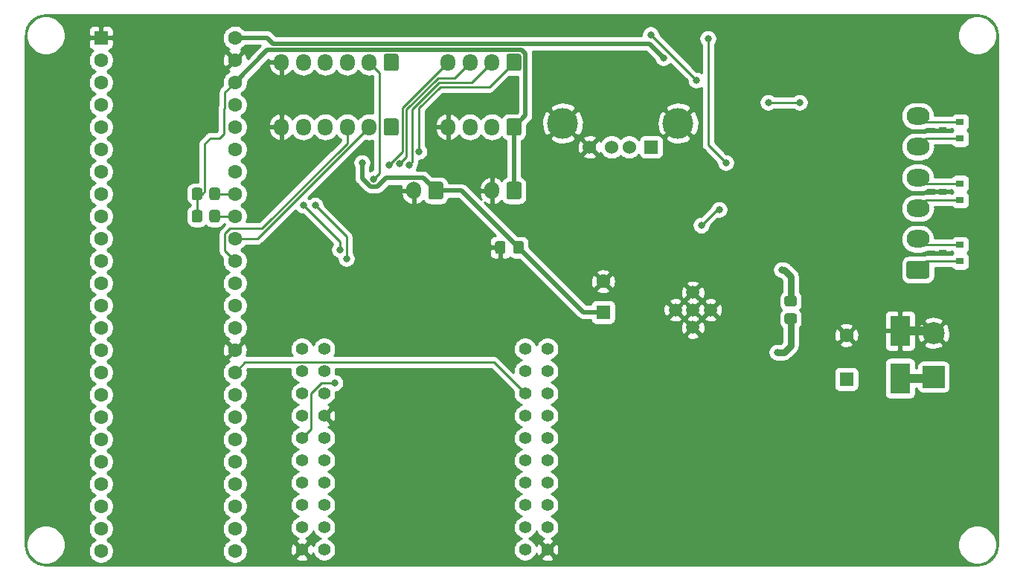
<source format=gbr>
%TF.GenerationSoftware,KiCad,Pcbnew,(5.1.9)-1*%
%TF.CreationDate,2021-03-15T23:27:25+01:00*%
%TF.ProjectId,fendt-teensy-aog-smd,66656e64-742d-4746-9565-6e73792d616f,rev?*%
%TF.SameCoordinates,Original*%
%TF.FileFunction,Copper,L2,Bot*%
%TF.FilePolarity,Positive*%
%FSLAX46Y46*%
G04 Gerber Fmt 4.6, Leading zero omitted, Abs format (unit mm)*
G04 Created by KiCad (PCBNEW (5.1.9)-1) date 2021-03-15 23:27:25*
%MOMM*%
%LPD*%
G01*
G04 APERTURE LIST*
%TA.AperFunction,ComponentPad*%
%ADD10C,1.500000*%
%TD*%
%TA.AperFunction,ComponentPad*%
%ADD11C,1.600000*%
%TD*%
%TA.AperFunction,ComponentPad*%
%ADD12R,1.600000X1.600000*%
%TD*%
%TA.AperFunction,ComponentPad*%
%ADD13C,1.400000*%
%TD*%
%TA.AperFunction,ComponentPad*%
%ADD14O,1.700000X1.950000*%
%TD*%
%TA.AperFunction,SMDPad,CuDef*%
%ADD15R,2.300000X3.500000*%
%TD*%
%TA.AperFunction,SMDPad,CuDef*%
%ADD16R,0.900000X0.800000*%
%TD*%
%TA.AperFunction,ComponentPad*%
%ADD17R,2.500000X2.500000*%
%TD*%
%TA.AperFunction,ComponentPad*%
%ADD18C,2.500000*%
%TD*%
%TA.AperFunction,ComponentPad*%
%ADD19C,3.500000*%
%TD*%
%TA.AperFunction,ComponentPad*%
%ADD20R,1.524000X1.524000*%
%TD*%
%TA.AperFunction,ComponentPad*%
%ADD21C,1.524000*%
%TD*%
%TA.AperFunction,ComponentPad*%
%ADD22O,2.600000X2.000000*%
%TD*%
%TA.AperFunction,ComponentPad*%
%ADD23O,1.700000X2.000000*%
%TD*%
%TA.AperFunction,ViaPad*%
%ADD24C,0.800000*%
%TD*%
%TA.AperFunction,ViaPad*%
%ADD25C,1.000000*%
%TD*%
%TA.AperFunction,Conductor*%
%ADD26C,0.750000*%
%TD*%
%TA.AperFunction,Conductor*%
%ADD27C,1.000000*%
%TD*%
%TA.AperFunction,Conductor*%
%ADD28C,0.500000*%
%TD*%
%TA.AperFunction,Conductor*%
%ADD29C,0.250000*%
%TD*%
%TA.AperFunction,Conductor*%
%ADD30C,0.254000*%
%TD*%
%TA.AperFunction,Conductor*%
%ADD31C,0.100000*%
%TD*%
G04 APERTURE END LIST*
D10*
%TO.P,U2,3*%
%TO.N,GND*%
X143566000Y-83820000D03*
X143566000Y-85820000D03*
X145566000Y-83820000D03*
X141566000Y-83820000D03*
X143566000Y-81820000D03*
%TD*%
D11*
%TO.P,U1,48*%
%TO.N,+5VA*%
X91440000Y-52832000D03*
%TO.P,U1,47*%
%TO.N,GND*%
X91440000Y-55372000D03*
%TO.P,U1,46*%
%TO.N,+3V3*%
X91440000Y-57912000D03*
%TO.P,U1,45*%
%TO.N,CRX1*%
X91440000Y-60452000D03*
%TO.P,U1,44*%
%TO.N,CTX1*%
X91440000Y-62992000D03*
%TO.P,U1,43*%
%TO.N,Net-(U1-Pad43)*%
X91440000Y-65532000D03*
%TO.P,U1,42*%
%TO.N,Net-(U1-Pad42)*%
X91440000Y-68072000D03*
%TO.P,U1,41*%
%TO.N,SCL*%
X91440000Y-70612000D03*
%TO.P,U1,40*%
%TO.N,SDA*%
X91440000Y-73152000D03*
%TO.P,U1,39*%
%TO.N,TX4*%
X91440000Y-75692000D03*
%TO.P,U1,38*%
%TO.N,RX4*%
X91440000Y-78232000D03*
%TO.P,U1,37*%
%TO.N,RX3*%
X91440000Y-80772000D03*
%TO.P,U1,36*%
%TO.N,TX3*%
X91440000Y-83312000D03*
%TO.P,U1,35*%
%TO.N,Net-(U1-Pad35)*%
X91440000Y-85852000D03*
D12*
%TO.P,U1,1*%
%TO.N,GND*%
X76200000Y-52832000D03*
D11*
%TO.P,U1,2*%
%TO.N,CRX2*%
X76200000Y-55372000D03*
%TO.P,U1,3*%
%TO.N,CTX2*%
X76200000Y-57912000D03*
%TO.P,U1,4*%
%TO.N,Net-(U1-Pad4)*%
X76200000Y-60452000D03*
%TO.P,U1,5*%
%TO.N,Net-(U1-Pad5)*%
X76200000Y-62992000D03*
%TO.P,U1,6*%
%TO.N,Net-(U1-Pad6)*%
X76200000Y-65532000D03*
%TO.P,U1,7*%
%TO.N,Net-(U1-Pad7)*%
X76200000Y-68072000D03*
%TO.P,U1,8*%
%TO.N,Net-(U1-Pad8)*%
X76200000Y-70612000D03*
%TO.P,U1,9*%
%TO.N,Net-(U1-Pad9)*%
X76200000Y-73152000D03*
%TO.P,U1,10*%
%TO.N,Net-(U1-Pad10)*%
X76200000Y-75692000D03*
%TO.P,U1,11*%
%TO.N,T4LED*%
X76200000Y-78232000D03*
%TO.P,U1,12*%
%TO.N,Net-(U1-Pad12)*%
X76200000Y-80772000D03*
%TO.P,U1,13*%
%TO.N,Net-(U1-Pad13)*%
X76200000Y-83312000D03*
%TO.P,U1,34*%
%TO.N,GND*%
X91440000Y-88392000D03*
%TO.P,U1,33*%
%TO.N,ESP_ON*%
X91440000Y-90932000D03*
%TO.P,U1,32*%
%TO.N,Net-(J2-Pad4)*%
X91440000Y-93472000D03*
%TO.P,U1,31*%
%TO.N,Net-(J2-Pad3)*%
X91440000Y-96012000D03*
%TO.P,U1,30*%
%TO.N,Net-(J2-Pad2)*%
X91440000Y-98552000D03*
%TO.P,U1,29*%
%TO.N,Net-(J2-Pad1)*%
X91440000Y-101092000D03*
%TO.P,U1,28*%
%TO.N,Net-(U1-Pad28)*%
X91440000Y-103632000D03*
%TO.P,U1,27*%
%TO.N,Net-(U1-Pad27)*%
X91440000Y-106172000D03*
%TO.P,U1,26*%
%TO.N,Net-(U1-Pad26)*%
X91440000Y-108712000D03*
%TO.P,U1,25*%
%TO.N,Net-(U1-Pad25)*%
X91440000Y-111252000D03*
%TO.P,U1,24*%
%TO.N,Net-(U1-Pad24)*%
X76200000Y-111252000D03*
%TO.P,U1,23*%
%TO.N,CTX3*%
X76200000Y-108712000D03*
%TO.P,U1,22*%
%TO.N,CRX3*%
X76200000Y-106172000D03*
%TO.P,U1,21*%
%TO.N,Net-(U1-Pad21)*%
X76200000Y-103632000D03*
%TO.P,U1,14*%
%TO.N,Net-(U1-Pad14)*%
X76200000Y-85852000D03*
%TO.P,U1,15*%
%TO.N,Net-(U1-Pad15)*%
X76200000Y-88392000D03*
%TO.P,U1,16*%
%TO.N,Net-(U1-Pad16)*%
X76200000Y-90932000D03*
%TO.P,U1,20*%
%TO.N,Net-(U1-Pad20)*%
X76200000Y-101092000D03*
%TO.P,U1,19*%
%TO.N,Net-(U1-Pad19)*%
X76200000Y-98552000D03*
%TO.P,U1,18*%
%TO.N,Net-(U1-Pad18)*%
X76200000Y-96012000D03*
%TO.P,U1,17*%
%TO.N,Net-(U1-Pad17)*%
X76200000Y-93472000D03*
%TD*%
D13*
%TO.P,U3,40*%
%TO.N,Net-(U3-Pad40)*%
X99060000Y-88265000D03*
%TO.P,U3,39*%
%TO.N,Net-(U3-Pad39)*%
X101600000Y-88265000D03*
%TO.P,U3,38*%
%TO.N,Net-(U3-Pad38)*%
X99060000Y-90805000D03*
%TO.P,U3,37*%
%TO.N,Net-(U3-Pad37)*%
X101600000Y-90805000D03*
%TO.P,U3,36*%
%TO.N,Net-(U3-Pad36)*%
X99060000Y-93345000D03*
%TO.P,U3,35*%
%TO.N,+5V*%
X101600000Y-93345000D03*
%TO.P,U3,34*%
%TO.N,Net-(U3-Pad34)*%
X99060000Y-95885000D03*
%TO.P,U3,33*%
%TO.N,GND*%
X101600000Y-95885000D03*
%TO.P,U3,32*%
%TO.N,Net-(U1-Pad43)*%
X99060000Y-98425000D03*
%TO.P,U3,31*%
%TO.N,Net-(U1-Pad42)*%
X101600000Y-98425000D03*
%TO.P,U3,30*%
%TO.N,Net-(U3-Pad30)*%
X99060000Y-100965000D03*
%TO.P,U3,29*%
%TO.N,Net-(U3-Pad29)*%
X101600000Y-100965000D03*
%TO.P,U3,28*%
%TO.N,Net-(U3-Pad28)*%
X99060000Y-103505000D03*
%TO.P,U3,27*%
%TO.N,Net-(U3-Pad27)*%
X101600000Y-103505000D03*
%TO.P,U3,26*%
%TO.N,Net-(U1-Pad27)*%
X99060000Y-106045000D03*
%TO.P,U3,25*%
%TO.N,Net-(U3-Pad25)*%
X101600000Y-106045000D03*
%TO.P,U3,24*%
%TO.N,Net-(U1-Pad26)*%
X99060000Y-108585000D03*
%TO.P,U3,23*%
%TO.N,Net-(U3-Pad23)*%
X101600000Y-108585000D03*
%TO.P,U3,22*%
%TO.N,GND*%
X99060000Y-111125000D03*
%TO.P,U3,21*%
%TO.N,Net-(U3-Pad21)*%
X101600000Y-111125000D03*
%TO.P,U3,20*%
%TO.N,Net-(U3-Pad20)*%
X124460000Y-88265000D03*
%TO.P,U3,19*%
%TO.N,Net-(U3-Pad19)*%
X127000000Y-88265000D03*
%TO.P,U3,18*%
%TO.N,Net-(U3-Pad18)*%
X124460000Y-90805000D03*
%TO.P,U3,17*%
%TO.N,Net-(U3-Pad17)*%
X127000000Y-90805000D03*
%TO.P,U3,16*%
%TO.N,ESP_ON*%
X124460000Y-93345000D03*
%TO.P,U3,15*%
%TO.N,Net-(U3-Pad15)*%
X127000000Y-93345000D03*
%TO.P,U3,14*%
%TO.N,Net-(U3-Pad14)*%
X124460000Y-95885000D03*
%TO.P,U3,13*%
%TO.N,Net-(U3-Pad13)*%
X127000000Y-95885000D03*
%TO.P,U3,12*%
%TO.N,Net-(U3-Pad12)*%
X124460000Y-98425000D03*
%TO.P,U3,11*%
%TO.N,Net-(U3-Pad11)*%
X127000000Y-98425000D03*
%TO.P,U3,10*%
%TO.N,ESPLED*%
X124460000Y-100965000D03*
%TO.P,U3,9*%
%TO.N,Net-(U3-Pad9)*%
X127000000Y-100965000D03*
%TO.P,U3,8*%
%TO.N,Net-(U3-Pad8)*%
X124460000Y-103505000D03*
%TO.P,U3,7*%
%TO.N,Net-(U3-Pad7)*%
X127000000Y-103505000D03*
%TO.P,U3,6*%
%TO.N,Net-(U3-Pad6)*%
X124460000Y-106045000D03*
%TO.P,U3,5*%
%TO.N,Net-(U3-Pad5)*%
X127000000Y-106045000D03*
%TO.P,U3,4*%
%TO.N,Net-(U3-Pad4)*%
X124460000Y-108585000D03*
%TO.P,U3,3*%
%TO.N,Net-(U3-Pad3)*%
X127000000Y-108585000D03*
%TO.P,U3,1*%
%TO.N,GND*%
X127000000Y-111125000D03*
%TO.P,U3,2*%
%TO.N,Net-(U3-Pad2)*%
X124460000Y-111125000D03*
%TD*%
%TO.P,J9,1*%
%TO.N,+5V*%
%TA.AperFunction,ComponentPad*%
G36*
G01*
X110070000Y-54901000D02*
X110070000Y-56351000D01*
G75*
G02*
X109820000Y-56601000I-250000J0D01*
G01*
X108620000Y-56601000D01*
G75*
G02*
X108370000Y-56351000I0J250000D01*
G01*
X108370000Y-54901000D01*
G75*
G02*
X108620000Y-54651000I250000J0D01*
G01*
X109820000Y-54651000D01*
G75*
G02*
X110070000Y-54901000I0J-250000D01*
G01*
G37*
%TD.AperFunction*%
D14*
%TO.P,J9,2*%
%TO.N,TX3*%
X106720000Y-55626000D03*
%TO.P,J9,3*%
%TO.N,RX3*%
X104220000Y-55626000D03*
%TO.P,J9,4*%
%TO.N,Net-(J9-Pad4)*%
X101720000Y-55626000D03*
%TO.P,J9,5*%
%TO.N,Net-(J9-Pad5)*%
X99220000Y-55626000D03*
%TO.P,J9,6*%
%TO.N,GND*%
X96720000Y-55626000D03*
%TD*%
%TO.P,R1,2*%
%TO.N,Net-(C1-Pad1)*%
%TA.AperFunction,SMDPad,CuDef*%
G36*
G01*
X154235999Y-84220000D02*
X155136001Y-84220000D01*
G75*
G02*
X155386000Y-84469999I0J-249999D01*
G01*
X155386000Y-85170001D01*
G75*
G02*
X155136001Y-85420000I-249999J0D01*
G01*
X154235999Y-85420000D01*
G75*
G02*
X153986000Y-85170001I0J249999D01*
G01*
X153986000Y-84469999D01*
G75*
G02*
X154235999Y-84220000I249999J0D01*
G01*
G37*
%TD.AperFunction*%
%TO.P,R1,1*%
%TO.N,Net-(Q1-Pad3)*%
%TA.AperFunction,SMDPad,CuDef*%
G36*
G01*
X154235999Y-82220000D02*
X155136001Y-82220000D01*
G75*
G02*
X155386000Y-82469999I0J-249999D01*
G01*
X155386000Y-83170001D01*
G75*
G02*
X155136001Y-83420000I-249999J0D01*
G01*
X154235999Y-83420000D01*
G75*
G02*
X153986000Y-83170001I0J249999D01*
G01*
X153986000Y-82469999D01*
G75*
G02*
X154235999Y-82220000I249999J0D01*
G01*
G37*
%TD.AperFunction*%
%TD*%
%TO.P,R7,2*%
%TO.N,SCL*%
%TA.AperFunction,SMDPad,CuDef*%
G36*
G01*
X88538000Y-71062001D02*
X88538000Y-70161999D01*
G75*
G02*
X88787999Y-69912000I249999J0D01*
G01*
X89488001Y-69912000D01*
G75*
G02*
X89738000Y-70161999I0J-249999D01*
G01*
X89738000Y-71062001D01*
G75*
G02*
X89488001Y-71312000I-249999J0D01*
G01*
X88787999Y-71312000D01*
G75*
G02*
X88538000Y-71062001I0J249999D01*
G01*
G37*
%TD.AperFunction*%
%TO.P,R7,1*%
%TO.N,+3V3*%
%TA.AperFunction,SMDPad,CuDef*%
G36*
G01*
X86538000Y-71062001D02*
X86538000Y-70161999D01*
G75*
G02*
X86787999Y-69912000I249999J0D01*
G01*
X87488001Y-69912000D01*
G75*
G02*
X87738000Y-70161999I0J-249999D01*
G01*
X87738000Y-71062001D01*
G75*
G02*
X87488001Y-71312000I-249999J0D01*
G01*
X86787999Y-71312000D01*
G75*
G02*
X86538000Y-71062001I0J249999D01*
G01*
G37*
%TD.AperFunction*%
%TD*%
%TO.P,R8,2*%
%TO.N,SDA*%
%TA.AperFunction,SMDPad,CuDef*%
G36*
G01*
X88538000Y-73602001D02*
X88538000Y-72701999D01*
G75*
G02*
X88787999Y-72452000I249999J0D01*
G01*
X89488001Y-72452000D01*
G75*
G02*
X89738000Y-72701999I0J-249999D01*
G01*
X89738000Y-73602001D01*
G75*
G02*
X89488001Y-73852000I-249999J0D01*
G01*
X88787999Y-73852000D01*
G75*
G02*
X88538000Y-73602001I0J249999D01*
G01*
G37*
%TD.AperFunction*%
%TO.P,R8,1*%
%TO.N,+3V3*%
%TA.AperFunction,SMDPad,CuDef*%
G36*
G01*
X86538000Y-73602001D02*
X86538000Y-72701999D01*
G75*
G02*
X86787999Y-72452000I249999J0D01*
G01*
X87488001Y-72452000D01*
G75*
G02*
X87738000Y-72701999I0J-249999D01*
G01*
X87738000Y-73602001D01*
G75*
G02*
X87488001Y-73852000I-249999J0D01*
G01*
X86787999Y-73852000D01*
G75*
G02*
X86538000Y-73602001I0J249999D01*
G01*
G37*
%TD.AperFunction*%
%TD*%
D12*
%TO.P,C1,1*%
%TO.N,Net-(C1-Pad1)*%
X161036000Y-91694000D03*
D11*
%TO.P,C1,2*%
%TO.N,GND*%
X161036000Y-86694000D03*
%TD*%
D12*
%TO.P,C2,1*%
%TO.N,+5V*%
X133350000Y-84074000D03*
D11*
%TO.P,C2,2*%
%TO.N,GND*%
X133350000Y-80574000D03*
%TD*%
%TO.P,C11,1*%
%TO.N,+5V*%
%TA.AperFunction,SMDPad,CuDef*%
G36*
G01*
X124307000Y-76233000D02*
X124307000Y-77183000D01*
G75*
G02*
X124057000Y-77433000I-250000J0D01*
G01*
X123382000Y-77433000D01*
G75*
G02*
X123132000Y-77183000I0J250000D01*
G01*
X123132000Y-76233000D01*
G75*
G02*
X123382000Y-75983000I250000J0D01*
G01*
X124057000Y-75983000D01*
G75*
G02*
X124307000Y-76233000I0J-250000D01*
G01*
G37*
%TD.AperFunction*%
%TO.P,C11,2*%
%TO.N,GND*%
%TA.AperFunction,SMDPad,CuDef*%
G36*
G01*
X122232000Y-76233000D02*
X122232000Y-77183000D01*
G75*
G02*
X121982000Y-77433000I-250000J0D01*
G01*
X121307000Y-77433000D01*
G75*
G02*
X121057000Y-77183000I0J250000D01*
G01*
X121057000Y-76233000D01*
G75*
G02*
X121307000Y-75983000I250000J0D01*
G01*
X121982000Y-75983000D01*
G75*
G02*
X122232000Y-76233000I0J-250000D01*
G01*
G37*
%TD.AperFunction*%
%TD*%
D15*
%TO.P,D1,1*%
%TO.N,+BATT*%
X167132000Y-91600000D03*
%TO.P,D1,2*%
%TO.N,GND*%
X167132000Y-86200000D03*
%TD*%
D16*
%TO.P,D7,3*%
%TO.N,GND*%
X171974000Y-63373000D03*
%TO.P,D7,2*%
%TO.N,C1L*%
X173974000Y-64323000D03*
%TO.P,D7,1*%
%TO.N,C1H*%
X173974000Y-62423000D03*
%TD*%
%TO.P,D8,1*%
%TO.N,C3H*%
X173974000Y-76393000D03*
%TO.P,D8,2*%
%TO.N,C3L*%
X173974000Y-78293000D03*
%TO.P,D8,3*%
%TO.N,GND*%
X171974000Y-77343000D03*
%TD*%
%TO.P,D9,3*%
%TO.N,GND*%
X171974000Y-70358000D03*
%TO.P,D9,2*%
%TO.N,C2L*%
X173974000Y-71308000D03*
%TO.P,D9,1*%
%TO.N,C2H*%
X173974000Y-69408000D03*
%TD*%
D17*
%TO.P,J1,1*%
%TO.N,+BATT*%
X170942000Y-91440000D03*
D18*
%TO.P,J1,2*%
%TO.N,GND*%
X170942000Y-86440000D03*
%TD*%
%TO.P,J2,1*%
%TO.N,Net-(J2-Pad1)*%
%TA.AperFunction,ComponentPad*%
G36*
G01*
X124040000Y-54901000D02*
X124040000Y-56351000D01*
G75*
G02*
X123790000Y-56601000I-250000J0D01*
G01*
X122590000Y-56601000D01*
G75*
G02*
X122340000Y-56351000I0J250000D01*
G01*
X122340000Y-54901000D01*
G75*
G02*
X122590000Y-54651000I250000J0D01*
G01*
X123790000Y-54651000D01*
G75*
G02*
X124040000Y-54901000I0J-250000D01*
G01*
G37*
%TD.AperFunction*%
D14*
%TO.P,J2,2*%
%TO.N,Net-(J2-Pad2)*%
X120690000Y-55626000D03*
%TO.P,J2,3*%
%TO.N,Net-(J2-Pad3)*%
X118190000Y-55626000D03*
%TO.P,J2,4*%
%TO.N,Net-(J2-Pad4)*%
X115690000Y-55626000D03*
%TD*%
D19*
%TO.P,J3,5*%
%TO.N,GND*%
X128741000Y-62568000D03*
X141881000Y-62568000D03*
D20*
%TO.P,J3,1*%
%TO.N,+5V*%
X138811000Y-65278000D03*
D21*
%TO.P,J3,2*%
%TO.N,Net-(J3-Pad2)*%
X136311000Y-65278000D03*
%TO.P,J3,3*%
%TO.N,Net-(J3-Pad3)*%
X134311000Y-65278000D03*
%TO.P,J3,4*%
%TO.N,GND*%
X131811000Y-65278000D03*
%TD*%
D14*
%TO.P,J4,4*%
%TO.N,GND*%
X115690000Y-62992000D03*
%TO.P,J4,3*%
%TO.N,SCL*%
X118190000Y-62992000D03*
%TO.P,J4,2*%
%TO.N,SDA*%
X120690000Y-62992000D03*
%TO.P,J4,1*%
%TO.N,+3V3*%
%TA.AperFunction,ComponentPad*%
G36*
G01*
X124040000Y-62267000D02*
X124040000Y-63717000D01*
G75*
G02*
X123790000Y-63967000I-250000J0D01*
G01*
X122590000Y-63967000D01*
G75*
G02*
X122340000Y-63717000I0J250000D01*
G01*
X122340000Y-62267000D01*
G75*
G02*
X122590000Y-62017000I250000J0D01*
G01*
X123790000Y-62017000D01*
G75*
G02*
X124040000Y-62267000I0J-250000D01*
G01*
G37*
%TD.AperFunction*%
%TD*%
%TO.P,J5,1*%
%TO.N,C3L*%
%TA.AperFunction,ComponentPad*%
G36*
G01*
X170214000Y-80248000D02*
X168114000Y-80248000D01*
G75*
G02*
X167864000Y-79998000I0J250000D01*
G01*
X167864000Y-78498000D01*
G75*
G02*
X168114000Y-78248000I250000J0D01*
G01*
X170214000Y-78248000D01*
G75*
G02*
X170464000Y-78498000I0J-250000D01*
G01*
X170464000Y-79998000D01*
G75*
G02*
X170214000Y-80248000I-250000J0D01*
G01*
G37*
%TD.AperFunction*%
D22*
%TO.P,J5,2*%
%TO.N,C3H*%
X169164000Y-75748000D03*
%TO.P,J5,3*%
%TO.N,C2L*%
X169164000Y-72248000D03*
%TO.P,J5,4*%
%TO.N,C2H*%
X169164000Y-68748000D03*
%TO.P,J5,5*%
%TO.N,C1L*%
X169164000Y-65248000D03*
%TO.P,J5,6*%
%TO.N,C1H*%
X169164000Y-61748000D03*
%TD*%
D23*
%TO.P,J6,2*%
%TO.N,GND*%
X111800000Y-70231000D03*
%TO.P,J6,1*%
%TO.N,+5V*%
%TA.AperFunction,ComponentPad*%
G36*
G01*
X115150000Y-69481000D02*
X115150000Y-70981000D01*
G75*
G02*
X114900000Y-71231000I-250000J0D01*
G01*
X113700000Y-71231000D01*
G75*
G02*
X113450000Y-70981000I0J250000D01*
G01*
X113450000Y-69481000D01*
G75*
G02*
X113700000Y-69231000I250000J0D01*
G01*
X114900000Y-69231000D01*
G75*
G02*
X115150000Y-69481000I0J-250000D01*
G01*
G37*
%TD.AperFunction*%
%TD*%
D14*
%TO.P,J7,6*%
%TO.N,GND*%
X96720000Y-62992000D03*
%TO.P,J7,5*%
%TO.N,Net-(J7-Pad5)*%
X99220000Y-62992000D03*
%TO.P,J7,4*%
%TO.N,Net-(J7-Pad4)*%
X101720000Y-62992000D03*
%TO.P,J7,3*%
%TO.N,RX4*%
X104220000Y-62992000D03*
%TO.P,J7,2*%
%TO.N,TX4*%
X106720000Y-62992000D03*
%TO.P,J7,1*%
%TO.N,+5V*%
%TA.AperFunction,ComponentPad*%
G36*
G01*
X110070000Y-62267000D02*
X110070000Y-63717000D01*
G75*
G02*
X109820000Y-63967000I-250000J0D01*
G01*
X108620000Y-63967000D01*
G75*
G02*
X108370000Y-63717000I0J250000D01*
G01*
X108370000Y-62267000D01*
G75*
G02*
X108620000Y-62017000I250000J0D01*
G01*
X109820000Y-62017000D01*
G75*
G02*
X110070000Y-62267000I0J-250000D01*
G01*
G37*
%TD.AperFunction*%
%TD*%
%TO.P,J8,1*%
%TO.N,+3V3*%
%TA.AperFunction,ComponentPad*%
G36*
G01*
X124060000Y-69482000D02*
X124060000Y-70982000D01*
G75*
G02*
X123810000Y-71232000I-250000J0D01*
G01*
X122610000Y-71232000D01*
G75*
G02*
X122360000Y-70982000I0J250000D01*
G01*
X122360000Y-69482000D01*
G75*
G02*
X122610000Y-69232000I250000J0D01*
G01*
X123810000Y-69232000D01*
G75*
G02*
X124060000Y-69482000I0J-250000D01*
G01*
G37*
%TD.AperFunction*%
D23*
%TO.P,J8,2*%
%TO.N,GND*%
X120710000Y-70232000D03*
%TD*%
D24*
%TO.N,Net-(C1-Pad1)*%
X153162000Y-88646000D03*
%TO.N,GND*%
X142494000Y-76200000D03*
X96520000Y-82296000D03*
D25*
X83930000Y-103562000D03*
X149930000Y-70562000D03*
D24*
X149930000Y-63562000D03*
X149930000Y-57562000D03*
X153930000Y-56562000D03*
X146930000Y-55062000D03*
X149180000Y-83812000D03*
X161680000Y-67812000D03*
X161680000Y-60562000D03*
X163180000Y-56062000D03*
%TO.N,+5V*%
X105918000Y-67056000D03*
%TO.N,+5VA*%
X140208000Y-55118000D03*
X144526000Y-74177000D03*
X146558000Y-72390000D03*
%TO.N,+3V3*%
X152146000Y-60198000D03*
X155702000Y-60198000D03*
%TO.N,Net-(J2-Pad1)*%
X112376999Y-65786000D03*
%TO.N,Net-(J2-Pad2)*%
X111252000Y-67310000D03*
%TO.N,Net-(J2-Pad3)*%
X110172029Y-67129277D03*
%TO.N,Net-(J2-Pad4)*%
X108966000Y-67310000D03*
%TO.N,TX3*%
X107256858Y-68902858D03*
%TO.N,Net-(Q1-Pad3)*%
X153670000Y-79248000D03*
%TO.N,Net-(U1-Pad43)*%
X100584000Y-71919000D03*
X104140000Y-77978000D03*
X102807654Y-92139654D03*
%TO.N,Net-(U1-Pad42)*%
X99218293Y-71919000D03*
X103378000Y-76962000D03*
%TO.N,CRX2*%
X145288000Y-52926990D03*
X147320000Y-67056000D03*
%TO.N,CTX2*%
X138764030Y-52476980D03*
X143945050Y-57658000D03*
%TD*%
D26*
%TO.N,Net-(C1-Pad1)*%
X153162000Y-88646000D02*
X153924000Y-88646000D01*
X154686000Y-87884000D02*
X154686000Y-84820000D01*
X153924000Y-88646000D02*
X154686000Y-87884000D01*
D27*
%TO.N,GND*%
X170702000Y-86200000D02*
X170942000Y-86440000D01*
X167132000Y-86200000D02*
X170702000Y-86200000D01*
D28*
%TO.N,+5V*%
X131085500Y-84074000D02*
X123719500Y-76708000D01*
X133350000Y-84074000D02*
X131085500Y-84074000D01*
X117242500Y-70231000D02*
X114300000Y-70231000D01*
X123719500Y-76708000D02*
X117242500Y-70231000D01*
X106848857Y-69752859D02*
X105918000Y-68822002D01*
X107664859Y-69752859D02*
X106848857Y-69752859D01*
X108636728Y-68780990D02*
X107664859Y-69752859D01*
X112849990Y-68780990D02*
X108636728Y-68780990D01*
X114300000Y-70231000D02*
X112849990Y-68780990D01*
X105918000Y-68822002D02*
X105918000Y-67056000D01*
%TO.N,+5VA*%
X91440000Y-52832000D02*
X95089020Y-52832000D01*
X95089020Y-52832000D02*
X95758000Y-53500980D01*
X138590980Y-53500980D02*
X140208000Y-55118000D01*
X95758000Y-53500980D02*
X138590980Y-53500980D01*
D29*
X144526000Y-74177000D02*
X146313000Y-72390000D01*
X146313000Y-72390000D02*
X146558000Y-72390000D01*
%TO.N,+3V3*%
X88026599Y-64891999D02*
X88656598Y-64262000D01*
X88026599Y-70323401D02*
X88026599Y-64891999D01*
X87738000Y-70612000D02*
X88026599Y-70323401D01*
X87138000Y-70612000D02*
X87738000Y-70612000D01*
X88656598Y-64262000D02*
X89662000Y-64262000D01*
X89662000Y-64262000D02*
X90170000Y-63754000D01*
X90314999Y-59037001D02*
X91440000Y-57912000D01*
X90314999Y-60815001D02*
X90314999Y-59037001D01*
X90170000Y-60960000D02*
X90314999Y-60815001D01*
X90170000Y-63754000D02*
X90170000Y-60960000D01*
X87138000Y-70612000D02*
X87138000Y-73152000D01*
D28*
X124490010Y-61691990D02*
X123190000Y-62992000D01*
X124490010Y-54611044D02*
X124490010Y-61691990D01*
X124079956Y-54200990D02*
X124490010Y-54611044D01*
X95151010Y-54200990D02*
X124079956Y-54200990D01*
X91440000Y-57912000D02*
X95151010Y-54200990D01*
X123190000Y-62992000D02*
X123190000Y-70104000D01*
D29*
X152146000Y-60198000D02*
X154940000Y-60198000D01*
X154940000Y-60198000D02*
X155702000Y-60198000D01*
D27*
%TO.N,+BATT*%
X170782000Y-91600000D02*
X170942000Y-91440000D01*
X167132000Y-91600000D02*
X170782000Y-91600000D01*
D29*
%TO.N,ESP_ON*%
X120894999Y-89779999D02*
X124460000Y-93345000D01*
X92592001Y-89779999D02*
X120894999Y-89779999D01*
X91440000Y-90932000D02*
X92592001Y-89779999D01*
%TO.N,C1L*%
X170089000Y-64323000D02*
X169164000Y-65248000D01*
X173974000Y-64323000D02*
X170089000Y-64323000D01*
%TO.N,C1H*%
X169839000Y-62423000D02*
X169164000Y-61748000D01*
X173974000Y-62423000D02*
X169839000Y-62423000D01*
%TO.N,C3H*%
X169809000Y-76393000D02*
X169164000Y-75748000D01*
X173974000Y-76393000D02*
X169809000Y-76393000D01*
%TO.N,C3L*%
X170119000Y-78293000D02*
X169164000Y-79248000D01*
X173974000Y-78293000D02*
X170119000Y-78293000D01*
%TO.N,C2L*%
X170104000Y-71308000D02*
X169164000Y-72248000D01*
X173974000Y-71308000D02*
X170104000Y-71308000D01*
%TO.N,C2H*%
X169824000Y-69408000D02*
X169164000Y-68748000D01*
X173974000Y-69408000D02*
X169824000Y-69408000D01*
%TO.N,Net-(J2-Pad1)*%
X112376999Y-65786000D02*
X112376999Y-60853821D01*
X112376999Y-60853821D02*
X114810820Y-58420000D01*
X120396000Y-58420000D02*
X123190000Y-55626000D01*
X114810820Y-58420000D02*
X120396000Y-58420000D01*
%TO.N,Net-(J2-Pad2)*%
X111651999Y-66910001D02*
X111651999Y-60942411D01*
X111252000Y-67310000D02*
X111651999Y-66910001D01*
X111651999Y-60942411D02*
X114682410Y-57912000D01*
X118404000Y-57912000D02*
X120690000Y-55626000D01*
X114682410Y-57912000D02*
X118404000Y-57912000D01*
%TO.N,Net-(J2-Pad3)*%
X110172029Y-67129277D02*
X110940010Y-66361296D01*
X110940010Y-66361296D02*
X110940010Y-61017990D01*
X110940010Y-61017990D02*
X114554000Y-57404000D01*
X116412000Y-57404000D02*
X118190000Y-55626000D01*
X114554000Y-57404000D02*
X116412000Y-57404000D01*
%TO.N,Net-(J2-Pad4)*%
X108966000Y-67310000D02*
X110490000Y-65786000D01*
X110490000Y-60826000D02*
X115690000Y-55626000D01*
X110490000Y-65786000D02*
X110490000Y-60826000D01*
%TO.N,SCL*%
X89138000Y-70612000D02*
X91440000Y-70612000D01*
%TO.N,SDA*%
X89138000Y-73152000D02*
X91440000Y-73152000D01*
%TO.N,RX4*%
X90314999Y-75151999D02*
X90899999Y-74566999D01*
X90899999Y-74566999D02*
X94508591Y-74566999D01*
X90314999Y-77106999D02*
X90314999Y-75151999D01*
X91440000Y-78232000D02*
X90314999Y-77106999D01*
X104220000Y-64855590D02*
X104220000Y-62992000D01*
X94508591Y-74566999D02*
X104220000Y-64855590D01*
%TO.N,TX4*%
X94020000Y-75692000D02*
X106720000Y-62992000D01*
X91440000Y-75692000D02*
X94020000Y-75692000D01*
%TO.N,TX3*%
X107895010Y-56801010D02*
X106720000Y-55626000D01*
X107895010Y-68264706D02*
X107895010Y-56801010D01*
X107256858Y-68902858D02*
X107895010Y-68264706D01*
D26*
%TO.N,Net-(Q1-Pad3)*%
X154686000Y-82820000D02*
X154686000Y-80010000D01*
X153924000Y-79248000D02*
X153670000Y-79248000D01*
X154686000Y-80010000D02*
X153924000Y-79248000D01*
D29*
%TO.N,Net-(U1-Pad43)*%
X104140000Y-75475000D02*
X104140000Y-77978000D01*
X100584000Y-71919000D02*
X104140000Y-75475000D01*
X100085001Y-97399999D02*
X99060000Y-98425000D01*
X100085001Y-93342997D02*
X100085001Y-97399999D01*
X101288344Y-92139654D02*
X100085001Y-93342997D01*
X102807654Y-92139654D02*
X101288344Y-92139654D01*
%TO.N,Net-(U1-Pad42)*%
X99218293Y-71919000D02*
X103378000Y-76078707D01*
X103378000Y-76078707D02*
X103378000Y-76962000D01*
%TO.N,CRX2*%
X145288000Y-52926990D02*
X145288000Y-65024000D01*
X145288000Y-65024000D02*
X147320000Y-67056000D01*
%TO.N,CTX2*%
X138764030Y-52476980D02*
X143945050Y-57658000D01*
%TD*%
D30*
%TO.N,GND*%
X176379016Y-50294312D02*
X176810930Y-50424714D01*
X177209285Y-50636524D01*
X177558914Y-50921675D01*
X177846497Y-51269303D01*
X178061086Y-51666177D01*
X178194498Y-52097161D01*
X178245001Y-52577663D01*
X178245000Y-110528495D01*
X178197688Y-111011016D01*
X178067287Y-111442927D01*
X177855480Y-111841280D01*
X177570325Y-112190914D01*
X177222697Y-112478497D01*
X176825825Y-112693085D01*
X176394834Y-112826500D01*
X175914346Y-112877000D01*
X69963504Y-112877000D01*
X69480984Y-112829688D01*
X69049073Y-112699287D01*
X68650720Y-112487480D01*
X68301086Y-112202325D01*
X68013503Y-111854697D01*
X67798915Y-111457825D01*
X67665500Y-111026834D01*
X67615000Y-110546346D01*
X67615000Y-110341872D01*
X67695000Y-110341872D01*
X67695000Y-110782128D01*
X67780890Y-111213925D01*
X67949369Y-111620669D01*
X68193962Y-111986729D01*
X68505271Y-112298038D01*
X68871331Y-112542631D01*
X69278075Y-112711110D01*
X69709872Y-112797000D01*
X70150128Y-112797000D01*
X70581925Y-112711110D01*
X70988669Y-112542631D01*
X71354729Y-112298038D01*
X71666038Y-111986729D01*
X71910631Y-111620669D01*
X72079110Y-111213925D01*
X72165000Y-110782128D01*
X72165000Y-110341872D01*
X72079110Y-109910075D01*
X71910631Y-109503331D01*
X71666038Y-109137271D01*
X71354729Y-108825962D01*
X70988669Y-108581369D01*
X70581925Y-108412890D01*
X70150128Y-108327000D01*
X69709872Y-108327000D01*
X69278075Y-108412890D01*
X68871331Y-108581369D01*
X68505271Y-108825962D01*
X68193962Y-109137271D01*
X67949369Y-109503331D01*
X67780890Y-109910075D01*
X67695000Y-110341872D01*
X67615000Y-110341872D01*
X67615000Y-52595505D01*
X67639869Y-52341872D01*
X67695000Y-52341872D01*
X67695000Y-52782128D01*
X67780890Y-53213925D01*
X67949369Y-53620669D01*
X68193962Y-53986729D01*
X68505271Y-54298038D01*
X68871331Y-54542631D01*
X69278075Y-54711110D01*
X69709872Y-54797000D01*
X70150128Y-54797000D01*
X70581925Y-54711110D01*
X70988669Y-54542631D01*
X71354729Y-54298038D01*
X71666038Y-53986729D01*
X71903059Y-53632000D01*
X74761928Y-53632000D01*
X74774188Y-53756482D01*
X74810498Y-53876180D01*
X74869463Y-53986494D01*
X74948815Y-54083185D01*
X75045506Y-54162537D01*
X75155820Y-54221502D01*
X75275518Y-54257812D01*
X75283961Y-54258643D01*
X75085363Y-54457241D01*
X74928320Y-54692273D01*
X74820147Y-54953426D01*
X74765000Y-55230665D01*
X74765000Y-55513335D01*
X74820147Y-55790574D01*
X74928320Y-56051727D01*
X75085363Y-56286759D01*
X75285241Y-56486637D01*
X75517759Y-56642000D01*
X75285241Y-56797363D01*
X75085363Y-56997241D01*
X74928320Y-57232273D01*
X74820147Y-57493426D01*
X74765000Y-57770665D01*
X74765000Y-58053335D01*
X74820147Y-58330574D01*
X74928320Y-58591727D01*
X75085363Y-58826759D01*
X75285241Y-59026637D01*
X75517759Y-59182000D01*
X75285241Y-59337363D01*
X75085363Y-59537241D01*
X74928320Y-59772273D01*
X74820147Y-60033426D01*
X74765000Y-60310665D01*
X74765000Y-60593335D01*
X74820147Y-60870574D01*
X74928320Y-61131727D01*
X75085363Y-61366759D01*
X75285241Y-61566637D01*
X75517759Y-61722000D01*
X75285241Y-61877363D01*
X75085363Y-62077241D01*
X74928320Y-62312273D01*
X74820147Y-62573426D01*
X74765000Y-62850665D01*
X74765000Y-63133335D01*
X74820147Y-63410574D01*
X74928320Y-63671727D01*
X75085363Y-63906759D01*
X75285241Y-64106637D01*
X75517759Y-64262000D01*
X75285241Y-64417363D01*
X75085363Y-64617241D01*
X74928320Y-64852273D01*
X74820147Y-65113426D01*
X74765000Y-65390665D01*
X74765000Y-65673335D01*
X74820147Y-65950574D01*
X74928320Y-66211727D01*
X75085363Y-66446759D01*
X75285241Y-66646637D01*
X75517759Y-66802000D01*
X75285241Y-66957363D01*
X75085363Y-67157241D01*
X74928320Y-67392273D01*
X74820147Y-67653426D01*
X74765000Y-67930665D01*
X74765000Y-68213335D01*
X74820147Y-68490574D01*
X74928320Y-68751727D01*
X75085363Y-68986759D01*
X75285241Y-69186637D01*
X75517759Y-69342000D01*
X75285241Y-69497363D01*
X75085363Y-69697241D01*
X74928320Y-69932273D01*
X74820147Y-70193426D01*
X74765000Y-70470665D01*
X74765000Y-70753335D01*
X74820147Y-71030574D01*
X74928320Y-71291727D01*
X75085363Y-71526759D01*
X75285241Y-71726637D01*
X75517759Y-71882000D01*
X75285241Y-72037363D01*
X75085363Y-72237241D01*
X74928320Y-72472273D01*
X74820147Y-72733426D01*
X74765000Y-73010665D01*
X74765000Y-73293335D01*
X74820147Y-73570574D01*
X74928320Y-73831727D01*
X75085363Y-74066759D01*
X75285241Y-74266637D01*
X75517759Y-74422000D01*
X75285241Y-74577363D01*
X75085363Y-74777241D01*
X74928320Y-75012273D01*
X74820147Y-75273426D01*
X74765000Y-75550665D01*
X74765000Y-75833335D01*
X74820147Y-76110574D01*
X74928320Y-76371727D01*
X75085363Y-76606759D01*
X75285241Y-76806637D01*
X75517759Y-76962000D01*
X75285241Y-77117363D01*
X75085363Y-77317241D01*
X74928320Y-77552273D01*
X74820147Y-77813426D01*
X74765000Y-78090665D01*
X74765000Y-78373335D01*
X74820147Y-78650574D01*
X74928320Y-78911727D01*
X75085363Y-79146759D01*
X75285241Y-79346637D01*
X75517759Y-79502000D01*
X75285241Y-79657363D01*
X75085363Y-79857241D01*
X74928320Y-80092273D01*
X74820147Y-80353426D01*
X74765000Y-80630665D01*
X74765000Y-80913335D01*
X74820147Y-81190574D01*
X74928320Y-81451727D01*
X75085363Y-81686759D01*
X75285241Y-81886637D01*
X75517759Y-82042000D01*
X75285241Y-82197363D01*
X75085363Y-82397241D01*
X74928320Y-82632273D01*
X74820147Y-82893426D01*
X74765000Y-83170665D01*
X74765000Y-83453335D01*
X74820147Y-83730574D01*
X74928320Y-83991727D01*
X75085363Y-84226759D01*
X75285241Y-84426637D01*
X75517759Y-84582000D01*
X75285241Y-84737363D01*
X75085363Y-84937241D01*
X74928320Y-85172273D01*
X74820147Y-85433426D01*
X74765000Y-85710665D01*
X74765000Y-85993335D01*
X74820147Y-86270574D01*
X74928320Y-86531727D01*
X75085363Y-86766759D01*
X75285241Y-86966637D01*
X75517759Y-87122000D01*
X75285241Y-87277363D01*
X75085363Y-87477241D01*
X74928320Y-87712273D01*
X74820147Y-87973426D01*
X74765000Y-88250665D01*
X74765000Y-88533335D01*
X74820147Y-88810574D01*
X74928320Y-89071727D01*
X75085363Y-89306759D01*
X75285241Y-89506637D01*
X75517759Y-89662000D01*
X75285241Y-89817363D01*
X75085363Y-90017241D01*
X74928320Y-90252273D01*
X74820147Y-90513426D01*
X74765000Y-90790665D01*
X74765000Y-91073335D01*
X74820147Y-91350574D01*
X74928320Y-91611727D01*
X75085363Y-91846759D01*
X75285241Y-92046637D01*
X75517759Y-92202000D01*
X75285241Y-92357363D01*
X75085363Y-92557241D01*
X74928320Y-92792273D01*
X74820147Y-93053426D01*
X74765000Y-93330665D01*
X74765000Y-93613335D01*
X74820147Y-93890574D01*
X74928320Y-94151727D01*
X75085363Y-94386759D01*
X75285241Y-94586637D01*
X75517759Y-94742000D01*
X75285241Y-94897363D01*
X75085363Y-95097241D01*
X74928320Y-95332273D01*
X74820147Y-95593426D01*
X74765000Y-95870665D01*
X74765000Y-96153335D01*
X74820147Y-96430574D01*
X74928320Y-96691727D01*
X75085363Y-96926759D01*
X75285241Y-97126637D01*
X75517759Y-97282000D01*
X75285241Y-97437363D01*
X75085363Y-97637241D01*
X74928320Y-97872273D01*
X74820147Y-98133426D01*
X74765000Y-98410665D01*
X74765000Y-98693335D01*
X74820147Y-98970574D01*
X74928320Y-99231727D01*
X75085363Y-99466759D01*
X75285241Y-99666637D01*
X75517759Y-99822000D01*
X75285241Y-99977363D01*
X75085363Y-100177241D01*
X74928320Y-100412273D01*
X74820147Y-100673426D01*
X74765000Y-100950665D01*
X74765000Y-101233335D01*
X74820147Y-101510574D01*
X74928320Y-101771727D01*
X75085363Y-102006759D01*
X75285241Y-102206637D01*
X75517759Y-102362000D01*
X75285241Y-102517363D01*
X75085363Y-102717241D01*
X74928320Y-102952273D01*
X74820147Y-103213426D01*
X74765000Y-103490665D01*
X74765000Y-103773335D01*
X74820147Y-104050574D01*
X74928320Y-104311727D01*
X75085363Y-104546759D01*
X75285241Y-104746637D01*
X75517759Y-104902000D01*
X75285241Y-105057363D01*
X75085363Y-105257241D01*
X74928320Y-105492273D01*
X74820147Y-105753426D01*
X74765000Y-106030665D01*
X74765000Y-106313335D01*
X74820147Y-106590574D01*
X74928320Y-106851727D01*
X75085363Y-107086759D01*
X75285241Y-107286637D01*
X75517759Y-107442000D01*
X75285241Y-107597363D01*
X75085363Y-107797241D01*
X74928320Y-108032273D01*
X74820147Y-108293426D01*
X74765000Y-108570665D01*
X74765000Y-108853335D01*
X74820147Y-109130574D01*
X74928320Y-109391727D01*
X75085363Y-109626759D01*
X75285241Y-109826637D01*
X75517759Y-109982000D01*
X75285241Y-110137363D01*
X75085363Y-110337241D01*
X74928320Y-110572273D01*
X74820147Y-110833426D01*
X74765000Y-111110665D01*
X74765000Y-111393335D01*
X74820147Y-111670574D01*
X74928320Y-111931727D01*
X75085363Y-112166759D01*
X75285241Y-112366637D01*
X75520273Y-112523680D01*
X75781426Y-112631853D01*
X76058665Y-112687000D01*
X76341335Y-112687000D01*
X76618574Y-112631853D01*
X76879727Y-112523680D01*
X77114759Y-112366637D01*
X77314637Y-112166759D01*
X77471680Y-111931727D01*
X77579853Y-111670574D01*
X77635000Y-111393335D01*
X77635000Y-111110665D01*
X77579853Y-110833426D01*
X77471680Y-110572273D01*
X77314637Y-110337241D01*
X77114759Y-110137363D01*
X76882241Y-109982000D01*
X77114759Y-109826637D01*
X77314637Y-109626759D01*
X77471680Y-109391727D01*
X77579853Y-109130574D01*
X77635000Y-108853335D01*
X77635000Y-108570665D01*
X77579853Y-108293426D01*
X77471680Y-108032273D01*
X77314637Y-107797241D01*
X77114759Y-107597363D01*
X76882241Y-107442000D01*
X77114759Y-107286637D01*
X77314637Y-107086759D01*
X77471680Y-106851727D01*
X77579853Y-106590574D01*
X77635000Y-106313335D01*
X77635000Y-106030665D01*
X77579853Y-105753426D01*
X77471680Y-105492273D01*
X77314637Y-105257241D01*
X77114759Y-105057363D01*
X76882241Y-104902000D01*
X77114759Y-104746637D01*
X77314637Y-104546759D01*
X77471680Y-104311727D01*
X77579853Y-104050574D01*
X77635000Y-103773335D01*
X77635000Y-103490665D01*
X77579853Y-103213426D01*
X77471680Y-102952273D01*
X77314637Y-102717241D01*
X77114759Y-102517363D01*
X76882241Y-102362000D01*
X77114759Y-102206637D01*
X77314637Y-102006759D01*
X77471680Y-101771727D01*
X77579853Y-101510574D01*
X77635000Y-101233335D01*
X77635000Y-100950665D01*
X77579853Y-100673426D01*
X77471680Y-100412273D01*
X77314637Y-100177241D01*
X77114759Y-99977363D01*
X76882241Y-99822000D01*
X77114759Y-99666637D01*
X77314637Y-99466759D01*
X77471680Y-99231727D01*
X77579853Y-98970574D01*
X77635000Y-98693335D01*
X77635000Y-98410665D01*
X77579853Y-98133426D01*
X77471680Y-97872273D01*
X77314637Y-97637241D01*
X77114759Y-97437363D01*
X76882241Y-97282000D01*
X77114759Y-97126637D01*
X77314637Y-96926759D01*
X77471680Y-96691727D01*
X77579853Y-96430574D01*
X77635000Y-96153335D01*
X77635000Y-95870665D01*
X77579853Y-95593426D01*
X77471680Y-95332273D01*
X77314637Y-95097241D01*
X77114759Y-94897363D01*
X76882241Y-94742000D01*
X77114759Y-94586637D01*
X77314637Y-94386759D01*
X77471680Y-94151727D01*
X77579853Y-93890574D01*
X77635000Y-93613335D01*
X77635000Y-93330665D01*
X77579853Y-93053426D01*
X77471680Y-92792273D01*
X77314637Y-92557241D01*
X77114759Y-92357363D01*
X76882241Y-92202000D01*
X77114759Y-92046637D01*
X77314637Y-91846759D01*
X77471680Y-91611727D01*
X77579853Y-91350574D01*
X77635000Y-91073335D01*
X77635000Y-90790665D01*
X90005000Y-90790665D01*
X90005000Y-91073335D01*
X90060147Y-91350574D01*
X90168320Y-91611727D01*
X90325363Y-91846759D01*
X90525241Y-92046637D01*
X90757759Y-92202000D01*
X90525241Y-92357363D01*
X90325363Y-92557241D01*
X90168320Y-92792273D01*
X90060147Y-93053426D01*
X90005000Y-93330665D01*
X90005000Y-93613335D01*
X90060147Y-93890574D01*
X90168320Y-94151727D01*
X90325363Y-94386759D01*
X90525241Y-94586637D01*
X90757759Y-94742000D01*
X90525241Y-94897363D01*
X90325363Y-95097241D01*
X90168320Y-95332273D01*
X90060147Y-95593426D01*
X90005000Y-95870665D01*
X90005000Y-96153335D01*
X90060147Y-96430574D01*
X90168320Y-96691727D01*
X90325363Y-96926759D01*
X90525241Y-97126637D01*
X90757759Y-97282000D01*
X90525241Y-97437363D01*
X90325363Y-97637241D01*
X90168320Y-97872273D01*
X90060147Y-98133426D01*
X90005000Y-98410665D01*
X90005000Y-98693335D01*
X90060147Y-98970574D01*
X90168320Y-99231727D01*
X90325363Y-99466759D01*
X90525241Y-99666637D01*
X90757759Y-99822000D01*
X90525241Y-99977363D01*
X90325363Y-100177241D01*
X90168320Y-100412273D01*
X90060147Y-100673426D01*
X90005000Y-100950665D01*
X90005000Y-101233335D01*
X90060147Y-101510574D01*
X90168320Y-101771727D01*
X90325363Y-102006759D01*
X90525241Y-102206637D01*
X90757759Y-102362000D01*
X90525241Y-102517363D01*
X90325363Y-102717241D01*
X90168320Y-102952273D01*
X90060147Y-103213426D01*
X90005000Y-103490665D01*
X90005000Y-103773335D01*
X90060147Y-104050574D01*
X90168320Y-104311727D01*
X90325363Y-104546759D01*
X90525241Y-104746637D01*
X90757759Y-104902000D01*
X90525241Y-105057363D01*
X90325363Y-105257241D01*
X90168320Y-105492273D01*
X90060147Y-105753426D01*
X90005000Y-106030665D01*
X90005000Y-106313335D01*
X90060147Y-106590574D01*
X90168320Y-106851727D01*
X90325363Y-107086759D01*
X90525241Y-107286637D01*
X90757759Y-107442000D01*
X90525241Y-107597363D01*
X90325363Y-107797241D01*
X90168320Y-108032273D01*
X90060147Y-108293426D01*
X90005000Y-108570665D01*
X90005000Y-108853335D01*
X90060147Y-109130574D01*
X90168320Y-109391727D01*
X90325363Y-109626759D01*
X90525241Y-109826637D01*
X90757759Y-109982000D01*
X90525241Y-110137363D01*
X90325363Y-110337241D01*
X90168320Y-110572273D01*
X90060147Y-110833426D01*
X90005000Y-111110665D01*
X90005000Y-111393335D01*
X90060147Y-111670574D01*
X90168320Y-111931727D01*
X90325363Y-112166759D01*
X90525241Y-112366637D01*
X90760273Y-112523680D01*
X91021426Y-112631853D01*
X91298665Y-112687000D01*
X91581335Y-112687000D01*
X91858574Y-112631853D01*
X92119727Y-112523680D01*
X92354759Y-112366637D01*
X92554637Y-112166759D01*
X92635145Y-112046269D01*
X98318336Y-112046269D01*
X98377797Y-112280037D01*
X98616242Y-112390934D01*
X98871740Y-112453183D01*
X99134473Y-112464390D01*
X99394344Y-112424125D01*
X99641366Y-112333935D01*
X99742203Y-112280037D01*
X99801664Y-112046269D01*
X99060000Y-111304605D01*
X98318336Y-112046269D01*
X92635145Y-112046269D01*
X92711680Y-111931727D01*
X92819853Y-111670574D01*
X92875000Y-111393335D01*
X92875000Y-111199473D01*
X97720610Y-111199473D01*
X97760875Y-111459344D01*
X97851065Y-111706366D01*
X97904963Y-111807203D01*
X98138731Y-111866664D01*
X98880395Y-111125000D01*
X98138731Y-110383336D01*
X97904963Y-110442797D01*
X97794066Y-110681242D01*
X97731817Y-110936740D01*
X97720610Y-111199473D01*
X92875000Y-111199473D01*
X92875000Y-111110665D01*
X92819853Y-110833426D01*
X92711680Y-110572273D01*
X92554637Y-110337241D01*
X92354759Y-110137363D01*
X92122241Y-109982000D01*
X92354759Y-109826637D01*
X92554637Y-109626759D01*
X92711680Y-109391727D01*
X92819853Y-109130574D01*
X92875000Y-108853335D01*
X92875000Y-108570665D01*
X92819853Y-108293426D01*
X92711680Y-108032273D01*
X92554637Y-107797241D01*
X92354759Y-107597363D01*
X92122241Y-107442000D01*
X92354759Y-107286637D01*
X92554637Y-107086759D01*
X92711680Y-106851727D01*
X92819853Y-106590574D01*
X92875000Y-106313335D01*
X92875000Y-106030665D01*
X92819853Y-105753426D01*
X92711680Y-105492273D01*
X92554637Y-105257241D01*
X92354759Y-105057363D01*
X92122241Y-104902000D01*
X92354759Y-104746637D01*
X92554637Y-104546759D01*
X92711680Y-104311727D01*
X92819853Y-104050574D01*
X92875000Y-103773335D01*
X92875000Y-103490665D01*
X92819853Y-103213426D01*
X92711680Y-102952273D01*
X92554637Y-102717241D01*
X92354759Y-102517363D01*
X92122241Y-102362000D01*
X92354759Y-102206637D01*
X92554637Y-102006759D01*
X92711680Y-101771727D01*
X92819853Y-101510574D01*
X92875000Y-101233335D01*
X92875000Y-100950665D01*
X92819853Y-100673426D01*
X92711680Y-100412273D01*
X92554637Y-100177241D01*
X92354759Y-99977363D01*
X92122241Y-99822000D01*
X92354759Y-99666637D01*
X92554637Y-99466759D01*
X92711680Y-99231727D01*
X92819853Y-98970574D01*
X92875000Y-98693335D01*
X92875000Y-98410665D01*
X92819853Y-98133426D01*
X92711680Y-97872273D01*
X92554637Y-97637241D01*
X92354759Y-97437363D01*
X92122241Y-97282000D01*
X92354759Y-97126637D01*
X92554637Y-96926759D01*
X92711680Y-96691727D01*
X92819853Y-96430574D01*
X92875000Y-96153335D01*
X92875000Y-95870665D01*
X92819853Y-95593426D01*
X92711680Y-95332273D01*
X92554637Y-95097241D01*
X92354759Y-94897363D01*
X92122241Y-94742000D01*
X92354759Y-94586637D01*
X92554637Y-94386759D01*
X92711680Y-94151727D01*
X92819853Y-93890574D01*
X92875000Y-93613335D01*
X92875000Y-93330665D01*
X92819853Y-93053426D01*
X92711680Y-92792273D01*
X92554637Y-92557241D01*
X92354759Y-92357363D01*
X92122241Y-92202000D01*
X92354759Y-92046637D01*
X92554637Y-91846759D01*
X92711680Y-91611727D01*
X92819853Y-91350574D01*
X92875000Y-91073335D01*
X92875000Y-90790665D01*
X92838688Y-90608115D01*
X92906804Y-90539999D01*
X97751558Y-90539999D01*
X97725000Y-90673514D01*
X97725000Y-90936486D01*
X97776304Y-91194405D01*
X97876939Y-91437359D01*
X98023038Y-91656013D01*
X98208987Y-91841962D01*
X98427641Y-91988061D01*
X98637530Y-92075000D01*
X98427641Y-92161939D01*
X98208987Y-92308038D01*
X98023038Y-92493987D01*
X97876939Y-92712641D01*
X97776304Y-92955595D01*
X97725000Y-93213514D01*
X97725000Y-93476486D01*
X97776304Y-93734405D01*
X97876939Y-93977359D01*
X98023038Y-94196013D01*
X98208987Y-94381962D01*
X98427641Y-94528061D01*
X98637530Y-94615000D01*
X98427641Y-94701939D01*
X98208987Y-94848038D01*
X98023038Y-95033987D01*
X97876939Y-95252641D01*
X97776304Y-95495595D01*
X97725000Y-95753514D01*
X97725000Y-96016486D01*
X97776304Y-96274405D01*
X97876939Y-96517359D01*
X98023038Y-96736013D01*
X98208987Y-96921962D01*
X98427641Y-97068061D01*
X98637530Y-97155000D01*
X98427641Y-97241939D01*
X98208987Y-97388038D01*
X98023038Y-97573987D01*
X97876939Y-97792641D01*
X97776304Y-98035595D01*
X97725000Y-98293514D01*
X97725000Y-98556486D01*
X97776304Y-98814405D01*
X97876939Y-99057359D01*
X98023038Y-99276013D01*
X98208987Y-99461962D01*
X98427641Y-99608061D01*
X98637530Y-99695000D01*
X98427641Y-99781939D01*
X98208987Y-99928038D01*
X98023038Y-100113987D01*
X97876939Y-100332641D01*
X97776304Y-100575595D01*
X97725000Y-100833514D01*
X97725000Y-101096486D01*
X97776304Y-101354405D01*
X97876939Y-101597359D01*
X98023038Y-101816013D01*
X98208987Y-102001962D01*
X98427641Y-102148061D01*
X98637530Y-102235000D01*
X98427641Y-102321939D01*
X98208987Y-102468038D01*
X98023038Y-102653987D01*
X97876939Y-102872641D01*
X97776304Y-103115595D01*
X97725000Y-103373514D01*
X97725000Y-103636486D01*
X97776304Y-103894405D01*
X97876939Y-104137359D01*
X98023038Y-104356013D01*
X98208987Y-104541962D01*
X98427641Y-104688061D01*
X98637530Y-104775000D01*
X98427641Y-104861939D01*
X98208987Y-105008038D01*
X98023038Y-105193987D01*
X97876939Y-105412641D01*
X97776304Y-105655595D01*
X97725000Y-105913514D01*
X97725000Y-106176486D01*
X97776304Y-106434405D01*
X97876939Y-106677359D01*
X98023038Y-106896013D01*
X98208987Y-107081962D01*
X98427641Y-107228061D01*
X98637530Y-107315000D01*
X98427641Y-107401939D01*
X98208987Y-107548038D01*
X98023038Y-107733987D01*
X97876939Y-107952641D01*
X97776304Y-108195595D01*
X97725000Y-108453514D01*
X97725000Y-108716486D01*
X97776304Y-108974405D01*
X97876939Y-109217359D01*
X98023038Y-109436013D01*
X98208987Y-109621962D01*
X98427641Y-109768061D01*
X98641444Y-109856621D01*
X98478634Y-109916065D01*
X98377797Y-109969963D01*
X98318336Y-110203731D01*
X99060000Y-110945395D01*
X99801664Y-110203731D01*
X99742203Y-109969963D01*
X99503758Y-109859066D01*
X99484173Y-109854294D01*
X99692359Y-109768061D01*
X99911013Y-109621962D01*
X100096962Y-109436013D01*
X100243061Y-109217359D01*
X100330000Y-109007470D01*
X100416939Y-109217359D01*
X100563038Y-109436013D01*
X100748987Y-109621962D01*
X100967641Y-109768061D01*
X101177530Y-109855000D01*
X100967641Y-109941939D01*
X100748987Y-110088038D01*
X100563038Y-110273987D01*
X100416939Y-110492641D01*
X100328379Y-110706444D01*
X100268935Y-110543634D01*
X100215037Y-110442797D01*
X99981269Y-110383336D01*
X99239605Y-111125000D01*
X99981269Y-111866664D01*
X100215037Y-111807203D01*
X100325934Y-111568758D01*
X100330706Y-111549173D01*
X100416939Y-111757359D01*
X100563038Y-111976013D01*
X100748987Y-112161962D01*
X100967641Y-112308061D01*
X101210595Y-112408696D01*
X101468514Y-112460000D01*
X101731486Y-112460000D01*
X101989405Y-112408696D01*
X102232359Y-112308061D01*
X102451013Y-112161962D01*
X102636962Y-111976013D01*
X102783061Y-111757359D01*
X102883696Y-111514405D01*
X102935000Y-111256486D01*
X102935000Y-110993514D01*
X102883696Y-110735595D01*
X102783061Y-110492641D01*
X102636962Y-110273987D01*
X102451013Y-110088038D01*
X102232359Y-109941939D01*
X102022470Y-109855000D01*
X102232359Y-109768061D01*
X102451013Y-109621962D01*
X102636962Y-109436013D01*
X102783061Y-109217359D01*
X102883696Y-108974405D01*
X102935000Y-108716486D01*
X102935000Y-108453514D01*
X102883696Y-108195595D01*
X102783061Y-107952641D01*
X102636962Y-107733987D01*
X102451013Y-107548038D01*
X102232359Y-107401939D01*
X102022470Y-107315000D01*
X102232359Y-107228061D01*
X102451013Y-107081962D01*
X102636962Y-106896013D01*
X102783061Y-106677359D01*
X102883696Y-106434405D01*
X102935000Y-106176486D01*
X102935000Y-105913514D01*
X102883696Y-105655595D01*
X102783061Y-105412641D01*
X102636962Y-105193987D01*
X102451013Y-105008038D01*
X102232359Y-104861939D01*
X102022470Y-104775000D01*
X102232359Y-104688061D01*
X102451013Y-104541962D01*
X102636962Y-104356013D01*
X102783061Y-104137359D01*
X102883696Y-103894405D01*
X102935000Y-103636486D01*
X102935000Y-103373514D01*
X102883696Y-103115595D01*
X102783061Y-102872641D01*
X102636962Y-102653987D01*
X102451013Y-102468038D01*
X102232359Y-102321939D01*
X102022470Y-102235000D01*
X102232359Y-102148061D01*
X102451013Y-102001962D01*
X102636962Y-101816013D01*
X102783061Y-101597359D01*
X102883696Y-101354405D01*
X102935000Y-101096486D01*
X102935000Y-100833514D01*
X102883696Y-100575595D01*
X102783061Y-100332641D01*
X102636962Y-100113987D01*
X102451013Y-99928038D01*
X102232359Y-99781939D01*
X102022470Y-99695000D01*
X102232359Y-99608061D01*
X102451013Y-99461962D01*
X102636962Y-99276013D01*
X102783061Y-99057359D01*
X102883696Y-98814405D01*
X102935000Y-98556486D01*
X102935000Y-98293514D01*
X102883696Y-98035595D01*
X102783061Y-97792641D01*
X102636962Y-97573987D01*
X102451013Y-97388038D01*
X102232359Y-97241939D01*
X102018556Y-97153379D01*
X102181366Y-97093935D01*
X102282203Y-97040037D01*
X102341664Y-96806269D01*
X101600000Y-96064605D01*
X101585858Y-96078748D01*
X101406253Y-95899143D01*
X101420395Y-95885000D01*
X101779605Y-95885000D01*
X102521269Y-96626664D01*
X102755037Y-96567203D01*
X102865934Y-96328758D01*
X102928183Y-96073260D01*
X102939390Y-95810527D01*
X102899125Y-95550656D01*
X102808935Y-95303634D01*
X102755037Y-95202797D01*
X102521269Y-95143336D01*
X101779605Y-95885000D01*
X101420395Y-95885000D01*
X101406253Y-95870858D01*
X101585858Y-95691253D01*
X101600000Y-95705395D01*
X102341664Y-94963731D01*
X102282203Y-94729963D01*
X102043758Y-94619066D01*
X102024173Y-94614294D01*
X102232359Y-94528061D01*
X102451013Y-94381962D01*
X102636962Y-94196013D01*
X102783061Y-93977359D01*
X102883696Y-93734405D01*
X102935000Y-93476486D01*
X102935000Y-93213514D01*
X102926597Y-93171272D01*
X103109552Y-93134880D01*
X103297910Y-93056859D01*
X103467428Y-92943591D01*
X103611591Y-92799428D01*
X103724859Y-92629910D01*
X103802880Y-92441552D01*
X103842654Y-92241593D01*
X103842654Y-92037715D01*
X103802880Y-91837756D01*
X103724859Y-91649398D01*
X103611591Y-91479880D01*
X103467428Y-91335717D01*
X103297910Y-91222449D01*
X103109552Y-91144428D01*
X102909593Y-91104654D01*
X102901549Y-91104654D01*
X102935000Y-90936486D01*
X102935000Y-90673514D01*
X102908442Y-90539999D01*
X120580198Y-90539999D01*
X123146355Y-93106157D01*
X123125000Y-93213514D01*
X123125000Y-93476486D01*
X123176304Y-93734405D01*
X123276939Y-93977359D01*
X123423038Y-94196013D01*
X123608987Y-94381962D01*
X123827641Y-94528061D01*
X124037530Y-94615000D01*
X123827641Y-94701939D01*
X123608987Y-94848038D01*
X123423038Y-95033987D01*
X123276939Y-95252641D01*
X123176304Y-95495595D01*
X123125000Y-95753514D01*
X123125000Y-96016486D01*
X123176304Y-96274405D01*
X123276939Y-96517359D01*
X123423038Y-96736013D01*
X123608987Y-96921962D01*
X123827641Y-97068061D01*
X124037530Y-97155000D01*
X123827641Y-97241939D01*
X123608987Y-97388038D01*
X123423038Y-97573987D01*
X123276939Y-97792641D01*
X123176304Y-98035595D01*
X123125000Y-98293514D01*
X123125000Y-98556486D01*
X123176304Y-98814405D01*
X123276939Y-99057359D01*
X123423038Y-99276013D01*
X123608987Y-99461962D01*
X123827641Y-99608061D01*
X124037530Y-99695000D01*
X123827641Y-99781939D01*
X123608987Y-99928038D01*
X123423038Y-100113987D01*
X123276939Y-100332641D01*
X123176304Y-100575595D01*
X123125000Y-100833514D01*
X123125000Y-101096486D01*
X123176304Y-101354405D01*
X123276939Y-101597359D01*
X123423038Y-101816013D01*
X123608987Y-102001962D01*
X123827641Y-102148061D01*
X124037530Y-102235000D01*
X123827641Y-102321939D01*
X123608987Y-102468038D01*
X123423038Y-102653987D01*
X123276939Y-102872641D01*
X123176304Y-103115595D01*
X123125000Y-103373514D01*
X123125000Y-103636486D01*
X123176304Y-103894405D01*
X123276939Y-104137359D01*
X123423038Y-104356013D01*
X123608987Y-104541962D01*
X123827641Y-104688061D01*
X124037530Y-104775000D01*
X123827641Y-104861939D01*
X123608987Y-105008038D01*
X123423038Y-105193987D01*
X123276939Y-105412641D01*
X123176304Y-105655595D01*
X123125000Y-105913514D01*
X123125000Y-106176486D01*
X123176304Y-106434405D01*
X123276939Y-106677359D01*
X123423038Y-106896013D01*
X123608987Y-107081962D01*
X123827641Y-107228061D01*
X124037530Y-107315000D01*
X123827641Y-107401939D01*
X123608987Y-107548038D01*
X123423038Y-107733987D01*
X123276939Y-107952641D01*
X123176304Y-108195595D01*
X123125000Y-108453514D01*
X123125000Y-108716486D01*
X123176304Y-108974405D01*
X123276939Y-109217359D01*
X123423038Y-109436013D01*
X123608987Y-109621962D01*
X123827641Y-109768061D01*
X124037530Y-109855000D01*
X123827641Y-109941939D01*
X123608987Y-110088038D01*
X123423038Y-110273987D01*
X123276939Y-110492641D01*
X123176304Y-110735595D01*
X123125000Y-110993514D01*
X123125000Y-111256486D01*
X123176304Y-111514405D01*
X123276939Y-111757359D01*
X123423038Y-111976013D01*
X123608987Y-112161962D01*
X123827641Y-112308061D01*
X124070595Y-112408696D01*
X124328514Y-112460000D01*
X124591486Y-112460000D01*
X124849405Y-112408696D01*
X125092359Y-112308061D01*
X125311013Y-112161962D01*
X125426706Y-112046269D01*
X126258336Y-112046269D01*
X126317797Y-112280037D01*
X126556242Y-112390934D01*
X126811740Y-112453183D01*
X127074473Y-112464390D01*
X127334344Y-112424125D01*
X127581366Y-112333935D01*
X127682203Y-112280037D01*
X127741664Y-112046269D01*
X127000000Y-111304605D01*
X126258336Y-112046269D01*
X125426706Y-112046269D01*
X125496962Y-111976013D01*
X125643061Y-111757359D01*
X125731621Y-111543556D01*
X125791065Y-111706366D01*
X125844963Y-111807203D01*
X126078731Y-111866664D01*
X126820395Y-111125000D01*
X127179605Y-111125000D01*
X127921269Y-111866664D01*
X128155037Y-111807203D01*
X128265934Y-111568758D01*
X128328183Y-111313260D01*
X128339390Y-111050527D01*
X128299125Y-110790656D01*
X128208935Y-110543634D01*
X128155037Y-110442797D01*
X127921269Y-110383336D01*
X127179605Y-111125000D01*
X126820395Y-111125000D01*
X126078731Y-110383336D01*
X125844963Y-110442797D01*
X125734066Y-110681242D01*
X125729294Y-110700827D01*
X125643061Y-110492641D01*
X125496962Y-110273987D01*
X125311013Y-110088038D01*
X125092359Y-109941939D01*
X124882470Y-109855000D01*
X125092359Y-109768061D01*
X125311013Y-109621962D01*
X125496962Y-109436013D01*
X125643061Y-109217359D01*
X125730000Y-109007470D01*
X125816939Y-109217359D01*
X125963038Y-109436013D01*
X126148987Y-109621962D01*
X126367641Y-109768061D01*
X126581444Y-109856621D01*
X126418634Y-109916065D01*
X126317797Y-109969963D01*
X126258336Y-110203731D01*
X127000000Y-110945395D01*
X127603523Y-110341872D01*
X173695000Y-110341872D01*
X173695000Y-110782128D01*
X173780890Y-111213925D01*
X173949369Y-111620669D01*
X174193962Y-111986729D01*
X174505271Y-112298038D01*
X174871331Y-112542631D01*
X175278075Y-112711110D01*
X175709872Y-112797000D01*
X176150128Y-112797000D01*
X176581925Y-112711110D01*
X176988669Y-112542631D01*
X177354729Y-112298038D01*
X177666038Y-111986729D01*
X177910631Y-111620669D01*
X178079110Y-111213925D01*
X178165000Y-110782128D01*
X178165000Y-110341872D01*
X178079110Y-109910075D01*
X177910631Y-109503331D01*
X177666038Y-109137271D01*
X177354729Y-108825962D01*
X176988669Y-108581369D01*
X176581925Y-108412890D01*
X176150128Y-108327000D01*
X175709872Y-108327000D01*
X175278075Y-108412890D01*
X174871331Y-108581369D01*
X174505271Y-108825962D01*
X174193962Y-109137271D01*
X173949369Y-109503331D01*
X173780890Y-109910075D01*
X173695000Y-110341872D01*
X127603523Y-110341872D01*
X127741664Y-110203731D01*
X127682203Y-109969963D01*
X127443758Y-109859066D01*
X127424173Y-109854294D01*
X127632359Y-109768061D01*
X127851013Y-109621962D01*
X128036962Y-109436013D01*
X128183061Y-109217359D01*
X128283696Y-108974405D01*
X128335000Y-108716486D01*
X128335000Y-108453514D01*
X128283696Y-108195595D01*
X128183061Y-107952641D01*
X128036962Y-107733987D01*
X127851013Y-107548038D01*
X127632359Y-107401939D01*
X127422470Y-107315000D01*
X127632359Y-107228061D01*
X127851013Y-107081962D01*
X128036962Y-106896013D01*
X128183061Y-106677359D01*
X128283696Y-106434405D01*
X128335000Y-106176486D01*
X128335000Y-105913514D01*
X128283696Y-105655595D01*
X128183061Y-105412641D01*
X128036962Y-105193987D01*
X127851013Y-105008038D01*
X127632359Y-104861939D01*
X127422470Y-104775000D01*
X127632359Y-104688061D01*
X127851013Y-104541962D01*
X128036962Y-104356013D01*
X128183061Y-104137359D01*
X128283696Y-103894405D01*
X128335000Y-103636486D01*
X128335000Y-103373514D01*
X128283696Y-103115595D01*
X128183061Y-102872641D01*
X128036962Y-102653987D01*
X127851013Y-102468038D01*
X127632359Y-102321939D01*
X127422470Y-102235000D01*
X127632359Y-102148061D01*
X127851013Y-102001962D01*
X128036962Y-101816013D01*
X128183061Y-101597359D01*
X128283696Y-101354405D01*
X128335000Y-101096486D01*
X128335000Y-100833514D01*
X128283696Y-100575595D01*
X128183061Y-100332641D01*
X128036962Y-100113987D01*
X127851013Y-99928038D01*
X127632359Y-99781939D01*
X127422470Y-99695000D01*
X127632359Y-99608061D01*
X127851013Y-99461962D01*
X128036962Y-99276013D01*
X128183061Y-99057359D01*
X128283696Y-98814405D01*
X128335000Y-98556486D01*
X128335000Y-98293514D01*
X128283696Y-98035595D01*
X128183061Y-97792641D01*
X128036962Y-97573987D01*
X127851013Y-97388038D01*
X127632359Y-97241939D01*
X127422470Y-97155000D01*
X127632359Y-97068061D01*
X127851013Y-96921962D01*
X128036962Y-96736013D01*
X128183061Y-96517359D01*
X128283696Y-96274405D01*
X128335000Y-96016486D01*
X128335000Y-95753514D01*
X128283696Y-95495595D01*
X128183061Y-95252641D01*
X128036962Y-95033987D01*
X127851013Y-94848038D01*
X127632359Y-94701939D01*
X127422470Y-94615000D01*
X127632359Y-94528061D01*
X127851013Y-94381962D01*
X128036962Y-94196013D01*
X128183061Y-93977359D01*
X128283696Y-93734405D01*
X128335000Y-93476486D01*
X128335000Y-93213514D01*
X128283696Y-92955595D01*
X128183061Y-92712641D01*
X128036962Y-92493987D01*
X127851013Y-92308038D01*
X127632359Y-92161939D01*
X127422470Y-92075000D01*
X127632359Y-91988061D01*
X127851013Y-91841962D01*
X128036962Y-91656013D01*
X128183061Y-91437359D01*
X128283696Y-91194405D01*
X128335000Y-90936486D01*
X128335000Y-90894000D01*
X159597928Y-90894000D01*
X159597928Y-92494000D01*
X159610188Y-92618482D01*
X159646498Y-92738180D01*
X159705463Y-92848494D01*
X159784815Y-92945185D01*
X159881506Y-93024537D01*
X159991820Y-93083502D01*
X160111518Y-93119812D01*
X160236000Y-93132072D01*
X161836000Y-93132072D01*
X161960482Y-93119812D01*
X162080180Y-93083502D01*
X162190494Y-93024537D01*
X162287185Y-92945185D01*
X162366537Y-92848494D01*
X162425502Y-92738180D01*
X162461812Y-92618482D01*
X162474072Y-92494000D01*
X162474072Y-90894000D01*
X162461812Y-90769518D01*
X162425502Y-90649820D01*
X162366537Y-90539506D01*
X162287185Y-90442815D01*
X162190494Y-90363463D01*
X162080180Y-90304498D01*
X161960482Y-90268188D01*
X161836000Y-90255928D01*
X160236000Y-90255928D01*
X160111518Y-90268188D01*
X159991820Y-90304498D01*
X159881506Y-90363463D01*
X159784815Y-90442815D01*
X159705463Y-90539506D01*
X159646498Y-90649820D01*
X159610188Y-90769518D01*
X159597928Y-90894000D01*
X128335000Y-90894000D01*
X128335000Y-90673514D01*
X128283696Y-90415595D01*
X128183061Y-90172641D01*
X128036962Y-89953987D01*
X127932975Y-89850000D01*
X165343928Y-89850000D01*
X165343928Y-93350000D01*
X165356188Y-93474482D01*
X165392498Y-93594180D01*
X165451463Y-93704494D01*
X165530815Y-93801185D01*
X165627506Y-93880537D01*
X165737820Y-93939502D01*
X165857518Y-93975812D01*
X165982000Y-93988072D01*
X168282000Y-93988072D01*
X168406482Y-93975812D01*
X168526180Y-93939502D01*
X168636494Y-93880537D01*
X168733185Y-93801185D01*
X168812537Y-93704494D01*
X168871502Y-93594180D01*
X168907812Y-93474482D01*
X168920072Y-93350000D01*
X168920072Y-92735000D01*
X169058360Y-92735000D01*
X169066188Y-92814482D01*
X169102498Y-92934180D01*
X169161463Y-93044494D01*
X169240815Y-93141185D01*
X169337506Y-93220537D01*
X169447820Y-93279502D01*
X169567518Y-93315812D01*
X169692000Y-93328072D01*
X172192000Y-93328072D01*
X172316482Y-93315812D01*
X172436180Y-93279502D01*
X172546494Y-93220537D01*
X172643185Y-93141185D01*
X172722537Y-93044494D01*
X172781502Y-92934180D01*
X172817812Y-92814482D01*
X172830072Y-92690000D01*
X172830072Y-90190000D01*
X172817812Y-90065518D01*
X172781502Y-89945820D01*
X172722537Y-89835506D01*
X172643185Y-89738815D01*
X172546494Y-89659463D01*
X172436180Y-89600498D01*
X172316482Y-89564188D01*
X172192000Y-89551928D01*
X169692000Y-89551928D01*
X169567518Y-89564188D01*
X169447820Y-89600498D01*
X169337506Y-89659463D01*
X169240815Y-89738815D01*
X169161463Y-89835506D01*
X169102498Y-89945820D01*
X169066188Y-90065518D01*
X169053928Y-90190000D01*
X169053928Y-90465000D01*
X168920072Y-90465000D01*
X168920072Y-89850000D01*
X168907812Y-89725518D01*
X168871502Y-89605820D01*
X168812537Y-89495506D01*
X168733185Y-89398815D01*
X168636494Y-89319463D01*
X168526180Y-89260498D01*
X168406482Y-89224188D01*
X168282000Y-89211928D01*
X165982000Y-89211928D01*
X165857518Y-89224188D01*
X165737820Y-89260498D01*
X165627506Y-89319463D01*
X165530815Y-89398815D01*
X165451463Y-89495506D01*
X165392498Y-89605820D01*
X165356188Y-89725518D01*
X165343928Y-89850000D01*
X127932975Y-89850000D01*
X127851013Y-89768038D01*
X127632359Y-89621939D01*
X127422470Y-89535000D01*
X127632359Y-89448061D01*
X127851013Y-89301962D01*
X128036962Y-89116013D01*
X128183061Y-88897359D01*
X128283696Y-88654405D01*
X128305645Y-88544061D01*
X152127000Y-88544061D01*
X152127000Y-88747939D01*
X152166774Y-88947898D01*
X152244795Y-89136256D01*
X152358063Y-89305774D01*
X152502226Y-89449937D01*
X152671744Y-89563205D01*
X152860102Y-89641226D01*
X153060061Y-89681000D01*
X153263939Y-89681000D01*
X153389623Y-89656000D01*
X153874392Y-89656000D01*
X153924000Y-89660886D01*
X154121994Y-89641385D01*
X154122518Y-89641226D01*
X154312380Y-89583632D01*
X154487840Y-89489847D01*
X154641633Y-89363633D01*
X154673260Y-89325095D01*
X155365099Y-88633257D01*
X155403633Y-88601633D01*
X155529847Y-88447840D01*
X155623632Y-88272380D01*
X155647354Y-88194180D01*
X155681385Y-88081995D01*
X155700886Y-87884000D01*
X155696000Y-87834392D01*
X155696000Y-87686702D01*
X160222903Y-87686702D01*
X160294486Y-87930671D01*
X160549996Y-88051571D01*
X160824184Y-88120300D01*
X161106512Y-88134217D01*
X161386130Y-88092787D01*
X161652292Y-87997603D01*
X161741351Y-87950000D01*
X165343928Y-87950000D01*
X165356188Y-88074482D01*
X165392498Y-88194180D01*
X165451463Y-88304494D01*
X165530815Y-88401185D01*
X165627506Y-88480537D01*
X165737820Y-88539502D01*
X165857518Y-88575812D01*
X165982000Y-88588072D01*
X166846250Y-88585000D01*
X167005000Y-88426250D01*
X167005000Y-86327000D01*
X167259000Y-86327000D01*
X167259000Y-88426250D01*
X167417750Y-88585000D01*
X168282000Y-88588072D01*
X168406482Y-88575812D01*
X168526180Y-88539502D01*
X168636494Y-88480537D01*
X168733185Y-88401185D01*
X168812537Y-88304494D01*
X168871502Y-88194180D01*
X168907812Y-88074482D01*
X168920072Y-87950000D01*
X168919661Y-87753605D01*
X169808000Y-87753605D01*
X169933914Y-88043577D01*
X170266126Y-88209433D01*
X170624312Y-88307290D01*
X170994706Y-88333389D01*
X171363075Y-88286725D01*
X171715262Y-88169094D01*
X171950086Y-88043577D01*
X172076000Y-87753605D01*
X170942000Y-86619605D01*
X169808000Y-87753605D01*
X168919661Y-87753605D01*
X168917015Y-86492706D01*
X169048611Y-86492706D01*
X169095275Y-86861075D01*
X169212906Y-87213262D01*
X169338423Y-87448086D01*
X169628395Y-87574000D01*
X170762395Y-86440000D01*
X171121605Y-86440000D01*
X172255605Y-87574000D01*
X172545577Y-87448086D01*
X172711433Y-87115874D01*
X172809290Y-86757688D01*
X172835389Y-86387294D01*
X172788725Y-86018925D01*
X172671094Y-85666738D01*
X172545577Y-85431914D01*
X172255605Y-85306000D01*
X171121605Y-86440000D01*
X170762395Y-86440000D01*
X169628395Y-85306000D01*
X169338423Y-85431914D01*
X169172567Y-85764126D01*
X169074710Y-86122312D01*
X169048611Y-86492706D01*
X168917015Y-86492706D01*
X168917000Y-86485750D01*
X168758250Y-86327000D01*
X167259000Y-86327000D01*
X167005000Y-86327000D01*
X165505750Y-86327000D01*
X165347000Y-86485750D01*
X165343928Y-87950000D01*
X161741351Y-87950000D01*
X161777514Y-87930671D01*
X161849097Y-87686702D01*
X161036000Y-86873605D01*
X160222903Y-87686702D01*
X155696000Y-87686702D01*
X155696000Y-86764512D01*
X159595783Y-86764512D01*
X159637213Y-87044130D01*
X159732397Y-87310292D01*
X159799329Y-87435514D01*
X160043298Y-87507097D01*
X160856395Y-86694000D01*
X161215605Y-86694000D01*
X162028702Y-87507097D01*
X162272671Y-87435514D01*
X162393571Y-87180004D01*
X162462300Y-86905816D01*
X162476217Y-86623488D01*
X162434787Y-86343870D01*
X162339603Y-86077708D01*
X162272671Y-85952486D01*
X162028702Y-85880903D01*
X161215605Y-86694000D01*
X160856395Y-86694000D01*
X160043298Y-85880903D01*
X159799329Y-85952486D01*
X159678429Y-86207996D01*
X159609700Y-86482184D01*
X159595783Y-86764512D01*
X155696000Y-86764512D01*
X155696000Y-85853737D01*
X155763962Y-85797962D01*
X155843292Y-85701298D01*
X160222903Y-85701298D01*
X161036000Y-86514395D01*
X161849097Y-85701298D01*
X161777514Y-85457329D01*
X161522004Y-85336429D01*
X161247816Y-85267700D01*
X160965488Y-85253783D01*
X160685870Y-85295213D01*
X160419708Y-85390397D01*
X160294486Y-85457329D01*
X160222903Y-85701298D01*
X155843292Y-85701298D01*
X155874405Y-85663387D01*
X155956472Y-85509851D01*
X156007008Y-85343255D01*
X156024072Y-85170001D01*
X156024072Y-84469999D01*
X156022103Y-84450000D01*
X165343928Y-84450000D01*
X165347000Y-85914250D01*
X165505750Y-86073000D01*
X167005000Y-86073000D01*
X167005000Y-83973750D01*
X167259000Y-83973750D01*
X167259000Y-86073000D01*
X168758250Y-86073000D01*
X168917000Y-85914250D01*
X168918652Y-85126395D01*
X169808000Y-85126395D01*
X170942000Y-86260395D01*
X172076000Y-85126395D01*
X171950086Y-84836423D01*
X171617874Y-84670567D01*
X171259688Y-84572710D01*
X170889294Y-84546611D01*
X170520925Y-84593275D01*
X170168738Y-84710906D01*
X169933914Y-84836423D01*
X169808000Y-85126395D01*
X168918652Y-85126395D01*
X168920072Y-84450000D01*
X168907812Y-84325518D01*
X168871502Y-84205820D01*
X168812537Y-84095506D01*
X168733185Y-83998815D01*
X168636494Y-83919463D01*
X168526180Y-83860498D01*
X168406482Y-83824188D01*
X168282000Y-83811928D01*
X167417750Y-83815000D01*
X167259000Y-83973750D01*
X167005000Y-83973750D01*
X166846250Y-83815000D01*
X165982000Y-83811928D01*
X165857518Y-83824188D01*
X165737820Y-83860498D01*
X165627506Y-83919463D01*
X165530815Y-83998815D01*
X165451463Y-84095506D01*
X165392498Y-84205820D01*
X165356188Y-84325518D01*
X165343928Y-84450000D01*
X156022103Y-84450000D01*
X156007008Y-84296745D01*
X155956472Y-84130149D01*
X155874405Y-83976613D01*
X155763962Y-83842038D01*
X155737109Y-83820000D01*
X155763962Y-83797962D01*
X155874405Y-83663387D01*
X155956472Y-83509851D01*
X156007008Y-83343255D01*
X156024072Y-83170001D01*
X156024072Y-82469999D01*
X156007008Y-82296745D01*
X155956472Y-82130149D01*
X155874405Y-81976613D01*
X155763962Y-81842038D01*
X155696000Y-81786263D01*
X155696000Y-80059608D01*
X155700886Y-80010000D01*
X155681385Y-79812005D01*
X155623632Y-79621620D01*
X155618411Y-79611853D01*
X155529847Y-79446160D01*
X155403633Y-79292367D01*
X155365099Y-79260743D01*
X154673260Y-78568905D01*
X154641633Y-78530367D01*
X154487840Y-78404153D01*
X154312380Y-78310368D01*
X154121994Y-78252615D01*
X153973608Y-78238000D01*
X153924000Y-78233114D01*
X153889930Y-78236470D01*
X153771939Y-78213000D01*
X153568061Y-78213000D01*
X153368102Y-78252774D01*
X153179744Y-78330795D01*
X153010226Y-78444063D01*
X152866063Y-78588226D01*
X152752795Y-78757744D01*
X152674774Y-78946102D01*
X152635000Y-79146061D01*
X152635000Y-79349939D01*
X152674774Y-79549898D01*
X152752795Y-79738256D01*
X152866063Y-79907774D01*
X153010226Y-80051937D01*
X153179744Y-80165205D01*
X153368102Y-80243226D01*
X153521354Y-80273709D01*
X153676001Y-80428356D01*
X153676000Y-81786263D01*
X153608038Y-81842038D01*
X153497595Y-81976613D01*
X153415528Y-82130149D01*
X153364992Y-82296745D01*
X153347928Y-82469999D01*
X153347928Y-83170001D01*
X153364992Y-83343255D01*
X153415528Y-83509851D01*
X153497595Y-83663387D01*
X153608038Y-83797962D01*
X153634891Y-83820000D01*
X153608038Y-83842038D01*
X153497595Y-83976613D01*
X153415528Y-84130149D01*
X153364992Y-84296745D01*
X153347928Y-84469999D01*
X153347928Y-85170001D01*
X153364992Y-85343255D01*
X153415528Y-85509851D01*
X153497595Y-85663387D01*
X153608038Y-85797962D01*
X153676001Y-85853738D01*
X153676000Y-87465644D01*
X153505645Y-87636000D01*
X153389623Y-87636000D01*
X153263939Y-87611000D01*
X153060061Y-87611000D01*
X152860102Y-87650774D01*
X152671744Y-87728795D01*
X152502226Y-87842063D01*
X152358063Y-87986226D01*
X152244795Y-88155744D01*
X152166774Y-88344102D01*
X152127000Y-88544061D01*
X128305645Y-88544061D01*
X128335000Y-88396486D01*
X128335000Y-88133514D01*
X128283696Y-87875595D01*
X128183061Y-87632641D01*
X128036962Y-87413987D01*
X127851013Y-87228038D01*
X127632359Y-87081939D01*
X127389405Y-86981304D01*
X127131486Y-86930000D01*
X126868514Y-86930000D01*
X126610595Y-86981304D01*
X126367641Y-87081939D01*
X126148987Y-87228038D01*
X125963038Y-87413987D01*
X125816939Y-87632641D01*
X125730000Y-87842530D01*
X125643061Y-87632641D01*
X125496962Y-87413987D01*
X125311013Y-87228038D01*
X125092359Y-87081939D01*
X124849405Y-86981304D01*
X124591486Y-86930000D01*
X124328514Y-86930000D01*
X124070595Y-86981304D01*
X123827641Y-87081939D01*
X123608987Y-87228038D01*
X123423038Y-87413987D01*
X123276939Y-87632641D01*
X123176304Y-87875595D01*
X123125000Y-88133514D01*
X123125000Y-88396486D01*
X123176304Y-88654405D01*
X123276939Y-88897359D01*
X123423038Y-89116013D01*
X123608987Y-89301962D01*
X123827641Y-89448061D01*
X124037530Y-89535000D01*
X123827641Y-89621939D01*
X123608987Y-89768038D01*
X123423038Y-89953987D01*
X123276939Y-90172641D01*
X123176304Y-90415595D01*
X123125000Y-90673514D01*
X123125000Y-90935199D01*
X121458803Y-89269002D01*
X121435000Y-89239998D01*
X121319275Y-89145025D01*
X121187246Y-89074453D01*
X121043985Y-89030996D01*
X120932332Y-89019999D01*
X120932321Y-89019999D01*
X120894999Y-89016323D01*
X120857677Y-89019999D01*
X102701116Y-89019999D01*
X102783061Y-88897359D01*
X102883696Y-88654405D01*
X102935000Y-88396486D01*
X102935000Y-88133514D01*
X102883696Y-87875595D01*
X102783061Y-87632641D01*
X102636962Y-87413987D01*
X102451013Y-87228038D01*
X102232359Y-87081939D01*
X101989405Y-86981304D01*
X101731486Y-86930000D01*
X101468514Y-86930000D01*
X101210595Y-86981304D01*
X100967641Y-87081939D01*
X100748987Y-87228038D01*
X100563038Y-87413987D01*
X100416939Y-87632641D01*
X100330000Y-87842530D01*
X100243061Y-87632641D01*
X100096962Y-87413987D01*
X99911013Y-87228038D01*
X99692359Y-87081939D01*
X99449405Y-86981304D01*
X99191486Y-86930000D01*
X98928514Y-86930000D01*
X98670595Y-86981304D01*
X98427641Y-87081939D01*
X98208987Y-87228038D01*
X98023038Y-87413987D01*
X97876939Y-87632641D01*
X97776304Y-87875595D01*
X97725000Y-88133514D01*
X97725000Y-88396486D01*
X97776304Y-88654405D01*
X97876939Y-88897359D01*
X97958884Y-89019999D01*
X92730383Y-89019999D01*
X92797571Y-88878004D01*
X92866300Y-88603816D01*
X92880217Y-88321488D01*
X92838787Y-88041870D01*
X92743603Y-87775708D01*
X92676671Y-87650486D01*
X92432702Y-87578903D01*
X91619605Y-88392000D01*
X91633748Y-88406143D01*
X91454143Y-88585748D01*
X91440000Y-88571605D01*
X90626903Y-89384702D01*
X90698486Y-89628671D01*
X90762992Y-89659194D01*
X90760273Y-89660320D01*
X90525241Y-89817363D01*
X90325363Y-90017241D01*
X90168320Y-90252273D01*
X90060147Y-90513426D01*
X90005000Y-90790665D01*
X77635000Y-90790665D01*
X77579853Y-90513426D01*
X77471680Y-90252273D01*
X77314637Y-90017241D01*
X77114759Y-89817363D01*
X76882241Y-89662000D01*
X77114759Y-89506637D01*
X77314637Y-89306759D01*
X77471680Y-89071727D01*
X77579853Y-88810574D01*
X77635000Y-88533335D01*
X77635000Y-88462512D01*
X89999783Y-88462512D01*
X90041213Y-88742130D01*
X90136397Y-89008292D01*
X90203329Y-89133514D01*
X90447298Y-89205097D01*
X91260395Y-88392000D01*
X90447298Y-87578903D01*
X90203329Y-87650486D01*
X90082429Y-87905996D01*
X90013700Y-88180184D01*
X89999783Y-88462512D01*
X77635000Y-88462512D01*
X77635000Y-88250665D01*
X77579853Y-87973426D01*
X77471680Y-87712273D01*
X77314637Y-87477241D01*
X77114759Y-87277363D01*
X76882241Y-87122000D01*
X77114759Y-86966637D01*
X77314637Y-86766759D01*
X77471680Y-86531727D01*
X77579853Y-86270574D01*
X77635000Y-85993335D01*
X77635000Y-85710665D01*
X77579853Y-85433426D01*
X77471680Y-85172273D01*
X77314637Y-84937241D01*
X77114759Y-84737363D01*
X76882241Y-84582000D01*
X77114759Y-84426637D01*
X77314637Y-84226759D01*
X77471680Y-83991727D01*
X77579853Y-83730574D01*
X77635000Y-83453335D01*
X77635000Y-83170665D01*
X77579853Y-82893426D01*
X77471680Y-82632273D01*
X77314637Y-82397241D01*
X77114759Y-82197363D01*
X76882241Y-82042000D01*
X77114759Y-81886637D01*
X77314637Y-81686759D01*
X77471680Y-81451727D01*
X77579853Y-81190574D01*
X77635000Y-80913335D01*
X77635000Y-80630665D01*
X77579853Y-80353426D01*
X77471680Y-80092273D01*
X77314637Y-79857241D01*
X77114759Y-79657363D01*
X76882241Y-79502000D01*
X77114759Y-79346637D01*
X77314637Y-79146759D01*
X77471680Y-78911727D01*
X77579853Y-78650574D01*
X77635000Y-78373335D01*
X77635000Y-78090665D01*
X77579853Y-77813426D01*
X77471680Y-77552273D01*
X77314637Y-77317241D01*
X77114759Y-77117363D01*
X76882241Y-76962000D01*
X77114759Y-76806637D01*
X77314637Y-76606759D01*
X77471680Y-76371727D01*
X77579853Y-76110574D01*
X77635000Y-75833335D01*
X77635000Y-75550665D01*
X77579853Y-75273426D01*
X77471680Y-75012273D01*
X77314637Y-74777241D01*
X77114759Y-74577363D01*
X76882241Y-74422000D01*
X77114759Y-74266637D01*
X77314637Y-74066759D01*
X77471680Y-73831727D01*
X77579853Y-73570574D01*
X77635000Y-73293335D01*
X77635000Y-73010665D01*
X77579853Y-72733426D01*
X77471680Y-72472273D01*
X77314637Y-72237241D01*
X77114759Y-72037363D01*
X76882241Y-71882000D01*
X77114759Y-71726637D01*
X77314637Y-71526759D01*
X77471680Y-71291727D01*
X77579853Y-71030574D01*
X77635000Y-70753335D01*
X77635000Y-70470665D01*
X77579853Y-70193426D01*
X77566836Y-70161999D01*
X85899928Y-70161999D01*
X85899928Y-71062001D01*
X85916992Y-71235255D01*
X85967528Y-71401851D01*
X86049595Y-71555387D01*
X86160038Y-71689962D01*
X86294613Y-71800405D01*
X86378000Y-71844977D01*
X86378001Y-71919023D01*
X86294613Y-71963595D01*
X86160038Y-72074038D01*
X86049595Y-72208613D01*
X85967528Y-72362149D01*
X85916992Y-72528745D01*
X85899928Y-72701999D01*
X85899928Y-73602001D01*
X85916992Y-73775255D01*
X85967528Y-73941851D01*
X86049595Y-74095387D01*
X86160038Y-74229962D01*
X86294613Y-74340405D01*
X86448149Y-74422472D01*
X86614745Y-74473008D01*
X86787999Y-74490072D01*
X87488001Y-74490072D01*
X87661255Y-74473008D01*
X87827851Y-74422472D01*
X87981387Y-74340405D01*
X88115962Y-74229962D01*
X88138000Y-74203109D01*
X88160038Y-74229962D01*
X88294613Y-74340405D01*
X88448149Y-74422472D01*
X88614745Y-74473008D01*
X88787999Y-74490072D01*
X89488001Y-74490072D01*
X89661255Y-74473008D01*
X89827851Y-74422472D01*
X89981387Y-74340405D01*
X90115962Y-74229962D01*
X90226405Y-74095387D01*
X90278886Y-73997202D01*
X90325363Y-74066759D01*
X90325400Y-74066796D01*
X89803997Y-74588200D01*
X89774999Y-74611998D01*
X89751201Y-74640996D01*
X89751200Y-74640997D01*
X89680025Y-74727723D01*
X89609453Y-74859753D01*
X89587538Y-74932000D01*
X89569558Y-74991276D01*
X89565997Y-75003014D01*
X89551323Y-75151999D01*
X89555000Y-75189331D01*
X89554999Y-77069676D01*
X89551323Y-77106999D01*
X89554999Y-77144321D01*
X89554999Y-77144331D01*
X89565996Y-77255984D01*
X89598923Y-77364532D01*
X89609453Y-77399245D01*
X89680025Y-77531275D01*
X89690466Y-77543997D01*
X89774998Y-77647000D01*
X89804001Y-77670803D01*
X90041312Y-77908113D01*
X90005000Y-78090665D01*
X90005000Y-78373335D01*
X90060147Y-78650574D01*
X90168320Y-78911727D01*
X90325363Y-79146759D01*
X90525241Y-79346637D01*
X90757759Y-79502000D01*
X90525241Y-79657363D01*
X90325363Y-79857241D01*
X90168320Y-80092273D01*
X90060147Y-80353426D01*
X90005000Y-80630665D01*
X90005000Y-80913335D01*
X90060147Y-81190574D01*
X90168320Y-81451727D01*
X90325363Y-81686759D01*
X90525241Y-81886637D01*
X90757759Y-82042000D01*
X90525241Y-82197363D01*
X90325363Y-82397241D01*
X90168320Y-82632273D01*
X90060147Y-82893426D01*
X90005000Y-83170665D01*
X90005000Y-83453335D01*
X90060147Y-83730574D01*
X90168320Y-83991727D01*
X90325363Y-84226759D01*
X90525241Y-84426637D01*
X90757759Y-84582000D01*
X90525241Y-84737363D01*
X90325363Y-84937241D01*
X90168320Y-85172273D01*
X90060147Y-85433426D01*
X90005000Y-85710665D01*
X90005000Y-85993335D01*
X90060147Y-86270574D01*
X90168320Y-86531727D01*
X90325363Y-86766759D01*
X90525241Y-86966637D01*
X90759128Y-87122915D01*
X90698486Y-87155329D01*
X90626903Y-87399298D01*
X91440000Y-88212395D01*
X92253097Y-87399298D01*
X92181514Y-87155329D01*
X92117008Y-87124806D01*
X92119727Y-87123680D01*
X92354759Y-86966637D01*
X92544403Y-86776993D01*
X142788612Y-86776993D01*
X142854137Y-87015860D01*
X143101116Y-87131760D01*
X143365960Y-87197250D01*
X143638492Y-87209812D01*
X143908238Y-87168965D01*
X144164832Y-87076277D01*
X144277863Y-87015860D01*
X144343388Y-86776993D01*
X143566000Y-85999605D01*
X142788612Y-86776993D01*
X92544403Y-86776993D01*
X92554637Y-86766759D01*
X92711680Y-86531727D01*
X92819853Y-86270574D01*
X92875000Y-85993335D01*
X92875000Y-85892492D01*
X142176188Y-85892492D01*
X142217035Y-86162238D01*
X142309723Y-86418832D01*
X142370140Y-86531863D01*
X142609007Y-86597388D01*
X143386395Y-85820000D01*
X143745605Y-85820000D01*
X144522993Y-86597388D01*
X144761860Y-86531863D01*
X144877760Y-86284884D01*
X144943250Y-86020040D01*
X144955812Y-85747508D01*
X144914965Y-85477762D01*
X144822277Y-85221168D01*
X144761860Y-85108137D01*
X144522993Y-85042612D01*
X143745605Y-85820000D01*
X143386395Y-85820000D01*
X142609007Y-85042612D01*
X142370140Y-85108137D01*
X142254240Y-85355116D01*
X142188750Y-85619960D01*
X142176188Y-85892492D01*
X92875000Y-85892492D01*
X92875000Y-85710665D01*
X92819853Y-85433426D01*
X92711680Y-85172273D01*
X92554637Y-84937241D01*
X92354759Y-84737363D01*
X92122241Y-84582000D01*
X92354759Y-84426637D01*
X92554637Y-84226759D01*
X92711680Y-83991727D01*
X92819853Y-83730574D01*
X92875000Y-83453335D01*
X92875000Y-83170665D01*
X92819853Y-82893426D01*
X92711680Y-82632273D01*
X92554637Y-82397241D01*
X92354759Y-82197363D01*
X92122241Y-82042000D01*
X92354759Y-81886637D01*
X92554637Y-81686759D01*
X92711680Y-81451727D01*
X92819853Y-81190574D01*
X92875000Y-80913335D01*
X92875000Y-80630665D01*
X92819853Y-80353426D01*
X92711680Y-80092273D01*
X92554637Y-79857241D01*
X92354759Y-79657363D01*
X92122241Y-79502000D01*
X92354759Y-79346637D01*
X92554637Y-79146759D01*
X92711680Y-78911727D01*
X92819853Y-78650574D01*
X92875000Y-78373335D01*
X92875000Y-78090665D01*
X92819853Y-77813426D01*
X92711680Y-77552273D01*
X92554637Y-77317241D01*
X92354759Y-77117363D01*
X92122241Y-76962000D01*
X92354759Y-76806637D01*
X92554637Y-76606759D01*
X92658043Y-76452000D01*
X93982678Y-76452000D01*
X94020000Y-76455676D01*
X94057322Y-76452000D01*
X94057333Y-76452000D01*
X94168986Y-76441003D01*
X94312247Y-76397546D01*
X94444276Y-76326974D01*
X94560001Y-76232001D01*
X94583804Y-76202997D01*
X98331712Y-72455089D01*
X98414356Y-72578774D01*
X98558519Y-72722937D01*
X98728037Y-72836205D01*
X98916395Y-72914226D01*
X99116354Y-72954000D01*
X99178492Y-72954000D01*
X102555099Y-76330608D01*
X102460795Y-76471744D01*
X102382774Y-76660102D01*
X102343000Y-76860061D01*
X102343000Y-77063939D01*
X102382774Y-77263898D01*
X102460795Y-77452256D01*
X102574063Y-77621774D01*
X102718226Y-77765937D01*
X102887744Y-77879205D01*
X103076102Y-77957226D01*
X103105000Y-77962974D01*
X103105000Y-78079939D01*
X103144774Y-78279898D01*
X103222795Y-78468256D01*
X103336063Y-78637774D01*
X103480226Y-78781937D01*
X103649744Y-78895205D01*
X103838102Y-78973226D01*
X104038061Y-79013000D01*
X104241939Y-79013000D01*
X104441898Y-78973226D01*
X104630256Y-78895205D01*
X104799774Y-78781937D01*
X104943937Y-78637774D01*
X105057205Y-78468256D01*
X105135226Y-78279898D01*
X105175000Y-78079939D01*
X105175000Y-77876061D01*
X105135226Y-77676102D01*
X105057205Y-77487744D01*
X105020627Y-77433000D01*
X120418928Y-77433000D01*
X120431188Y-77557482D01*
X120467498Y-77677180D01*
X120526463Y-77787494D01*
X120605815Y-77884185D01*
X120702506Y-77963537D01*
X120812820Y-78022502D01*
X120932518Y-78058812D01*
X121057000Y-78071072D01*
X121358750Y-78068000D01*
X121517500Y-77909250D01*
X121517500Y-76835000D01*
X120580750Y-76835000D01*
X120422000Y-76993750D01*
X120418928Y-77433000D01*
X105020627Y-77433000D01*
X104943937Y-77318226D01*
X104900000Y-77274289D01*
X104900000Y-75512322D01*
X104903676Y-75474999D01*
X104900000Y-75437676D01*
X104900000Y-75437667D01*
X104889003Y-75326014D01*
X104845546Y-75182753D01*
X104774974Y-75050724D01*
X104743418Y-75012273D01*
X104703799Y-74963996D01*
X104703795Y-74963992D01*
X104680001Y-74934999D01*
X104651009Y-74911206D01*
X101619000Y-71879199D01*
X101619000Y-71817061D01*
X101579226Y-71617102D01*
X101501205Y-71428744D01*
X101387937Y-71259226D01*
X101243774Y-71115063D01*
X101074256Y-71001795D01*
X100885898Y-70923774D01*
X100685939Y-70884000D01*
X100482061Y-70884000D01*
X100282102Y-70923774D01*
X100093744Y-71001795D01*
X99924226Y-71115063D01*
X99901147Y-71138143D01*
X99878067Y-71115063D01*
X99754382Y-71032419D01*
X106258098Y-64528704D01*
X106428889Y-64580513D01*
X106720000Y-64609185D01*
X107011110Y-64580513D01*
X107135010Y-64542928D01*
X107135010Y-67871818D01*
X106954960Y-67907632D01*
X106803000Y-67970576D01*
X106803000Y-67594454D01*
X106835205Y-67546256D01*
X106913226Y-67357898D01*
X106953000Y-67157939D01*
X106953000Y-66954061D01*
X106913226Y-66754102D01*
X106835205Y-66565744D01*
X106721937Y-66396226D01*
X106577774Y-66252063D01*
X106408256Y-66138795D01*
X106219898Y-66060774D01*
X106019939Y-66021000D01*
X105816061Y-66021000D01*
X105616102Y-66060774D01*
X105427744Y-66138795D01*
X105258226Y-66252063D01*
X105114063Y-66396226D01*
X105000795Y-66565744D01*
X104922774Y-66754102D01*
X104883000Y-66954061D01*
X104883000Y-67157939D01*
X104922774Y-67357898D01*
X105000795Y-67546256D01*
X105033001Y-67594455D01*
X105033000Y-68778533D01*
X105028719Y-68822002D01*
X105033000Y-68865471D01*
X105033000Y-68865478D01*
X105036369Y-68899680D01*
X105045805Y-68995492D01*
X105051252Y-69013448D01*
X105096411Y-69162314D01*
X105178589Y-69316060D01*
X105289183Y-69450819D01*
X105322956Y-69478536D01*
X106192327Y-70347908D01*
X106220040Y-70381676D01*
X106253808Y-70409389D01*
X106253810Y-70409391D01*
X106354798Y-70492270D01*
X106508543Y-70574448D01*
X106600866Y-70602454D01*
X106675367Y-70625054D01*
X106805380Y-70637859D01*
X106805388Y-70637859D01*
X106848857Y-70642140D01*
X106892326Y-70637859D01*
X107621390Y-70637859D01*
X107664859Y-70642140D01*
X107708328Y-70637859D01*
X107708336Y-70637859D01*
X107838349Y-70625054D01*
X107951458Y-70590742D01*
X110328715Y-70590742D01*
X110397904Y-70873745D01*
X110520975Y-71137812D01*
X110693198Y-71372795D01*
X110907954Y-71569664D01*
X111156991Y-71720854D01*
X111430739Y-71820554D01*
X111443110Y-71822476D01*
X111673000Y-71701155D01*
X111673000Y-70358000D01*
X110472768Y-70358000D01*
X110328715Y-70590742D01*
X107951458Y-70590742D01*
X108005172Y-70574448D01*
X108158918Y-70492270D01*
X108293676Y-70381676D01*
X108321393Y-70347903D01*
X109003307Y-69665990D01*
X110378899Y-69665990D01*
X110328715Y-69871258D01*
X110472768Y-70104000D01*
X111673000Y-70104000D01*
X111673000Y-70084000D01*
X111927000Y-70084000D01*
X111927000Y-70104000D01*
X111947000Y-70104000D01*
X111947000Y-70358000D01*
X111927000Y-70358000D01*
X111927000Y-71701155D01*
X112156890Y-71822476D01*
X112169261Y-71820554D01*
X112443009Y-71720854D01*
X112692046Y-71569664D01*
X112906802Y-71372795D01*
X112907086Y-71372407D01*
X112961595Y-71474386D01*
X113072038Y-71608962D01*
X113206614Y-71719405D01*
X113360150Y-71801472D01*
X113526746Y-71852008D01*
X113700000Y-71869072D01*
X114900000Y-71869072D01*
X115073254Y-71852008D01*
X115239850Y-71801472D01*
X115393386Y-71719405D01*
X115527962Y-71608962D01*
X115638405Y-71474386D01*
X115720472Y-71320850D01*
X115771008Y-71154254D01*
X115774776Y-71116000D01*
X116875922Y-71116000D01*
X121105341Y-75345420D01*
X121057000Y-75344928D01*
X120932518Y-75357188D01*
X120812820Y-75393498D01*
X120702506Y-75452463D01*
X120605815Y-75531815D01*
X120526463Y-75628506D01*
X120467498Y-75738820D01*
X120431188Y-75858518D01*
X120418928Y-75983000D01*
X120422000Y-76422250D01*
X120580750Y-76581000D01*
X121517500Y-76581000D01*
X121517500Y-76561000D01*
X121771500Y-76561000D01*
X121771500Y-76581000D01*
X121791500Y-76581000D01*
X121791500Y-76835000D01*
X121771500Y-76835000D01*
X121771500Y-77909250D01*
X121930250Y-78068000D01*
X122232000Y-78071072D01*
X122356482Y-78058812D01*
X122476180Y-78022502D01*
X122586494Y-77963537D01*
X122683185Y-77884185D01*
X122748658Y-77804406D01*
X122754038Y-77810962D01*
X122888614Y-77921405D01*
X123042150Y-78003472D01*
X123208746Y-78054008D01*
X123382000Y-78071072D01*
X123830994Y-78071072D01*
X130428970Y-84669049D01*
X130456683Y-84702817D01*
X130490451Y-84730530D01*
X130490453Y-84730532D01*
X130547066Y-84776993D01*
X130591441Y-84813411D01*
X130745187Y-84895589D01*
X130912010Y-84946195D01*
X131042023Y-84959000D01*
X131042033Y-84959000D01*
X131085499Y-84963281D01*
X131128965Y-84959000D01*
X131920299Y-84959000D01*
X131924188Y-84998482D01*
X131960498Y-85118180D01*
X132019463Y-85228494D01*
X132098815Y-85325185D01*
X132195506Y-85404537D01*
X132305820Y-85463502D01*
X132425518Y-85499812D01*
X132550000Y-85512072D01*
X134150000Y-85512072D01*
X134274482Y-85499812D01*
X134394180Y-85463502D01*
X134504494Y-85404537D01*
X134601185Y-85325185D01*
X134680537Y-85228494D01*
X134739502Y-85118180D01*
X134775812Y-84998482D01*
X134788072Y-84874000D01*
X134788072Y-84776993D01*
X140788612Y-84776993D01*
X140854137Y-85015860D01*
X141101116Y-85131760D01*
X141365960Y-85197250D01*
X141638492Y-85209812D01*
X141908238Y-85168965D01*
X142164832Y-85076277D01*
X142277863Y-85015860D01*
X142343388Y-84776993D01*
X142788612Y-84776993D01*
X142800410Y-84820000D01*
X142788612Y-84863007D01*
X142821126Y-84895521D01*
X142854137Y-85015860D01*
X143018680Y-85093075D01*
X143566000Y-85640395D01*
X144110487Y-85095908D01*
X144164832Y-85076277D01*
X144277863Y-85015860D01*
X144310874Y-84895521D01*
X144343388Y-84863007D01*
X144331590Y-84820000D01*
X144343388Y-84776993D01*
X144788612Y-84776993D01*
X144854137Y-85015860D01*
X145101116Y-85131760D01*
X145365960Y-85197250D01*
X145638492Y-85209812D01*
X145908238Y-85168965D01*
X146164832Y-85076277D01*
X146277863Y-85015860D01*
X146343388Y-84776993D01*
X145566000Y-83999605D01*
X144788612Y-84776993D01*
X144343388Y-84776993D01*
X144310874Y-84744479D01*
X144277863Y-84624140D01*
X144113320Y-84546925D01*
X143566000Y-83999605D01*
X143021513Y-84544092D01*
X142967168Y-84563723D01*
X142854137Y-84624140D01*
X142821126Y-84744479D01*
X142788612Y-84776993D01*
X142343388Y-84776993D01*
X141566000Y-83999605D01*
X140788612Y-84776993D01*
X134788072Y-84776993D01*
X134788072Y-83892492D01*
X140176188Y-83892492D01*
X140217035Y-84162238D01*
X140309723Y-84418832D01*
X140370140Y-84531863D01*
X140609007Y-84597388D01*
X141386395Y-83820000D01*
X141745605Y-83820000D01*
X142290092Y-84364487D01*
X142309723Y-84418832D01*
X142370140Y-84531863D01*
X142490479Y-84564874D01*
X142522993Y-84597388D01*
X142566000Y-84585590D01*
X142609007Y-84597388D01*
X142641521Y-84564874D01*
X142761860Y-84531863D01*
X142839075Y-84367320D01*
X143386395Y-83820000D01*
X143745605Y-83820000D01*
X144290092Y-84364487D01*
X144309723Y-84418832D01*
X144370140Y-84531863D01*
X144490479Y-84564874D01*
X144522993Y-84597388D01*
X144566000Y-84585590D01*
X144609007Y-84597388D01*
X144641521Y-84564874D01*
X144761860Y-84531863D01*
X144839075Y-84367320D01*
X145386395Y-83820000D01*
X145745605Y-83820000D01*
X146522993Y-84597388D01*
X146761860Y-84531863D01*
X146877760Y-84284884D01*
X146943250Y-84020040D01*
X146955812Y-83747508D01*
X146914965Y-83477762D01*
X146822277Y-83221168D01*
X146761860Y-83108137D01*
X146522993Y-83042612D01*
X145745605Y-83820000D01*
X145386395Y-83820000D01*
X144841908Y-83275513D01*
X144822277Y-83221168D01*
X144761860Y-83108137D01*
X144641521Y-83075126D01*
X144609007Y-83042612D01*
X144566000Y-83054410D01*
X144522993Y-83042612D01*
X144490479Y-83075126D01*
X144370140Y-83108137D01*
X144292925Y-83272680D01*
X143745605Y-83820000D01*
X143386395Y-83820000D01*
X142841908Y-83275513D01*
X142822277Y-83221168D01*
X142761860Y-83108137D01*
X142641521Y-83075126D01*
X142609007Y-83042612D01*
X142566000Y-83054410D01*
X142522993Y-83042612D01*
X142490479Y-83075126D01*
X142370140Y-83108137D01*
X142292925Y-83272680D01*
X141745605Y-83820000D01*
X141386395Y-83820000D01*
X140609007Y-83042612D01*
X140370140Y-83108137D01*
X140254240Y-83355116D01*
X140188750Y-83619960D01*
X140176188Y-83892492D01*
X134788072Y-83892492D01*
X134788072Y-83274000D01*
X134775812Y-83149518D01*
X134739502Y-83029820D01*
X134680537Y-82919506D01*
X134634170Y-82863007D01*
X140788612Y-82863007D01*
X141566000Y-83640395D01*
X142343388Y-82863007D01*
X142319793Y-82776993D01*
X142788612Y-82776993D01*
X142800410Y-82820000D01*
X142788612Y-82863007D01*
X142821126Y-82895521D01*
X142854137Y-83015860D01*
X143018680Y-83093075D01*
X143566000Y-83640395D01*
X144110487Y-83095908D01*
X144164832Y-83076277D01*
X144277863Y-83015860D01*
X144310874Y-82895521D01*
X144343388Y-82863007D01*
X144788612Y-82863007D01*
X145566000Y-83640395D01*
X146343388Y-82863007D01*
X146277863Y-82624140D01*
X146030884Y-82508240D01*
X145766040Y-82442750D01*
X145493508Y-82430188D01*
X145223762Y-82471035D01*
X144967168Y-82563723D01*
X144854137Y-82624140D01*
X144788612Y-82863007D01*
X144343388Y-82863007D01*
X144331590Y-82820000D01*
X144343388Y-82776993D01*
X144310874Y-82744479D01*
X144277863Y-82624140D01*
X144113320Y-82546925D01*
X143566000Y-81999605D01*
X143021513Y-82544092D01*
X142967168Y-82563723D01*
X142854137Y-82624140D01*
X142821126Y-82744479D01*
X142788612Y-82776993D01*
X142319793Y-82776993D01*
X142277863Y-82624140D01*
X142030884Y-82508240D01*
X141766040Y-82442750D01*
X141493508Y-82430188D01*
X141223762Y-82471035D01*
X140967168Y-82563723D01*
X140854137Y-82624140D01*
X140788612Y-82863007D01*
X134634170Y-82863007D01*
X134601185Y-82822815D01*
X134504494Y-82743463D01*
X134394180Y-82684498D01*
X134274482Y-82648188D01*
X134150000Y-82635928D01*
X132550000Y-82635928D01*
X132425518Y-82648188D01*
X132305820Y-82684498D01*
X132195506Y-82743463D01*
X132098815Y-82822815D01*
X132019463Y-82919506D01*
X131960498Y-83029820D01*
X131924188Y-83149518D01*
X131920299Y-83189000D01*
X131452079Y-83189000D01*
X129829781Y-81566702D01*
X132536903Y-81566702D01*
X132608486Y-81810671D01*
X132863996Y-81931571D01*
X133138184Y-82000300D01*
X133420512Y-82014217D01*
X133700130Y-81972787D01*
X133924658Y-81892492D01*
X142176188Y-81892492D01*
X142217035Y-82162238D01*
X142309723Y-82418832D01*
X142370140Y-82531863D01*
X142609007Y-82597388D01*
X143386395Y-81820000D01*
X143745605Y-81820000D01*
X144522993Y-82597388D01*
X144761860Y-82531863D01*
X144877760Y-82284884D01*
X144943250Y-82020040D01*
X144955812Y-81747508D01*
X144914965Y-81477762D01*
X144822277Y-81221168D01*
X144761860Y-81108137D01*
X144522993Y-81042612D01*
X143745605Y-81820000D01*
X143386395Y-81820000D01*
X142609007Y-81042612D01*
X142370140Y-81108137D01*
X142254240Y-81355116D01*
X142188750Y-81619960D01*
X142176188Y-81892492D01*
X133924658Y-81892492D01*
X133966292Y-81877603D01*
X134091514Y-81810671D01*
X134163097Y-81566702D01*
X133350000Y-80753605D01*
X132536903Y-81566702D01*
X129829781Y-81566702D01*
X128907591Y-80644512D01*
X131909783Y-80644512D01*
X131951213Y-80924130D01*
X132046397Y-81190292D01*
X132113329Y-81315514D01*
X132357298Y-81387097D01*
X133170395Y-80574000D01*
X133529605Y-80574000D01*
X134342702Y-81387097D01*
X134586671Y-81315514D01*
X134707571Y-81060004D01*
X134756951Y-80863007D01*
X142788612Y-80863007D01*
X143566000Y-81640395D01*
X144343388Y-80863007D01*
X144277863Y-80624140D01*
X144030884Y-80508240D01*
X143766040Y-80442750D01*
X143493508Y-80430188D01*
X143223762Y-80471035D01*
X142967168Y-80563723D01*
X142854137Y-80624140D01*
X142788612Y-80863007D01*
X134756951Y-80863007D01*
X134776300Y-80785816D01*
X134790217Y-80503488D01*
X134748787Y-80223870D01*
X134653603Y-79957708D01*
X134586671Y-79832486D01*
X134342702Y-79760903D01*
X133529605Y-80574000D01*
X133170395Y-80574000D01*
X132357298Y-79760903D01*
X132113329Y-79832486D01*
X131992429Y-80087996D01*
X131923700Y-80362184D01*
X131909783Y-80644512D01*
X128907591Y-80644512D01*
X127844377Y-79581298D01*
X132536903Y-79581298D01*
X133350000Y-80394395D01*
X134163097Y-79581298D01*
X134091514Y-79337329D01*
X133836004Y-79216429D01*
X133561816Y-79147700D01*
X133279488Y-79133783D01*
X132999870Y-79175213D01*
X132733708Y-79270397D01*
X132608486Y-79337329D01*
X132536903Y-79581298D01*
X127844377Y-79581298D01*
X124945072Y-76681994D01*
X124945072Y-76233000D01*
X124928008Y-76059746D01*
X124877472Y-75893150D01*
X124799888Y-75748000D01*
X167221089Y-75748000D01*
X167252657Y-76068516D01*
X167346148Y-76376715D01*
X167497969Y-76660752D01*
X167702286Y-76909714D01*
X167951248Y-77114031D01*
X168235285Y-77265852D01*
X168543484Y-77359343D01*
X168783678Y-77383000D01*
X169544322Y-77383000D01*
X169784516Y-77359343D01*
X170092715Y-77265852D01*
X170303846Y-77153000D01*
X170984750Y-77153000D01*
X171047750Y-77216000D01*
X171847000Y-77216000D01*
X171847000Y-77196000D01*
X172101000Y-77196000D01*
X172101000Y-77216000D01*
X172900250Y-77216000D01*
X172963250Y-77153000D01*
X172997982Y-77153000D01*
X173072815Y-77244185D01*
X173169506Y-77323537D01*
X173205918Y-77343000D01*
X173169506Y-77362463D01*
X173072815Y-77441815D01*
X172997982Y-77533000D01*
X172963250Y-77533000D01*
X172900250Y-77470000D01*
X172101000Y-77470000D01*
X172101000Y-77490000D01*
X171847000Y-77490000D01*
X171847000Y-77470000D01*
X171047750Y-77470000D01*
X170984750Y-77533000D01*
X170156323Y-77533000D01*
X170119000Y-77529324D01*
X170081677Y-77533000D01*
X170081667Y-77533000D01*
X169970014Y-77543997D01*
X169826753Y-77587454D01*
X169784707Y-77609928D01*
X168114000Y-77609928D01*
X167940746Y-77626992D01*
X167774150Y-77677528D01*
X167620614Y-77759595D01*
X167486038Y-77870038D01*
X167375595Y-78004614D01*
X167293528Y-78158150D01*
X167242992Y-78324746D01*
X167225928Y-78498000D01*
X167225928Y-79998000D01*
X167242992Y-80171254D01*
X167293528Y-80337850D01*
X167375595Y-80491386D01*
X167486038Y-80625962D01*
X167620614Y-80736405D01*
X167774150Y-80818472D01*
X167940746Y-80869008D01*
X168114000Y-80886072D01*
X170214000Y-80886072D01*
X170387254Y-80869008D01*
X170553850Y-80818472D01*
X170707386Y-80736405D01*
X170841962Y-80625962D01*
X170952405Y-80491386D01*
X171034472Y-80337850D01*
X171085008Y-80171254D01*
X171102072Y-79998000D01*
X171102072Y-79053000D01*
X172997982Y-79053000D01*
X173072815Y-79144185D01*
X173169506Y-79223537D01*
X173279820Y-79282502D01*
X173399518Y-79318812D01*
X173524000Y-79331072D01*
X174424000Y-79331072D01*
X174548482Y-79318812D01*
X174668180Y-79282502D01*
X174778494Y-79223537D01*
X174875185Y-79144185D01*
X174954537Y-79047494D01*
X175013502Y-78937180D01*
X175049812Y-78817482D01*
X175062072Y-78693000D01*
X175062072Y-77893000D01*
X175049812Y-77768518D01*
X175013502Y-77648820D01*
X174954537Y-77538506D01*
X174875185Y-77441815D01*
X174778494Y-77362463D01*
X174742082Y-77343000D01*
X174778494Y-77323537D01*
X174875185Y-77244185D01*
X174954537Y-77147494D01*
X175013502Y-77037180D01*
X175049812Y-76917482D01*
X175062072Y-76793000D01*
X175062072Y-75993000D01*
X175049812Y-75868518D01*
X175013502Y-75748820D01*
X174954537Y-75638506D01*
X174875185Y-75541815D01*
X174778494Y-75462463D01*
X174668180Y-75403498D01*
X174548482Y-75367188D01*
X174424000Y-75354928D01*
X173524000Y-75354928D01*
X173399518Y-75367188D01*
X173279820Y-75403498D01*
X173169506Y-75462463D01*
X173072815Y-75541815D01*
X172997982Y-75633000D01*
X171095585Y-75633000D01*
X171075343Y-75427484D01*
X170981852Y-75119285D01*
X170830031Y-74835248D01*
X170625714Y-74586286D01*
X170376752Y-74381969D01*
X170092715Y-74230148D01*
X169784516Y-74136657D01*
X169544322Y-74113000D01*
X168783678Y-74113000D01*
X168543484Y-74136657D01*
X168235285Y-74230148D01*
X167951248Y-74381969D01*
X167702286Y-74586286D01*
X167497969Y-74835248D01*
X167346148Y-75119285D01*
X167252657Y-75427484D01*
X167221089Y-75748000D01*
X124799888Y-75748000D01*
X124795405Y-75739614D01*
X124684962Y-75605038D01*
X124550386Y-75494595D01*
X124396850Y-75412528D01*
X124230254Y-75361992D01*
X124057000Y-75344928D01*
X123608007Y-75344928D01*
X122338140Y-74075061D01*
X143491000Y-74075061D01*
X143491000Y-74278939D01*
X143530774Y-74478898D01*
X143608795Y-74667256D01*
X143722063Y-74836774D01*
X143866226Y-74980937D01*
X144035744Y-75094205D01*
X144224102Y-75172226D01*
X144424061Y-75212000D01*
X144627939Y-75212000D01*
X144827898Y-75172226D01*
X145016256Y-75094205D01*
X145185774Y-74980937D01*
X145329937Y-74836774D01*
X145443205Y-74667256D01*
X145521226Y-74478898D01*
X145561000Y-74278939D01*
X145561000Y-74216801D01*
X146369933Y-73407868D01*
X146456061Y-73425000D01*
X146659939Y-73425000D01*
X146859898Y-73385226D01*
X147048256Y-73307205D01*
X147217774Y-73193937D01*
X147361937Y-73049774D01*
X147475205Y-72880256D01*
X147553226Y-72691898D01*
X147593000Y-72491939D01*
X147593000Y-72288061D01*
X147553226Y-72088102D01*
X147475205Y-71899744D01*
X147361937Y-71730226D01*
X147217774Y-71586063D01*
X147048256Y-71472795D01*
X146859898Y-71394774D01*
X146659939Y-71355000D01*
X146456061Y-71355000D01*
X146256102Y-71394774D01*
X146067744Y-71472795D01*
X145898226Y-71586063D01*
X145754063Y-71730226D01*
X145640795Y-71899744D01*
X145578810Y-72049388D01*
X144486199Y-73142000D01*
X144424061Y-73142000D01*
X144224102Y-73181774D01*
X144035744Y-73259795D01*
X143866226Y-73373063D01*
X143722063Y-73517226D01*
X143608795Y-73686744D01*
X143530774Y-73875102D01*
X143491000Y-74075061D01*
X122338140Y-74075061D01*
X119858138Y-71595060D01*
X120066991Y-71721854D01*
X120340739Y-71821554D01*
X120353110Y-71823476D01*
X120583000Y-71702155D01*
X120583000Y-70359000D01*
X119382768Y-70359000D01*
X119238715Y-70591742D01*
X119307904Y-70874745D01*
X119430975Y-71138812D01*
X119510788Y-71247710D01*
X118135336Y-69872258D01*
X119238715Y-69872258D01*
X119382768Y-70105000D01*
X120583000Y-70105000D01*
X120583000Y-68761845D01*
X120353110Y-68640524D01*
X120340739Y-68642446D01*
X120066991Y-68742146D01*
X119817954Y-68893336D01*
X119603198Y-69090205D01*
X119430975Y-69325188D01*
X119307904Y-69589255D01*
X119238715Y-69872258D01*
X118135336Y-69872258D01*
X117899034Y-69635956D01*
X117871317Y-69602183D01*
X117736559Y-69491589D01*
X117582813Y-69409411D01*
X117415990Y-69358805D01*
X117285977Y-69346000D01*
X117285969Y-69346000D01*
X117242500Y-69341719D01*
X117199031Y-69346000D01*
X115774776Y-69346000D01*
X115771008Y-69307746D01*
X115720472Y-69141150D01*
X115638405Y-68987614D01*
X115527962Y-68853038D01*
X115393386Y-68742595D01*
X115239850Y-68660528D01*
X115073254Y-68609992D01*
X114900000Y-68592928D01*
X113913506Y-68592928D01*
X113506524Y-68185946D01*
X113478807Y-68152173D01*
X113344049Y-68041579D01*
X113190303Y-67959401D01*
X113023480Y-67908795D01*
X112893467Y-67895990D01*
X112893459Y-67895990D01*
X112849990Y-67891709D01*
X112806521Y-67895990D01*
X112105238Y-67895990D01*
X112169205Y-67800256D01*
X112247226Y-67611898D01*
X112287000Y-67411939D01*
X112287000Y-67334226D01*
X112357545Y-67202248D01*
X112401002Y-67058987D01*
X112411999Y-66947334D01*
X112411999Y-66947324D01*
X112415675Y-66910002D01*
X112411999Y-66872679D01*
X112411999Y-66821000D01*
X112478938Y-66821000D01*
X112678897Y-66781226D01*
X112867255Y-66703205D01*
X113036773Y-66589937D01*
X113180936Y-66445774D01*
X113294204Y-66276256D01*
X113372225Y-66087898D01*
X113411999Y-65887939D01*
X113411999Y-65684061D01*
X113372225Y-65484102D01*
X113294204Y-65295744D01*
X113180936Y-65126226D01*
X113136999Y-65082289D01*
X113136999Y-63351267D01*
X114223680Y-63351267D01*
X114297558Y-63632830D01*
X114424947Y-63894570D01*
X114600951Y-64126429D01*
X114818807Y-64319496D01*
X115070142Y-64466352D01*
X115333110Y-64558476D01*
X115563000Y-64437155D01*
X115563000Y-63119000D01*
X114363835Y-63119000D01*
X114223680Y-63351267D01*
X113136999Y-63351267D01*
X113136999Y-62632733D01*
X114223680Y-62632733D01*
X114363835Y-62865000D01*
X115563000Y-62865000D01*
X115563000Y-61546845D01*
X115333110Y-61425524D01*
X115070142Y-61517648D01*
X114818807Y-61664504D01*
X114600951Y-61857571D01*
X114424947Y-62089430D01*
X114297558Y-62351170D01*
X114223680Y-62632733D01*
X113136999Y-62632733D01*
X113136999Y-61168622D01*
X115125622Y-59180000D01*
X120358678Y-59180000D01*
X120396000Y-59183676D01*
X120433322Y-59180000D01*
X120433333Y-59180000D01*
X120544986Y-59169003D01*
X120688247Y-59125546D01*
X120820276Y-59054974D01*
X120936001Y-58960001D01*
X120959804Y-58930997D01*
X122651730Y-57239072D01*
X123605010Y-57239072D01*
X123605011Y-61325410D01*
X123551493Y-61378928D01*
X122590000Y-61378928D01*
X122416746Y-61395992D01*
X122250150Y-61446528D01*
X122096614Y-61528595D01*
X121962038Y-61639038D01*
X121851595Y-61773614D01*
X121797223Y-61875337D01*
X121745134Y-61811866D01*
X121519014Y-61626294D01*
X121261034Y-61488401D01*
X120981111Y-61403487D01*
X120690000Y-61374815D01*
X120398890Y-61403487D01*
X120118967Y-61488401D01*
X119860987Y-61626294D01*
X119634866Y-61811866D01*
X119449294Y-62037986D01*
X119440000Y-62055374D01*
X119430706Y-62037986D01*
X119245134Y-61811866D01*
X119019014Y-61626294D01*
X118761034Y-61488401D01*
X118481111Y-61403487D01*
X118190000Y-61374815D01*
X117898890Y-61403487D01*
X117618967Y-61488401D01*
X117360987Y-61626294D01*
X117134866Y-61811866D01*
X116949294Y-62037986D01*
X116935538Y-62063722D01*
X116779049Y-61857571D01*
X116561193Y-61664504D01*
X116309858Y-61517648D01*
X116046890Y-61425524D01*
X115817000Y-61546845D01*
X115817000Y-62865000D01*
X115837000Y-62865000D01*
X115837000Y-63119000D01*
X115817000Y-63119000D01*
X115817000Y-64437155D01*
X116046890Y-64558476D01*
X116309858Y-64466352D01*
X116561193Y-64319496D01*
X116779049Y-64126429D01*
X116935538Y-63920278D01*
X116949294Y-63946013D01*
X117134866Y-64172134D01*
X117360986Y-64357706D01*
X117618966Y-64495599D01*
X117898889Y-64580513D01*
X118190000Y-64609185D01*
X118481110Y-64580513D01*
X118761033Y-64495599D01*
X119019013Y-64357706D01*
X119245134Y-64172134D01*
X119430706Y-63946014D01*
X119440000Y-63928626D01*
X119449294Y-63946013D01*
X119634866Y-64172134D01*
X119860986Y-64357706D01*
X120118966Y-64495599D01*
X120398889Y-64580513D01*
X120690000Y-64609185D01*
X120981110Y-64580513D01*
X121261033Y-64495599D01*
X121519013Y-64357706D01*
X121745134Y-64172134D01*
X121797223Y-64108663D01*
X121851595Y-64210386D01*
X121962038Y-64344962D01*
X122096614Y-64455405D01*
X122250150Y-64537472D01*
X122305000Y-64554111D01*
X122305001Y-68650956D01*
X122270150Y-68661528D01*
X122116614Y-68743595D01*
X121982038Y-68854038D01*
X121871595Y-68988614D01*
X121817086Y-69090593D01*
X121816802Y-69090205D01*
X121602046Y-68893336D01*
X121353009Y-68742146D01*
X121079261Y-68642446D01*
X121066890Y-68640524D01*
X120837000Y-68761845D01*
X120837000Y-70105000D01*
X120857000Y-70105000D01*
X120857000Y-70359000D01*
X120837000Y-70359000D01*
X120837000Y-71702155D01*
X121066890Y-71823476D01*
X121079261Y-71821554D01*
X121353009Y-71721854D01*
X121602046Y-71570664D01*
X121816802Y-71373795D01*
X121817086Y-71373407D01*
X121871595Y-71475386D01*
X121982038Y-71609962D01*
X122116614Y-71720405D01*
X122270150Y-71802472D01*
X122436746Y-71853008D01*
X122610000Y-71870072D01*
X123810000Y-71870072D01*
X123983254Y-71853008D01*
X124149850Y-71802472D01*
X124303386Y-71720405D01*
X124437962Y-71609962D01*
X124548405Y-71475386D01*
X124630472Y-71321850D01*
X124681008Y-71155254D01*
X124698072Y-70982000D01*
X124698072Y-69482000D01*
X124681008Y-69308746D01*
X124630472Y-69142150D01*
X124548405Y-68988614D01*
X124437962Y-68854038D01*
X124308754Y-68748000D01*
X167221089Y-68748000D01*
X167252657Y-69068516D01*
X167346148Y-69376715D01*
X167497969Y-69660752D01*
X167702286Y-69909714D01*
X167951248Y-70114031D01*
X168235285Y-70265852D01*
X168543484Y-70359343D01*
X168783678Y-70383000D01*
X169544322Y-70383000D01*
X169784516Y-70359343D01*
X170092715Y-70265852D01*
X170275783Y-70168000D01*
X170984750Y-70168000D01*
X171047750Y-70231000D01*
X171847000Y-70231000D01*
X171847000Y-70211000D01*
X172101000Y-70211000D01*
X172101000Y-70231000D01*
X172900250Y-70231000D01*
X172963250Y-70168000D01*
X172997982Y-70168000D01*
X173072815Y-70259185D01*
X173169506Y-70338537D01*
X173205918Y-70358000D01*
X173169506Y-70377463D01*
X173072815Y-70456815D01*
X172997982Y-70548000D01*
X172963250Y-70548000D01*
X172900250Y-70485000D01*
X172101000Y-70485000D01*
X172101000Y-70505000D01*
X171847000Y-70505000D01*
X171847000Y-70485000D01*
X171047750Y-70485000D01*
X170984750Y-70548000D01*
X170141325Y-70548000D01*
X170104000Y-70544324D01*
X170066675Y-70548000D01*
X170066667Y-70548000D01*
X169955014Y-70558997D01*
X169811753Y-70602454D01*
X169753483Y-70633601D01*
X169544322Y-70613000D01*
X168783678Y-70613000D01*
X168543484Y-70636657D01*
X168235285Y-70730148D01*
X167951248Y-70881969D01*
X167702286Y-71086286D01*
X167497969Y-71335248D01*
X167346148Y-71619285D01*
X167252657Y-71927484D01*
X167221089Y-72248000D01*
X167252657Y-72568516D01*
X167346148Y-72876715D01*
X167497969Y-73160752D01*
X167702286Y-73409714D01*
X167951248Y-73614031D01*
X168235285Y-73765852D01*
X168543484Y-73859343D01*
X168783678Y-73883000D01*
X169544322Y-73883000D01*
X169784516Y-73859343D01*
X170092715Y-73765852D01*
X170376752Y-73614031D01*
X170625714Y-73409714D01*
X170830031Y-73160752D01*
X170981852Y-72876715D01*
X171075343Y-72568516D01*
X171106911Y-72248000D01*
X171089183Y-72068000D01*
X172997982Y-72068000D01*
X173072815Y-72159185D01*
X173169506Y-72238537D01*
X173279820Y-72297502D01*
X173399518Y-72333812D01*
X173524000Y-72346072D01*
X174424000Y-72346072D01*
X174548482Y-72333812D01*
X174668180Y-72297502D01*
X174778494Y-72238537D01*
X174875185Y-72159185D01*
X174954537Y-72062494D01*
X175013502Y-71952180D01*
X175049812Y-71832482D01*
X175062072Y-71708000D01*
X175062072Y-70908000D01*
X175049812Y-70783518D01*
X175013502Y-70663820D01*
X174954537Y-70553506D01*
X174875185Y-70456815D01*
X174778494Y-70377463D01*
X174742082Y-70358000D01*
X174778494Y-70338537D01*
X174875185Y-70259185D01*
X174954537Y-70162494D01*
X175013502Y-70052180D01*
X175049812Y-69932482D01*
X175062072Y-69808000D01*
X175062072Y-69008000D01*
X175049812Y-68883518D01*
X175013502Y-68763820D01*
X174954537Y-68653506D01*
X174875185Y-68556815D01*
X174778494Y-68477463D01*
X174668180Y-68418498D01*
X174548482Y-68382188D01*
X174424000Y-68369928D01*
X173524000Y-68369928D01*
X173399518Y-68382188D01*
X173279820Y-68418498D01*
X173169506Y-68477463D01*
X173072815Y-68556815D01*
X172997982Y-68648000D01*
X171097062Y-68648000D01*
X171075343Y-68427484D01*
X170981852Y-68119285D01*
X170830031Y-67835248D01*
X170625714Y-67586286D01*
X170376752Y-67381969D01*
X170092715Y-67230148D01*
X169784516Y-67136657D01*
X169544322Y-67113000D01*
X168783678Y-67113000D01*
X168543484Y-67136657D01*
X168235285Y-67230148D01*
X167951248Y-67381969D01*
X167702286Y-67586286D01*
X167497969Y-67835248D01*
X167346148Y-68119285D01*
X167252657Y-68427484D01*
X167221089Y-68748000D01*
X124308754Y-68748000D01*
X124303386Y-68743595D01*
X124149850Y-68661528D01*
X124075000Y-68638823D01*
X124075000Y-66243565D01*
X131025040Y-66243565D01*
X131092020Y-66483656D01*
X131341048Y-66600756D01*
X131608135Y-66667023D01*
X131883017Y-66679910D01*
X132155133Y-66638922D01*
X132414023Y-66545636D01*
X132529980Y-66483656D01*
X132596960Y-66243565D01*
X131811000Y-65457605D01*
X131025040Y-66243565D01*
X124075000Y-66243565D01*
X124075000Y-65350017D01*
X130409090Y-65350017D01*
X130450078Y-65622133D01*
X130543364Y-65881023D01*
X130605344Y-65996980D01*
X130845435Y-66063960D01*
X131631395Y-65278000D01*
X131990605Y-65278000D01*
X132776565Y-66063960D01*
X133016656Y-65996980D01*
X133059218Y-65906467D01*
X133072995Y-65939727D01*
X133225880Y-66168535D01*
X133420465Y-66363120D01*
X133649273Y-66516005D01*
X133903510Y-66621314D01*
X134173408Y-66675000D01*
X134448592Y-66675000D01*
X134718490Y-66621314D01*
X134972727Y-66516005D01*
X135201535Y-66363120D01*
X135311000Y-66253655D01*
X135420465Y-66363120D01*
X135649273Y-66516005D01*
X135903510Y-66621314D01*
X136173408Y-66675000D01*
X136448592Y-66675000D01*
X136718490Y-66621314D01*
X136972727Y-66516005D01*
X137201535Y-66363120D01*
X137396120Y-66168535D01*
X137420059Y-66132708D01*
X137423188Y-66164482D01*
X137459498Y-66284180D01*
X137518463Y-66394494D01*
X137597815Y-66491185D01*
X137694506Y-66570537D01*
X137804820Y-66629502D01*
X137924518Y-66665812D01*
X138049000Y-66678072D01*
X139573000Y-66678072D01*
X139697482Y-66665812D01*
X139817180Y-66629502D01*
X139927494Y-66570537D01*
X140024185Y-66491185D01*
X140103537Y-66394494D01*
X140162502Y-66284180D01*
X140198812Y-66164482D01*
X140211072Y-66040000D01*
X140211072Y-64516000D01*
X140198812Y-64391518D01*
X140162502Y-64271820D01*
X140144216Y-64237609D01*
X140390997Y-64237609D01*
X140577073Y-64578766D01*
X140994409Y-64794513D01*
X141445815Y-64924696D01*
X141913946Y-64964313D01*
X142380811Y-64911842D01*
X142828468Y-64769297D01*
X143184927Y-64578766D01*
X143371003Y-64237609D01*
X141881000Y-62747605D01*
X140390997Y-64237609D01*
X140144216Y-64237609D01*
X140103537Y-64161506D01*
X140024185Y-64064815D01*
X139927494Y-63985463D01*
X139817180Y-63926498D01*
X139697482Y-63890188D01*
X139573000Y-63877928D01*
X138049000Y-63877928D01*
X137924518Y-63890188D01*
X137804820Y-63926498D01*
X137694506Y-63985463D01*
X137597815Y-64064815D01*
X137518463Y-64161506D01*
X137459498Y-64271820D01*
X137423188Y-64391518D01*
X137420059Y-64423292D01*
X137396120Y-64387465D01*
X137201535Y-64192880D01*
X136972727Y-64039995D01*
X136718490Y-63934686D01*
X136448592Y-63881000D01*
X136173408Y-63881000D01*
X135903510Y-63934686D01*
X135649273Y-64039995D01*
X135420465Y-64192880D01*
X135311000Y-64302345D01*
X135201535Y-64192880D01*
X134972727Y-64039995D01*
X134718490Y-63934686D01*
X134448592Y-63881000D01*
X134173408Y-63881000D01*
X133903510Y-63934686D01*
X133649273Y-64039995D01*
X133420465Y-64192880D01*
X133225880Y-64387465D01*
X133072995Y-64616273D01*
X133061758Y-64643401D01*
X133016656Y-64559020D01*
X132776565Y-64492040D01*
X131990605Y-65278000D01*
X131631395Y-65278000D01*
X130845435Y-64492040D01*
X130605344Y-64559020D01*
X130488244Y-64808048D01*
X130421977Y-65075135D01*
X130409090Y-65350017D01*
X124075000Y-65350017D01*
X124075000Y-64554110D01*
X124129850Y-64537472D01*
X124283386Y-64455405D01*
X124417962Y-64344962D01*
X124506063Y-64237609D01*
X127250997Y-64237609D01*
X127437073Y-64578766D01*
X127854409Y-64794513D01*
X128305815Y-64924696D01*
X128773946Y-64964313D01*
X129240811Y-64911842D01*
X129688468Y-64769297D01*
X130044927Y-64578766D01*
X130190190Y-64312435D01*
X131025040Y-64312435D01*
X131811000Y-65098395D01*
X132596960Y-64312435D01*
X132529980Y-64072344D01*
X132280952Y-63955244D01*
X132013865Y-63888977D01*
X131738983Y-63876090D01*
X131466867Y-63917078D01*
X131207977Y-64010364D01*
X131092020Y-64072344D01*
X131025040Y-64312435D01*
X130190190Y-64312435D01*
X130231003Y-64237609D01*
X128741000Y-62747605D01*
X127250997Y-64237609D01*
X124506063Y-64237609D01*
X124528405Y-64210386D01*
X124610472Y-64056850D01*
X124661008Y-63890254D01*
X124678072Y-63717000D01*
X124678072Y-62755507D01*
X124832633Y-62600946D01*
X126344687Y-62600946D01*
X126397158Y-63067811D01*
X126539703Y-63515468D01*
X126730234Y-63871927D01*
X127071391Y-64058003D01*
X128561395Y-62568000D01*
X128920605Y-62568000D01*
X130410609Y-64058003D01*
X130751766Y-63871927D01*
X130967513Y-63454591D01*
X131097696Y-63003185D01*
X131131736Y-62600946D01*
X139484687Y-62600946D01*
X139537158Y-63067811D01*
X139679703Y-63515468D01*
X139870234Y-63871927D01*
X140211391Y-64058003D01*
X141701395Y-62568000D01*
X142060605Y-62568000D01*
X143550609Y-64058003D01*
X143891766Y-63871927D01*
X144107513Y-63454591D01*
X144237696Y-63003185D01*
X144277313Y-62535054D01*
X144224842Y-62068189D01*
X144082297Y-61620532D01*
X143891766Y-61264073D01*
X143550609Y-61077997D01*
X142060605Y-62568000D01*
X141701395Y-62568000D01*
X140211391Y-61077997D01*
X139870234Y-61264073D01*
X139654487Y-61681409D01*
X139524304Y-62132815D01*
X139484687Y-62600946D01*
X131131736Y-62600946D01*
X131137313Y-62535054D01*
X131084842Y-62068189D01*
X130942297Y-61620532D01*
X130751766Y-61264073D01*
X130410609Y-61077997D01*
X128920605Y-62568000D01*
X128561395Y-62568000D01*
X127071391Y-61077997D01*
X126730234Y-61264073D01*
X126514487Y-61681409D01*
X126384304Y-62132815D01*
X126344687Y-62600946D01*
X124832633Y-62600946D01*
X125085059Y-62348520D01*
X125118827Y-62320807D01*
X125157230Y-62274014D01*
X125229421Y-62186049D01*
X125292243Y-62068516D01*
X125311599Y-62032303D01*
X125362205Y-61865480D01*
X125375010Y-61735467D01*
X125375010Y-61735459D01*
X125379291Y-61691990D01*
X125375010Y-61648521D01*
X125375010Y-60898391D01*
X127250997Y-60898391D01*
X128741000Y-62388395D01*
X130231003Y-60898391D01*
X140390997Y-60898391D01*
X141881000Y-62388395D01*
X143371003Y-60898391D01*
X143184927Y-60557234D01*
X142767591Y-60341487D01*
X142316185Y-60211304D01*
X141848054Y-60171687D01*
X141381189Y-60224158D01*
X140933532Y-60366703D01*
X140577073Y-60557234D01*
X140390997Y-60898391D01*
X130231003Y-60898391D01*
X130044927Y-60557234D01*
X129627591Y-60341487D01*
X129176185Y-60211304D01*
X128708054Y-60171687D01*
X128241189Y-60224158D01*
X127793532Y-60366703D01*
X127437073Y-60557234D01*
X127250997Y-60898391D01*
X125375010Y-60898391D01*
X125375010Y-54654513D01*
X125379291Y-54611044D01*
X125375010Y-54567575D01*
X125375010Y-54567567D01*
X125362205Y-54437554D01*
X125346560Y-54385980D01*
X138224402Y-54385980D01*
X139201465Y-55363044D01*
X139212774Y-55419898D01*
X139290795Y-55608256D01*
X139404063Y-55777774D01*
X139548226Y-55921937D01*
X139717744Y-56035205D01*
X139906102Y-56113226D01*
X140106061Y-56153000D01*
X140309939Y-56153000D01*
X140509898Y-56113226D01*
X140698256Y-56035205D01*
X140867774Y-55921937D01*
X141000980Y-55788731D01*
X142910050Y-57697802D01*
X142910050Y-57759939D01*
X142949824Y-57959898D01*
X143027845Y-58148256D01*
X143141113Y-58317774D01*
X143285276Y-58461937D01*
X143454794Y-58575205D01*
X143643152Y-58653226D01*
X143843111Y-58693000D01*
X144046989Y-58693000D01*
X144246948Y-58653226D01*
X144435306Y-58575205D01*
X144528000Y-58513269D01*
X144528001Y-64986668D01*
X144524324Y-65024000D01*
X144528001Y-65061333D01*
X144538998Y-65172986D01*
X144549007Y-65205983D01*
X144582454Y-65316246D01*
X144653026Y-65448276D01*
X144717612Y-65526973D01*
X144748000Y-65564001D01*
X144776998Y-65587799D01*
X146285000Y-67095802D01*
X146285000Y-67157939D01*
X146324774Y-67357898D01*
X146402795Y-67546256D01*
X146516063Y-67715774D01*
X146660226Y-67859937D01*
X146829744Y-67973205D01*
X147018102Y-68051226D01*
X147218061Y-68091000D01*
X147421939Y-68091000D01*
X147621898Y-68051226D01*
X147810256Y-67973205D01*
X147979774Y-67859937D01*
X148123937Y-67715774D01*
X148237205Y-67546256D01*
X148315226Y-67357898D01*
X148355000Y-67157939D01*
X148355000Y-66954061D01*
X148315226Y-66754102D01*
X148237205Y-66565744D01*
X148123937Y-66396226D01*
X147979774Y-66252063D01*
X147810256Y-66138795D01*
X147621898Y-66060774D01*
X147421939Y-66021000D01*
X147359802Y-66021000D01*
X146048000Y-64709199D01*
X146048000Y-61748000D01*
X167221089Y-61748000D01*
X167252657Y-62068516D01*
X167346148Y-62376715D01*
X167497969Y-62660752D01*
X167702286Y-62909714D01*
X167951248Y-63114031D01*
X168235285Y-63265852D01*
X168543484Y-63359343D01*
X168783678Y-63383000D01*
X169544322Y-63383000D01*
X169784516Y-63359343D01*
X170092715Y-63265852D01*
X170247720Y-63183000D01*
X170984750Y-63183000D01*
X171047750Y-63246000D01*
X171847000Y-63246000D01*
X171847000Y-63226000D01*
X172101000Y-63226000D01*
X172101000Y-63246000D01*
X172900250Y-63246000D01*
X172963250Y-63183000D01*
X172997982Y-63183000D01*
X173072815Y-63274185D01*
X173169506Y-63353537D01*
X173205918Y-63373000D01*
X173169506Y-63392463D01*
X173072815Y-63471815D01*
X172997982Y-63563000D01*
X172963250Y-63563000D01*
X172900250Y-63500000D01*
X172101000Y-63500000D01*
X172101000Y-63520000D01*
X171847000Y-63520000D01*
X171847000Y-63500000D01*
X171047750Y-63500000D01*
X170984750Y-63563000D01*
X170126333Y-63563000D01*
X170089000Y-63559323D01*
X170051667Y-63563000D01*
X169940014Y-63573997D01*
X169796753Y-63617454D01*
X169764513Y-63634687D01*
X169544322Y-63613000D01*
X168783678Y-63613000D01*
X168543484Y-63636657D01*
X168235285Y-63730148D01*
X167951248Y-63881969D01*
X167702286Y-64086286D01*
X167497969Y-64335248D01*
X167346148Y-64619285D01*
X167252657Y-64927484D01*
X167221089Y-65248000D01*
X167252657Y-65568516D01*
X167346148Y-65876715D01*
X167497969Y-66160752D01*
X167702286Y-66409714D01*
X167951248Y-66614031D01*
X168235285Y-66765852D01*
X168543484Y-66859343D01*
X168783678Y-66883000D01*
X169544322Y-66883000D01*
X169784516Y-66859343D01*
X170092715Y-66765852D01*
X170376752Y-66614031D01*
X170625714Y-66409714D01*
X170830031Y-66160752D01*
X170981852Y-65876715D01*
X171075343Y-65568516D01*
X171106911Y-65248000D01*
X171090660Y-65083000D01*
X172997982Y-65083000D01*
X173072815Y-65174185D01*
X173169506Y-65253537D01*
X173279820Y-65312502D01*
X173399518Y-65348812D01*
X173524000Y-65361072D01*
X174424000Y-65361072D01*
X174548482Y-65348812D01*
X174668180Y-65312502D01*
X174778494Y-65253537D01*
X174875185Y-65174185D01*
X174954537Y-65077494D01*
X175013502Y-64967180D01*
X175049812Y-64847482D01*
X175062072Y-64723000D01*
X175062072Y-63923000D01*
X175049812Y-63798518D01*
X175013502Y-63678820D01*
X174954537Y-63568506D01*
X174875185Y-63471815D01*
X174778494Y-63392463D01*
X174742082Y-63373000D01*
X174778494Y-63353537D01*
X174875185Y-63274185D01*
X174954537Y-63177494D01*
X175013502Y-63067180D01*
X175049812Y-62947482D01*
X175062072Y-62823000D01*
X175062072Y-62023000D01*
X175049812Y-61898518D01*
X175013502Y-61778820D01*
X174954537Y-61668506D01*
X174875185Y-61571815D01*
X174778494Y-61492463D01*
X174668180Y-61433498D01*
X174548482Y-61397188D01*
X174424000Y-61384928D01*
X173524000Y-61384928D01*
X173399518Y-61397188D01*
X173279820Y-61433498D01*
X173169506Y-61492463D01*
X173072815Y-61571815D01*
X172997982Y-61663000D01*
X171098539Y-61663000D01*
X171075343Y-61427484D01*
X170981852Y-61119285D01*
X170830031Y-60835248D01*
X170625714Y-60586286D01*
X170376752Y-60381969D01*
X170092715Y-60230148D01*
X169784516Y-60136657D01*
X169544322Y-60113000D01*
X168783678Y-60113000D01*
X168543484Y-60136657D01*
X168235285Y-60230148D01*
X167951248Y-60381969D01*
X167702286Y-60586286D01*
X167497969Y-60835248D01*
X167346148Y-61119285D01*
X167252657Y-61427484D01*
X167221089Y-61748000D01*
X146048000Y-61748000D01*
X146048000Y-60096061D01*
X151111000Y-60096061D01*
X151111000Y-60299939D01*
X151150774Y-60499898D01*
X151228795Y-60688256D01*
X151342063Y-60857774D01*
X151486226Y-61001937D01*
X151655744Y-61115205D01*
X151844102Y-61193226D01*
X152044061Y-61233000D01*
X152247939Y-61233000D01*
X152447898Y-61193226D01*
X152636256Y-61115205D01*
X152805774Y-61001937D01*
X152849711Y-60958000D01*
X154998289Y-60958000D01*
X155042226Y-61001937D01*
X155211744Y-61115205D01*
X155400102Y-61193226D01*
X155600061Y-61233000D01*
X155803939Y-61233000D01*
X156003898Y-61193226D01*
X156192256Y-61115205D01*
X156361774Y-61001937D01*
X156505937Y-60857774D01*
X156619205Y-60688256D01*
X156697226Y-60499898D01*
X156737000Y-60299939D01*
X156737000Y-60096061D01*
X156697226Y-59896102D01*
X156619205Y-59707744D01*
X156505937Y-59538226D01*
X156361774Y-59394063D01*
X156192256Y-59280795D01*
X156003898Y-59202774D01*
X155803939Y-59163000D01*
X155600061Y-59163000D01*
X155400102Y-59202774D01*
X155211744Y-59280795D01*
X155042226Y-59394063D01*
X154998289Y-59438000D01*
X152849711Y-59438000D01*
X152805774Y-59394063D01*
X152636256Y-59280795D01*
X152447898Y-59202774D01*
X152247939Y-59163000D01*
X152044061Y-59163000D01*
X151844102Y-59202774D01*
X151655744Y-59280795D01*
X151486226Y-59394063D01*
X151342063Y-59538226D01*
X151228795Y-59707744D01*
X151150774Y-59896102D01*
X151111000Y-60096061D01*
X146048000Y-60096061D01*
X146048000Y-53630701D01*
X146091937Y-53586764D01*
X146205205Y-53417246D01*
X146283226Y-53228888D01*
X146323000Y-53028929D01*
X146323000Y-52825051D01*
X146283226Y-52625092D01*
X146205205Y-52436734D01*
X146141821Y-52341872D01*
X173695000Y-52341872D01*
X173695000Y-52782128D01*
X173780890Y-53213925D01*
X173949369Y-53620669D01*
X174193962Y-53986729D01*
X174505271Y-54298038D01*
X174871331Y-54542631D01*
X175278075Y-54711110D01*
X175709872Y-54797000D01*
X176150128Y-54797000D01*
X176581925Y-54711110D01*
X176988669Y-54542631D01*
X177354729Y-54298038D01*
X177666038Y-53986729D01*
X177910631Y-53620669D01*
X178079110Y-53213925D01*
X178165000Y-52782128D01*
X178165000Y-52341872D01*
X178079110Y-51910075D01*
X177910631Y-51503331D01*
X177666038Y-51137271D01*
X177354729Y-50825962D01*
X176988669Y-50581369D01*
X176581925Y-50412890D01*
X176150128Y-50327000D01*
X175709872Y-50327000D01*
X175278075Y-50412890D01*
X174871331Y-50581369D01*
X174505271Y-50825962D01*
X174193962Y-51137271D01*
X173949369Y-51503331D01*
X173780890Y-51910075D01*
X173695000Y-52341872D01*
X146141821Y-52341872D01*
X146091937Y-52267216D01*
X145947774Y-52123053D01*
X145778256Y-52009785D01*
X145589898Y-51931764D01*
X145389939Y-51891990D01*
X145186061Y-51891990D01*
X144986102Y-51931764D01*
X144797744Y-52009785D01*
X144628226Y-52123053D01*
X144484063Y-52267216D01*
X144370795Y-52436734D01*
X144292774Y-52625092D01*
X144253000Y-52825051D01*
X144253000Y-53028929D01*
X144292774Y-53228888D01*
X144370795Y-53417246D01*
X144484063Y-53586764D01*
X144528000Y-53630701D01*
X144528000Y-56802731D01*
X144435306Y-56740795D01*
X144246948Y-56662774D01*
X144046989Y-56623000D01*
X143984852Y-56623000D01*
X139799030Y-52437179D01*
X139799030Y-52375041D01*
X139759256Y-52175082D01*
X139681235Y-51986724D01*
X139567967Y-51817206D01*
X139423804Y-51673043D01*
X139254286Y-51559775D01*
X139065928Y-51481754D01*
X138865969Y-51441980D01*
X138662091Y-51441980D01*
X138462132Y-51481754D01*
X138273774Y-51559775D01*
X138104256Y-51673043D01*
X137960093Y-51817206D01*
X137846825Y-51986724D01*
X137768804Y-52175082D01*
X137729030Y-52375041D01*
X137729030Y-52578919D01*
X137736402Y-52615980D01*
X96124579Y-52615980D01*
X95745554Y-52236956D01*
X95717837Y-52203183D01*
X95583079Y-52092589D01*
X95429333Y-52010411D01*
X95262510Y-51959805D01*
X95132497Y-51947000D01*
X95132489Y-51947000D01*
X95089020Y-51942719D01*
X95045551Y-51947000D01*
X92574521Y-51947000D01*
X92554637Y-51917241D01*
X92354759Y-51717363D01*
X92119727Y-51560320D01*
X91858574Y-51452147D01*
X91581335Y-51397000D01*
X91298665Y-51397000D01*
X91021426Y-51452147D01*
X90760273Y-51560320D01*
X90525241Y-51717363D01*
X90325363Y-51917241D01*
X90168320Y-52152273D01*
X90060147Y-52413426D01*
X90005000Y-52690665D01*
X90005000Y-52973335D01*
X90060147Y-53250574D01*
X90168320Y-53511727D01*
X90325363Y-53746759D01*
X90525241Y-53946637D01*
X90759128Y-54102915D01*
X90698486Y-54135329D01*
X90626903Y-54379298D01*
X91440000Y-55192395D01*
X92253097Y-54379298D01*
X92181514Y-54135329D01*
X92117008Y-54104806D01*
X92119727Y-54103680D01*
X92354759Y-53946637D01*
X92554637Y-53746759D01*
X92574521Y-53717000D01*
X94383421Y-53717000D01*
X92869728Y-55230694D01*
X92838787Y-55021870D01*
X92743603Y-54755708D01*
X92676671Y-54630486D01*
X92432702Y-54558903D01*
X91619605Y-55372000D01*
X91633748Y-55386143D01*
X91454143Y-55565748D01*
X91440000Y-55551605D01*
X90626903Y-56364702D01*
X90698486Y-56608671D01*
X90762992Y-56639194D01*
X90760273Y-56640320D01*
X90525241Y-56797363D01*
X90325363Y-56997241D01*
X90168320Y-57232273D01*
X90060147Y-57493426D01*
X90005000Y-57770665D01*
X90005000Y-58053335D01*
X90041312Y-58235887D01*
X89803997Y-58473202D01*
X89774999Y-58497000D01*
X89751201Y-58525998D01*
X89751200Y-58525999D01*
X89680025Y-58612725D01*
X89609453Y-58744755D01*
X89565997Y-58888016D01*
X89551323Y-59037001D01*
X89555000Y-59074333D01*
X89554999Y-60511387D01*
X89535026Y-60535724D01*
X89464454Y-60667754D01*
X89453206Y-60704835D01*
X89420998Y-60811014D01*
X89415286Y-60869004D01*
X89406324Y-60960000D01*
X89410001Y-60997332D01*
X89410000Y-63439198D01*
X89347199Y-63502000D01*
X88693920Y-63502000D01*
X88656597Y-63498324D01*
X88619274Y-63502000D01*
X88619265Y-63502000D01*
X88507612Y-63512997D01*
X88364351Y-63556454D01*
X88232321Y-63627026D01*
X88169211Y-63678820D01*
X88116597Y-63721999D01*
X88092798Y-63750998D01*
X87515597Y-64328200D01*
X87486599Y-64351998D01*
X87462801Y-64380996D01*
X87462800Y-64380997D01*
X87391625Y-64467723D01*
X87321053Y-64599753D01*
X87298235Y-64674977D01*
X87281013Y-64731754D01*
X87277597Y-64743014D01*
X87262923Y-64891999D01*
X87266600Y-64929331D01*
X87266599Y-69273928D01*
X86787999Y-69273928D01*
X86614745Y-69290992D01*
X86448149Y-69341528D01*
X86294613Y-69423595D01*
X86160038Y-69534038D01*
X86049595Y-69668613D01*
X85967528Y-69822149D01*
X85916992Y-69988745D01*
X85899928Y-70161999D01*
X77566836Y-70161999D01*
X77471680Y-69932273D01*
X77314637Y-69697241D01*
X77114759Y-69497363D01*
X76882241Y-69342000D01*
X77114759Y-69186637D01*
X77314637Y-68986759D01*
X77471680Y-68751727D01*
X77579853Y-68490574D01*
X77635000Y-68213335D01*
X77635000Y-67930665D01*
X77579853Y-67653426D01*
X77471680Y-67392273D01*
X77314637Y-67157241D01*
X77114759Y-66957363D01*
X76882241Y-66802000D01*
X77114759Y-66646637D01*
X77314637Y-66446759D01*
X77471680Y-66211727D01*
X77579853Y-65950574D01*
X77635000Y-65673335D01*
X77635000Y-65390665D01*
X77579853Y-65113426D01*
X77471680Y-64852273D01*
X77314637Y-64617241D01*
X77114759Y-64417363D01*
X76882241Y-64262000D01*
X77114759Y-64106637D01*
X77314637Y-63906759D01*
X77471680Y-63671727D01*
X77579853Y-63410574D01*
X77635000Y-63133335D01*
X77635000Y-62850665D01*
X77579853Y-62573426D01*
X77471680Y-62312273D01*
X77314637Y-62077241D01*
X77114759Y-61877363D01*
X76882241Y-61722000D01*
X77114759Y-61566637D01*
X77314637Y-61366759D01*
X77471680Y-61131727D01*
X77579853Y-60870574D01*
X77635000Y-60593335D01*
X77635000Y-60310665D01*
X77579853Y-60033426D01*
X77471680Y-59772273D01*
X77314637Y-59537241D01*
X77114759Y-59337363D01*
X76882241Y-59182000D01*
X77114759Y-59026637D01*
X77314637Y-58826759D01*
X77471680Y-58591727D01*
X77579853Y-58330574D01*
X77635000Y-58053335D01*
X77635000Y-57770665D01*
X77579853Y-57493426D01*
X77471680Y-57232273D01*
X77314637Y-56997241D01*
X77114759Y-56797363D01*
X76882241Y-56642000D01*
X77114759Y-56486637D01*
X77314637Y-56286759D01*
X77471680Y-56051727D01*
X77579853Y-55790574D01*
X77635000Y-55513335D01*
X77635000Y-55442512D01*
X89999783Y-55442512D01*
X90041213Y-55722130D01*
X90136397Y-55988292D01*
X90203329Y-56113514D01*
X90447298Y-56185097D01*
X91260395Y-55372000D01*
X90447298Y-54558903D01*
X90203329Y-54630486D01*
X90082429Y-54885996D01*
X90013700Y-55160184D01*
X89999783Y-55442512D01*
X77635000Y-55442512D01*
X77635000Y-55230665D01*
X77579853Y-54953426D01*
X77471680Y-54692273D01*
X77314637Y-54457241D01*
X77116039Y-54258643D01*
X77124482Y-54257812D01*
X77244180Y-54221502D01*
X77354494Y-54162537D01*
X77451185Y-54083185D01*
X77530537Y-53986494D01*
X77589502Y-53876180D01*
X77625812Y-53756482D01*
X77638072Y-53632000D01*
X77635000Y-53117750D01*
X77476250Y-52959000D01*
X76327000Y-52959000D01*
X76327000Y-52979000D01*
X76073000Y-52979000D01*
X76073000Y-52959000D01*
X74923750Y-52959000D01*
X74765000Y-53117750D01*
X74761928Y-53632000D01*
X71903059Y-53632000D01*
X71910631Y-53620669D01*
X72079110Y-53213925D01*
X72165000Y-52782128D01*
X72165000Y-52341872D01*
X72103363Y-52032000D01*
X74761928Y-52032000D01*
X74765000Y-52546250D01*
X74923750Y-52705000D01*
X76073000Y-52705000D01*
X76073000Y-51555750D01*
X76327000Y-51555750D01*
X76327000Y-52705000D01*
X77476250Y-52705000D01*
X77635000Y-52546250D01*
X77638072Y-52032000D01*
X77625812Y-51907518D01*
X77589502Y-51787820D01*
X77530537Y-51677506D01*
X77451185Y-51580815D01*
X77354494Y-51501463D01*
X77244180Y-51442498D01*
X77124482Y-51406188D01*
X77000000Y-51393928D01*
X76485750Y-51397000D01*
X76327000Y-51555750D01*
X76073000Y-51555750D01*
X75914250Y-51397000D01*
X75400000Y-51393928D01*
X75275518Y-51406188D01*
X75155820Y-51442498D01*
X75045506Y-51501463D01*
X74948815Y-51580815D01*
X74869463Y-51677506D01*
X74810498Y-51787820D01*
X74774188Y-51907518D01*
X74761928Y-52032000D01*
X72103363Y-52032000D01*
X72079110Y-51910075D01*
X71910631Y-51503331D01*
X71666038Y-51137271D01*
X71354729Y-50825962D01*
X70988669Y-50581369D01*
X70581925Y-50412890D01*
X70150128Y-50327000D01*
X69709872Y-50327000D01*
X69278075Y-50412890D01*
X68871331Y-50581369D01*
X68505271Y-50825962D01*
X68193962Y-51137271D01*
X67949369Y-51503331D01*
X67780890Y-51910075D01*
X67695000Y-52341872D01*
X67639869Y-52341872D01*
X67662312Y-52112984D01*
X67792714Y-51681070D01*
X68004524Y-51282715D01*
X68289675Y-50933086D01*
X68637303Y-50645503D01*
X69034177Y-50430914D01*
X69465161Y-50297502D01*
X69945654Y-50247000D01*
X175896495Y-50247000D01*
X176379016Y-50294312D01*
%TA.AperFunction,Conductor*%
D31*
G36*
X176379016Y-50294312D02*
G01*
X176810930Y-50424714D01*
X177209285Y-50636524D01*
X177558914Y-50921675D01*
X177846497Y-51269303D01*
X178061086Y-51666177D01*
X178194498Y-52097161D01*
X178245001Y-52577663D01*
X178245000Y-110528495D01*
X178197688Y-111011016D01*
X178067287Y-111442927D01*
X177855480Y-111841280D01*
X177570325Y-112190914D01*
X177222697Y-112478497D01*
X176825825Y-112693085D01*
X176394834Y-112826500D01*
X175914346Y-112877000D01*
X69963504Y-112877000D01*
X69480984Y-112829688D01*
X69049073Y-112699287D01*
X68650720Y-112487480D01*
X68301086Y-112202325D01*
X68013503Y-111854697D01*
X67798915Y-111457825D01*
X67665500Y-111026834D01*
X67615000Y-110546346D01*
X67615000Y-110341872D01*
X67695000Y-110341872D01*
X67695000Y-110782128D01*
X67780890Y-111213925D01*
X67949369Y-111620669D01*
X68193962Y-111986729D01*
X68505271Y-112298038D01*
X68871331Y-112542631D01*
X69278075Y-112711110D01*
X69709872Y-112797000D01*
X70150128Y-112797000D01*
X70581925Y-112711110D01*
X70988669Y-112542631D01*
X71354729Y-112298038D01*
X71666038Y-111986729D01*
X71910631Y-111620669D01*
X72079110Y-111213925D01*
X72165000Y-110782128D01*
X72165000Y-110341872D01*
X72079110Y-109910075D01*
X71910631Y-109503331D01*
X71666038Y-109137271D01*
X71354729Y-108825962D01*
X70988669Y-108581369D01*
X70581925Y-108412890D01*
X70150128Y-108327000D01*
X69709872Y-108327000D01*
X69278075Y-108412890D01*
X68871331Y-108581369D01*
X68505271Y-108825962D01*
X68193962Y-109137271D01*
X67949369Y-109503331D01*
X67780890Y-109910075D01*
X67695000Y-110341872D01*
X67615000Y-110341872D01*
X67615000Y-52595505D01*
X67639869Y-52341872D01*
X67695000Y-52341872D01*
X67695000Y-52782128D01*
X67780890Y-53213925D01*
X67949369Y-53620669D01*
X68193962Y-53986729D01*
X68505271Y-54298038D01*
X68871331Y-54542631D01*
X69278075Y-54711110D01*
X69709872Y-54797000D01*
X70150128Y-54797000D01*
X70581925Y-54711110D01*
X70988669Y-54542631D01*
X71354729Y-54298038D01*
X71666038Y-53986729D01*
X71903059Y-53632000D01*
X74761928Y-53632000D01*
X74774188Y-53756482D01*
X74810498Y-53876180D01*
X74869463Y-53986494D01*
X74948815Y-54083185D01*
X75045506Y-54162537D01*
X75155820Y-54221502D01*
X75275518Y-54257812D01*
X75283961Y-54258643D01*
X75085363Y-54457241D01*
X74928320Y-54692273D01*
X74820147Y-54953426D01*
X74765000Y-55230665D01*
X74765000Y-55513335D01*
X74820147Y-55790574D01*
X74928320Y-56051727D01*
X75085363Y-56286759D01*
X75285241Y-56486637D01*
X75517759Y-56642000D01*
X75285241Y-56797363D01*
X75085363Y-56997241D01*
X74928320Y-57232273D01*
X74820147Y-57493426D01*
X74765000Y-57770665D01*
X74765000Y-58053335D01*
X74820147Y-58330574D01*
X74928320Y-58591727D01*
X75085363Y-58826759D01*
X75285241Y-59026637D01*
X75517759Y-59182000D01*
X75285241Y-59337363D01*
X75085363Y-59537241D01*
X74928320Y-59772273D01*
X74820147Y-60033426D01*
X74765000Y-60310665D01*
X74765000Y-60593335D01*
X74820147Y-60870574D01*
X74928320Y-61131727D01*
X75085363Y-61366759D01*
X75285241Y-61566637D01*
X75517759Y-61722000D01*
X75285241Y-61877363D01*
X75085363Y-62077241D01*
X74928320Y-62312273D01*
X74820147Y-62573426D01*
X74765000Y-62850665D01*
X74765000Y-63133335D01*
X74820147Y-63410574D01*
X74928320Y-63671727D01*
X75085363Y-63906759D01*
X75285241Y-64106637D01*
X75517759Y-64262000D01*
X75285241Y-64417363D01*
X75085363Y-64617241D01*
X74928320Y-64852273D01*
X74820147Y-65113426D01*
X74765000Y-65390665D01*
X74765000Y-65673335D01*
X74820147Y-65950574D01*
X74928320Y-66211727D01*
X75085363Y-66446759D01*
X75285241Y-66646637D01*
X75517759Y-66802000D01*
X75285241Y-66957363D01*
X75085363Y-67157241D01*
X74928320Y-67392273D01*
X74820147Y-67653426D01*
X74765000Y-67930665D01*
X74765000Y-68213335D01*
X74820147Y-68490574D01*
X74928320Y-68751727D01*
X75085363Y-68986759D01*
X75285241Y-69186637D01*
X75517759Y-69342000D01*
X75285241Y-69497363D01*
X75085363Y-69697241D01*
X74928320Y-69932273D01*
X74820147Y-70193426D01*
X74765000Y-70470665D01*
X74765000Y-70753335D01*
X74820147Y-71030574D01*
X74928320Y-71291727D01*
X75085363Y-71526759D01*
X75285241Y-71726637D01*
X75517759Y-71882000D01*
X75285241Y-72037363D01*
X75085363Y-72237241D01*
X74928320Y-72472273D01*
X74820147Y-72733426D01*
X74765000Y-73010665D01*
X74765000Y-73293335D01*
X74820147Y-73570574D01*
X74928320Y-73831727D01*
X75085363Y-74066759D01*
X75285241Y-74266637D01*
X75517759Y-74422000D01*
X75285241Y-74577363D01*
X75085363Y-74777241D01*
X74928320Y-75012273D01*
X74820147Y-75273426D01*
X74765000Y-75550665D01*
X74765000Y-75833335D01*
X74820147Y-76110574D01*
X74928320Y-76371727D01*
X75085363Y-76606759D01*
X75285241Y-76806637D01*
X75517759Y-76962000D01*
X75285241Y-77117363D01*
X75085363Y-77317241D01*
X74928320Y-77552273D01*
X74820147Y-77813426D01*
X74765000Y-78090665D01*
X74765000Y-78373335D01*
X74820147Y-78650574D01*
X74928320Y-78911727D01*
X75085363Y-79146759D01*
X75285241Y-79346637D01*
X75517759Y-79502000D01*
X75285241Y-79657363D01*
X75085363Y-79857241D01*
X74928320Y-80092273D01*
X74820147Y-80353426D01*
X74765000Y-80630665D01*
X74765000Y-80913335D01*
X74820147Y-81190574D01*
X74928320Y-81451727D01*
X75085363Y-81686759D01*
X75285241Y-81886637D01*
X75517759Y-82042000D01*
X75285241Y-82197363D01*
X75085363Y-82397241D01*
X74928320Y-82632273D01*
X74820147Y-82893426D01*
X74765000Y-83170665D01*
X74765000Y-83453335D01*
X74820147Y-83730574D01*
X74928320Y-83991727D01*
X75085363Y-84226759D01*
X75285241Y-84426637D01*
X75517759Y-84582000D01*
X75285241Y-84737363D01*
X75085363Y-84937241D01*
X74928320Y-85172273D01*
X74820147Y-85433426D01*
X74765000Y-85710665D01*
X74765000Y-85993335D01*
X74820147Y-86270574D01*
X74928320Y-86531727D01*
X75085363Y-86766759D01*
X75285241Y-86966637D01*
X75517759Y-87122000D01*
X75285241Y-87277363D01*
X75085363Y-87477241D01*
X74928320Y-87712273D01*
X74820147Y-87973426D01*
X74765000Y-88250665D01*
X74765000Y-88533335D01*
X74820147Y-88810574D01*
X74928320Y-89071727D01*
X75085363Y-89306759D01*
X75285241Y-89506637D01*
X75517759Y-89662000D01*
X75285241Y-89817363D01*
X75085363Y-90017241D01*
X74928320Y-90252273D01*
X74820147Y-90513426D01*
X74765000Y-90790665D01*
X74765000Y-91073335D01*
X74820147Y-91350574D01*
X74928320Y-91611727D01*
X75085363Y-91846759D01*
X75285241Y-92046637D01*
X75517759Y-92202000D01*
X75285241Y-92357363D01*
X75085363Y-92557241D01*
X74928320Y-92792273D01*
X74820147Y-93053426D01*
X74765000Y-93330665D01*
X74765000Y-93613335D01*
X74820147Y-93890574D01*
X74928320Y-94151727D01*
X75085363Y-94386759D01*
X75285241Y-94586637D01*
X75517759Y-94742000D01*
X75285241Y-94897363D01*
X75085363Y-95097241D01*
X74928320Y-95332273D01*
X74820147Y-95593426D01*
X74765000Y-95870665D01*
X74765000Y-96153335D01*
X74820147Y-96430574D01*
X74928320Y-96691727D01*
X75085363Y-96926759D01*
X75285241Y-97126637D01*
X75517759Y-97282000D01*
X75285241Y-97437363D01*
X75085363Y-97637241D01*
X74928320Y-97872273D01*
X74820147Y-98133426D01*
X74765000Y-98410665D01*
X74765000Y-98693335D01*
X74820147Y-98970574D01*
X74928320Y-99231727D01*
X75085363Y-99466759D01*
X75285241Y-99666637D01*
X75517759Y-99822000D01*
X75285241Y-99977363D01*
X75085363Y-100177241D01*
X74928320Y-100412273D01*
X74820147Y-100673426D01*
X74765000Y-100950665D01*
X74765000Y-101233335D01*
X74820147Y-101510574D01*
X74928320Y-101771727D01*
X75085363Y-102006759D01*
X75285241Y-102206637D01*
X75517759Y-102362000D01*
X75285241Y-102517363D01*
X75085363Y-102717241D01*
X74928320Y-102952273D01*
X74820147Y-103213426D01*
X74765000Y-103490665D01*
X74765000Y-103773335D01*
X74820147Y-104050574D01*
X74928320Y-104311727D01*
X75085363Y-104546759D01*
X75285241Y-104746637D01*
X75517759Y-104902000D01*
X75285241Y-105057363D01*
X75085363Y-105257241D01*
X74928320Y-105492273D01*
X74820147Y-105753426D01*
X74765000Y-106030665D01*
X74765000Y-106313335D01*
X74820147Y-106590574D01*
X74928320Y-106851727D01*
X75085363Y-107086759D01*
X75285241Y-107286637D01*
X75517759Y-107442000D01*
X75285241Y-107597363D01*
X75085363Y-107797241D01*
X74928320Y-108032273D01*
X74820147Y-108293426D01*
X74765000Y-108570665D01*
X74765000Y-108853335D01*
X74820147Y-109130574D01*
X74928320Y-109391727D01*
X75085363Y-109626759D01*
X75285241Y-109826637D01*
X75517759Y-109982000D01*
X75285241Y-110137363D01*
X75085363Y-110337241D01*
X74928320Y-110572273D01*
X74820147Y-110833426D01*
X74765000Y-111110665D01*
X74765000Y-111393335D01*
X74820147Y-111670574D01*
X74928320Y-111931727D01*
X75085363Y-112166759D01*
X75285241Y-112366637D01*
X75520273Y-112523680D01*
X75781426Y-112631853D01*
X76058665Y-112687000D01*
X76341335Y-112687000D01*
X76618574Y-112631853D01*
X76879727Y-112523680D01*
X77114759Y-112366637D01*
X77314637Y-112166759D01*
X77471680Y-111931727D01*
X77579853Y-111670574D01*
X77635000Y-111393335D01*
X77635000Y-111110665D01*
X77579853Y-110833426D01*
X77471680Y-110572273D01*
X77314637Y-110337241D01*
X77114759Y-110137363D01*
X76882241Y-109982000D01*
X77114759Y-109826637D01*
X77314637Y-109626759D01*
X77471680Y-109391727D01*
X77579853Y-109130574D01*
X77635000Y-108853335D01*
X77635000Y-108570665D01*
X77579853Y-108293426D01*
X77471680Y-108032273D01*
X77314637Y-107797241D01*
X77114759Y-107597363D01*
X76882241Y-107442000D01*
X77114759Y-107286637D01*
X77314637Y-107086759D01*
X77471680Y-106851727D01*
X77579853Y-106590574D01*
X77635000Y-106313335D01*
X77635000Y-106030665D01*
X77579853Y-105753426D01*
X77471680Y-105492273D01*
X77314637Y-105257241D01*
X77114759Y-105057363D01*
X76882241Y-104902000D01*
X77114759Y-104746637D01*
X77314637Y-104546759D01*
X77471680Y-104311727D01*
X77579853Y-104050574D01*
X77635000Y-103773335D01*
X77635000Y-103490665D01*
X77579853Y-103213426D01*
X77471680Y-102952273D01*
X77314637Y-102717241D01*
X77114759Y-102517363D01*
X76882241Y-102362000D01*
X77114759Y-102206637D01*
X77314637Y-102006759D01*
X77471680Y-101771727D01*
X77579853Y-101510574D01*
X77635000Y-101233335D01*
X77635000Y-100950665D01*
X77579853Y-100673426D01*
X77471680Y-100412273D01*
X77314637Y-100177241D01*
X77114759Y-99977363D01*
X76882241Y-99822000D01*
X77114759Y-99666637D01*
X77314637Y-99466759D01*
X77471680Y-99231727D01*
X77579853Y-98970574D01*
X77635000Y-98693335D01*
X77635000Y-98410665D01*
X77579853Y-98133426D01*
X77471680Y-97872273D01*
X77314637Y-97637241D01*
X77114759Y-97437363D01*
X76882241Y-97282000D01*
X77114759Y-97126637D01*
X77314637Y-96926759D01*
X77471680Y-96691727D01*
X77579853Y-96430574D01*
X77635000Y-96153335D01*
X77635000Y-95870665D01*
X77579853Y-95593426D01*
X77471680Y-95332273D01*
X77314637Y-95097241D01*
X77114759Y-94897363D01*
X76882241Y-94742000D01*
X77114759Y-94586637D01*
X77314637Y-94386759D01*
X77471680Y-94151727D01*
X77579853Y-93890574D01*
X77635000Y-93613335D01*
X77635000Y-93330665D01*
X77579853Y-93053426D01*
X77471680Y-92792273D01*
X77314637Y-92557241D01*
X77114759Y-92357363D01*
X76882241Y-92202000D01*
X77114759Y-92046637D01*
X77314637Y-91846759D01*
X77471680Y-91611727D01*
X77579853Y-91350574D01*
X77635000Y-91073335D01*
X77635000Y-90790665D01*
X90005000Y-90790665D01*
X90005000Y-91073335D01*
X90060147Y-91350574D01*
X90168320Y-91611727D01*
X90325363Y-91846759D01*
X90525241Y-92046637D01*
X90757759Y-92202000D01*
X90525241Y-92357363D01*
X90325363Y-92557241D01*
X90168320Y-92792273D01*
X90060147Y-93053426D01*
X90005000Y-93330665D01*
X90005000Y-93613335D01*
X90060147Y-93890574D01*
X90168320Y-94151727D01*
X90325363Y-94386759D01*
X90525241Y-94586637D01*
X90757759Y-94742000D01*
X90525241Y-94897363D01*
X90325363Y-95097241D01*
X90168320Y-95332273D01*
X90060147Y-95593426D01*
X90005000Y-95870665D01*
X90005000Y-96153335D01*
X90060147Y-96430574D01*
X90168320Y-96691727D01*
X90325363Y-96926759D01*
X90525241Y-97126637D01*
X90757759Y-97282000D01*
X90525241Y-97437363D01*
X90325363Y-97637241D01*
X90168320Y-97872273D01*
X90060147Y-98133426D01*
X90005000Y-98410665D01*
X90005000Y-98693335D01*
X90060147Y-98970574D01*
X90168320Y-99231727D01*
X90325363Y-99466759D01*
X90525241Y-99666637D01*
X90757759Y-99822000D01*
X90525241Y-99977363D01*
X90325363Y-100177241D01*
X90168320Y-100412273D01*
X90060147Y-100673426D01*
X90005000Y-100950665D01*
X90005000Y-101233335D01*
X90060147Y-101510574D01*
X90168320Y-101771727D01*
X90325363Y-102006759D01*
X90525241Y-102206637D01*
X90757759Y-102362000D01*
X90525241Y-102517363D01*
X90325363Y-102717241D01*
X90168320Y-102952273D01*
X90060147Y-103213426D01*
X90005000Y-103490665D01*
X90005000Y-103773335D01*
X90060147Y-104050574D01*
X90168320Y-104311727D01*
X90325363Y-104546759D01*
X90525241Y-104746637D01*
X90757759Y-104902000D01*
X90525241Y-105057363D01*
X90325363Y-105257241D01*
X90168320Y-105492273D01*
X90060147Y-105753426D01*
X90005000Y-106030665D01*
X90005000Y-106313335D01*
X90060147Y-106590574D01*
X90168320Y-106851727D01*
X90325363Y-107086759D01*
X90525241Y-107286637D01*
X90757759Y-107442000D01*
X90525241Y-107597363D01*
X90325363Y-107797241D01*
X90168320Y-108032273D01*
X90060147Y-108293426D01*
X90005000Y-108570665D01*
X90005000Y-108853335D01*
X90060147Y-109130574D01*
X90168320Y-109391727D01*
X90325363Y-109626759D01*
X90525241Y-109826637D01*
X90757759Y-109982000D01*
X90525241Y-110137363D01*
X90325363Y-110337241D01*
X90168320Y-110572273D01*
X90060147Y-110833426D01*
X90005000Y-111110665D01*
X90005000Y-111393335D01*
X90060147Y-111670574D01*
X90168320Y-111931727D01*
X90325363Y-112166759D01*
X90525241Y-112366637D01*
X90760273Y-112523680D01*
X91021426Y-112631853D01*
X91298665Y-112687000D01*
X91581335Y-112687000D01*
X91858574Y-112631853D01*
X92119727Y-112523680D01*
X92354759Y-112366637D01*
X92554637Y-112166759D01*
X92635145Y-112046269D01*
X98318336Y-112046269D01*
X98377797Y-112280037D01*
X98616242Y-112390934D01*
X98871740Y-112453183D01*
X99134473Y-112464390D01*
X99394344Y-112424125D01*
X99641366Y-112333935D01*
X99742203Y-112280037D01*
X99801664Y-112046269D01*
X99060000Y-111304605D01*
X98318336Y-112046269D01*
X92635145Y-112046269D01*
X92711680Y-111931727D01*
X92819853Y-111670574D01*
X92875000Y-111393335D01*
X92875000Y-111199473D01*
X97720610Y-111199473D01*
X97760875Y-111459344D01*
X97851065Y-111706366D01*
X97904963Y-111807203D01*
X98138731Y-111866664D01*
X98880395Y-111125000D01*
X98138731Y-110383336D01*
X97904963Y-110442797D01*
X97794066Y-110681242D01*
X97731817Y-110936740D01*
X97720610Y-111199473D01*
X92875000Y-111199473D01*
X92875000Y-111110665D01*
X92819853Y-110833426D01*
X92711680Y-110572273D01*
X92554637Y-110337241D01*
X92354759Y-110137363D01*
X92122241Y-109982000D01*
X92354759Y-109826637D01*
X92554637Y-109626759D01*
X92711680Y-109391727D01*
X92819853Y-109130574D01*
X92875000Y-108853335D01*
X92875000Y-108570665D01*
X92819853Y-108293426D01*
X92711680Y-108032273D01*
X92554637Y-107797241D01*
X92354759Y-107597363D01*
X92122241Y-107442000D01*
X92354759Y-107286637D01*
X92554637Y-107086759D01*
X92711680Y-106851727D01*
X92819853Y-106590574D01*
X92875000Y-106313335D01*
X92875000Y-106030665D01*
X92819853Y-105753426D01*
X92711680Y-105492273D01*
X92554637Y-105257241D01*
X92354759Y-105057363D01*
X92122241Y-104902000D01*
X92354759Y-104746637D01*
X92554637Y-104546759D01*
X92711680Y-104311727D01*
X92819853Y-104050574D01*
X92875000Y-103773335D01*
X92875000Y-103490665D01*
X92819853Y-103213426D01*
X92711680Y-102952273D01*
X92554637Y-102717241D01*
X92354759Y-102517363D01*
X92122241Y-102362000D01*
X92354759Y-102206637D01*
X92554637Y-102006759D01*
X92711680Y-101771727D01*
X92819853Y-101510574D01*
X92875000Y-101233335D01*
X92875000Y-100950665D01*
X92819853Y-100673426D01*
X92711680Y-100412273D01*
X92554637Y-100177241D01*
X92354759Y-99977363D01*
X92122241Y-99822000D01*
X92354759Y-99666637D01*
X92554637Y-99466759D01*
X92711680Y-99231727D01*
X92819853Y-98970574D01*
X92875000Y-98693335D01*
X92875000Y-98410665D01*
X92819853Y-98133426D01*
X92711680Y-97872273D01*
X92554637Y-97637241D01*
X92354759Y-97437363D01*
X92122241Y-97282000D01*
X92354759Y-97126637D01*
X92554637Y-96926759D01*
X92711680Y-96691727D01*
X92819853Y-96430574D01*
X92875000Y-96153335D01*
X92875000Y-95870665D01*
X92819853Y-95593426D01*
X92711680Y-95332273D01*
X92554637Y-95097241D01*
X92354759Y-94897363D01*
X92122241Y-94742000D01*
X92354759Y-94586637D01*
X92554637Y-94386759D01*
X92711680Y-94151727D01*
X92819853Y-93890574D01*
X92875000Y-93613335D01*
X92875000Y-93330665D01*
X92819853Y-93053426D01*
X92711680Y-92792273D01*
X92554637Y-92557241D01*
X92354759Y-92357363D01*
X92122241Y-92202000D01*
X92354759Y-92046637D01*
X92554637Y-91846759D01*
X92711680Y-91611727D01*
X92819853Y-91350574D01*
X92875000Y-91073335D01*
X92875000Y-90790665D01*
X92838688Y-90608115D01*
X92906804Y-90539999D01*
X97751558Y-90539999D01*
X97725000Y-90673514D01*
X97725000Y-90936486D01*
X97776304Y-91194405D01*
X97876939Y-91437359D01*
X98023038Y-91656013D01*
X98208987Y-91841962D01*
X98427641Y-91988061D01*
X98637530Y-92075000D01*
X98427641Y-92161939D01*
X98208987Y-92308038D01*
X98023038Y-92493987D01*
X97876939Y-92712641D01*
X97776304Y-92955595D01*
X97725000Y-93213514D01*
X97725000Y-93476486D01*
X97776304Y-93734405D01*
X97876939Y-93977359D01*
X98023038Y-94196013D01*
X98208987Y-94381962D01*
X98427641Y-94528061D01*
X98637530Y-94615000D01*
X98427641Y-94701939D01*
X98208987Y-94848038D01*
X98023038Y-95033987D01*
X97876939Y-95252641D01*
X97776304Y-95495595D01*
X97725000Y-95753514D01*
X97725000Y-96016486D01*
X97776304Y-96274405D01*
X97876939Y-96517359D01*
X98023038Y-96736013D01*
X98208987Y-96921962D01*
X98427641Y-97068061D01*
X98637530Y-97155000D01*
X98427641Y-97241939D01*
X98208987Y-97388038D01*
X98023038Y-97573987D01*
X97876939Y-97792641D01*
X97776304Y-98035595D01*
X97725000Y-98293514D01*
X97725000Y-98556486D01*
X97776304Y-98814405D01*
X97876939Y-99057359D01*
X98023038Y-99276013D01*
X98208987Y-99461962D01*
X98427641Y-99608061D01*
X98637530Y-99695000D01*
X98427641Y-99781939D01*
X98208987Y-99928038D01*
X98023038Y-100113987D01*
X97876939Y-100332641D01*
X97776304Y-100575595D01*
X97725000Y-100833514D01*
X97725000Y-101096486D01*
X97776304Y-101354405D01*
X97876939Y-101597359D01*
X98023038Y-101816013D01*
X98208987Y-102001962D01*
X98427641Y-102148061D01*
X98637530Y-102235000D01*
X98427641Y-102321939D01*
X98208987Y-102468038D01*
X98023038Y-102653987D01*
X97876939Y-102872641D01*
X97776304Y-103115595D01*
X97725000Y-103373514D01*
X97725000Y-103636486D01*
X97776304Y-103894405D01*
X97876939Y-104137359D01*
X98023038Y-104356013D01*
X98208987Y-104541962D01*
X98427641Y-104688061D01*
X98637530Y-104775000D01*
X98427641Y-104861939D01*
X98208987Y-105008038D01*
X98023038Y-105193987D01*
X97876939Y-105412641D01*
X97776304Y-105655595D01*
X97725000Y-105913514D01*
X97725000Y-106176486D01*
X97776304Y-106434405D01*
X97876939Y-106677359D01*
X98023038Y-106896013D01*
X98208987Y-107081962D01*
X98427641Y-107228061D01*
X98637530Y-107315000D01*
X98427641Y-107401939D01*
X98208987Y-107548038D01*
X98023038Y-107733987D01*
X97876939Y-107952641D01*
X97776304Y-108195595D01*
X97725000Y-108453514D01*
X97725000Y-108716486D01*
X97776304Y-108974405D01*
X97876939Y-109217359D01*
X98023038Y-109436013D01*
X98208987Y-109621962D01*
X98427641Y-109768061D01*
X98641444Y-109856621D01*
X98478634Y-109916065D01*
X98377797Y-109969963D01*
X98318336Y-110203731D01*
X99060000Y-110945395D01*
X99801664Y-110203731D01*
X99742203Y-109969963D01*
X99503758Y-109859066D01*
X99484173Y-109854294D01*
X99692359Y-109768061D01*
X99911013Y-109621962D01*
X100096962Y-109436013D01*
X100243061Y-109217359D01*
X100330000Y-109007470D01*
X100416939Y-109217359D01*
X100563038Y-109436013D01*
X100748987Y-109621962D01*
X100967641Y-109768061D01*
X101177530Y-109855000D01*
X100967641Y-109941939D01*
X100748987Y-110088038D01*
X100563038Y-110273987D01*
X100416939Y-110492641D01*
X100328379Y-110706444D01*
X100268935Y-110543634D01*
X100215037Y-110442797D01*
X99981269Y-110383336D01*
X99239605Y-111125000D01*
X99981269Y-111866664D01*
X100215037Y-111807203D01*
X100325934Y-111568758D01*
X100330706Y-111549173D01*
X100416939Y-111757359D01*
X100563038Y-111976013D01*
X100748987Y-112161962D01*
X100967641Y-112308061D01*
X101210595Y-112408696D01*
X101468514Y-112460000D01*
X101731486Y-112460000D01*
X101989405Y-112408696D01*
X102232359Y-112308061D01*
X102451013Y-112161962D01*
X102636962Y-111976013D01*
X102783061Y-111757359D01*
X102883696Y-111514405D01*
X102935000Y-111256486D01*
X102935000Y-110993514D01*
X102883696Y-110735595D01*
X102783061Y-110492641D01*
X102636962Y-110273987D01*
X102451013Y-110088038D01*
X102232359Y-109941939D01*
X102022470Y-109855000D01*
X102232359Y-109768061D01*
X102451013Y-109621962D01*
X102636962Y-109436013D01*
X102783061Y-109217359D01*
X102883696Y-108974405D01*
X102935000Y-108716486D01*
X102935000Y-108453514D01*
X102883696Y-108195595D01*
X102783061Y-107952641D01*
X102636962Y-107733987D01*
X102451013Y-107548038D01*
X102232359Y-107401939D01*
X102022470Y-107315000D01*
X102232359Y-107228061D01*
X102451013Y-107081962D01*
X102636962Y-106896013D01*
X102783061Y-106677359D01*
X102883696Y-106434405D01*
X102935000Y-106176486D01*
X102935000Y-105913514D01*
X102883696Y-105655595D01*
X102783061Y-105412641D01*
X102636962Y-105193987D01*
X102451013Y-105008038D01*
X102232359Y-104861939D01*
X102022470Y-104775000D01*
X102232359Y-104688061D01*
X102451013Y-104541962D01*
X102636962Y-104356013D01*
X102783061Y-104137359D01*
X102883696Y-103894405D01*
X102935000Y-103636486D01*
X102935000Y-103373514D01*
X102883696Y-103115595D01*
X102783061Y-102872641D01*
X102636962Y-102653987D01*
X102451013Y-102468038D01*
X102232359Y-102321939D01*
X102022470Y-102235000D01*
X102232359Y-102148061D01*
X102451013Y-102001962D01*
X102636962Y-101816013D01*
X102783061Y-101597359D01*
X102883696Y-101354405D01*
X102935000Y-101096486D01*
X102935000Y-100833514D01*
X102883696Y-100575595D01*
X102783061Y-100332641D01*
X102636962Y-100113987D01*
X102451013Y-99928038D01*
X102232359Y-99781939D01*
X102022470Y-99695000D01*
X102232359Y-99608061D01*
X102451013Y-99461962D01*
X102636962Y-99276013D01*
X102783061Y-99057359D01*
X102883696Y-98814405D01*
X102935000Y-98556486D01*
X102935000Y-98293514D01*
X102883696Y-98035595D01*
X102783061Y-97792641D01*
X102636962Y-97573987D01*
X102451013Y-97388038D01*
X102232359Y-97241939D01*
X102018556Y-97153379D01*
X102181366Y-97093935D01*
X102282203Y-97040037D01*
X102341664Y-96806269D01*
X101600000Y-96064605D01*
X101585858Y-96078748D01*
X101406253Y-95899143D01*
X101420395Y-95885000D01*
X101779605Y-95885000D01*
X102521269Y-96626664D01*
X102755037Y-96567203D01*
X102865934Y-96328758D01*
X102928183Y-96073260D01*
X102939390Y-95810527D01*
X102899125Y-95550656D01*
X102808935Y-95303634D01*
X102755037Y-95202797D01*
X102521269Y-95143336D01*
X101779605Y-95885000D01*
X101420395Y-95885000D01*
X101406253Y-95870858D01*
X101585858Y-95691253D01*
X101600000Y-95705395D01*
X102341664Y-94963731D01*
X102282203Y-94729963D01*
X102043758Y-94619066D01*
X102024173Y-94614294D01*
X102232359Y-94528061D01*
X102451013Y-94381962D01*
X102636962Y-94196013D01*
X102783061Y-93977359D01*
X102883696Y-93734405D01*
X102935000Y-93476486D01*
X102935000Y-93213514D01*
X102926597Y-93171272D01*
X103109552Y-93134880D01*
X103297910Y-93056859D01*
X103467428Y-92943591D01*
X103611591Y-92799428D01*
X103724859Y-92629910D01*
X103802880Y-92441552D01*
X103842654Y-92241593D01*
X103842654Y-92037715D01*
X103802880Y-91837756D01*
X103724859Y-91649398D01*
X103611591Y-91479880D01*
X103467428Y-91335717D01*
X103297910Y-91222449D01*
X103109552Y-91144428D01*
X102909593Y-91104654D01*
X102901549Y-91104654D01*
X102935000Y-90936486D01*
X102935000Y-90673514D01*
X102908442Y-90539999D01*
X120580198Y-90539999D01*
X123146355Y-93106157D01*
X123125000Y-93213514D01*
X123125000Y-93476486D01*
X123176304Y-93734405D01*
X123276939Y-93977359D01*
X123423038Y-94196013D01*
X123608987Y-94381962D01*
X123827641Y-94528061D01*
X124037530Y-94615000D01*
X123827641Y-94701939D01*
X123608987Y-94848038D01*
X123423038Y-95033987D01*
X123276939Y-95252641D01*
X123176304Y-95495595D01*
X123125000Y-95753514D01*
X123125000Y-96016486D01*
X123176304Y-96274405D01*
X123276939Y-96517359D01*
X123423038Y-96736013D01*
X123608987Y-96921962D01*
X123827641Y-97068061D01*
X124037530Y-97155000D01*
X123827641Y-97241939D01*
X123608987Y-97388038D01*
X123423038Y-97573987D01*
X123276939Y-97792641D01*
X123176304Y-98035595D01*
X123125000Y-98293514D01*
X123125000Y-98556486D01*
X123176304Y-98814405D01*
X123276939Y-99057359D01*
X123423038Y-99276013D01*
X123608987Y-99461962D01*
X123827641Y-99608061D01*
X124037530Y-99695000D01*
X123827641Y-99781939D01*
X123608987Y-99928038D01*
X123423038Y-100113987D01*
X123276939Y-100332641D01*
X123176304Y-100575595D01*
X123125000Y-100833514D01*
X123125000Y-101096486D01*
X123176304Y-101354405D01*
X123276939Y-101597359D01*
X123423038Y-101816013D01*
X123608987Y-102001962D01*
X123827641Y-102148061D01*
X124037530Y-102235000D01*
X123827641Y-102321939D01*
X123608987Y-102468038D01*
X123423038Y-102653987D01*
X123276939Y-102872641D01*
X123176304Y-103115595D01*
X123125000Y-103373514D01*
X123125000Y-103636486D01*
X123176304Y-103894405D01*
X123276939Y-104137359D01*
X123423038Y-104356013D01*
X123608987Y-104541962D01*
X123827641Y-104688061D01*
X124037530Y-104775000D01*
X123827641Y-104861939D01*
X123608987Y-105008038D01*
X123423038Y-105193987D01*
X123276939Y-105412641D01*
X123176304Y-105655595D01*
X123125000Y-105913514D01*
X123125000Y-106176486D01*
X123176304Y-106434405D01*
X123276939Y-106677359D01*
X123423038Y-106896013D01*
X123608987Y-107081962D01*
X123827641Y-107228061D01*
X124037530Y-107315000D01*
X123827641Y-107401939D01*
X123608987Y-107548038D01*
X123423038Y-107733987D01*
X123276939Y-107952641D01*
X123176304Y-108195595D01*
X123125000Y-108453514D01*
X123125000Y-108716486D01*
X123176304Y-108974405D01*
X123276939Y-109217359D01*
X123423038Y-109436013D01*
X123608987Y-109621962D01*
X123827641Y-109768061D01*
X124037530Y-109855000D01*
X123827641Y-109941939D01*
X123608987Y-110088038D01*
X123423038Y-110273987D01*
X123276939Y-110492641D01*
X123176304Y-110735595D01*
X123125000Y-110993514D01*
X123125000Y-111256486D01*
X123176304Y-111514405D01*
X123276939Y-111757359D01*
X123423038Y-111976013D01*
X123608987Y-112161962D01*
X123827641Y-112308061D01*
X124070595Y-112408696D01*
X124328514Y-112460000D01*
X124591486Y-112460000D01*
X124849405Y-112408696D01*
X125092359Y-112308061D01*
X125311013Y-112161962D01*
X125426706Y-112046269D01*
X126258336Y-112046269D01*
X126317797Y-112280037D01*
X126556242Y-112390934D01*
X126811740Y-112453183D01*
X127074473Y-112464390D01*
X127334344Y-112424125D01*
X127581366Y-112333935D01*
X127682203Y-112280037D01*
X127741664Y-112046269D01*
X127000000Y-111304605D01*
X126258336Y-112046269D01*
X125426706Y-112046269D01*
X125496962Y-111976013D01*
X125643061Y-111757359D01*
X125731621Y-111543556D01*
X125791065Y-111706366D01*
X125844963Y-111807203D01*
X126078731Y-111866664D01*
X126820395Y-111125000D01*
X127179605Y-111125000D01*
X127921269Y-111866664D01*
X128155037Y-111807203D01*
X128265934Y-111568758D01*
X128328183Y-111313260D01*
X128339390Y-111050527D01*
X128299125Y-110790656D01*
X128208935Y-110543634D01*
X128155037Y-110442797D01*
X127921269Y-110383336D01*
X127179605Y-111125000D01*
X126820395Y-111125000D01*
X126078731Y-110383336D01*
X125844963Y-110442797D01*
X125734066Y-110681242D01*
X125729294Y-110700827D01*
X125643061Y-110492641D01*
X125496962Y-110273987D01*
X125311013Y-110088038D01*
X125092359Y-109941939D01*
X124882470Y-109855000D01*
X125092359Y-109768061D01*
X125311013Y-109621962D01*
X125496962Y-109436013D01*
X125643061Y-109217359D01*
X125730000Y-109007470D01*
X125816939Y-109217359D01*
X125963038Y-109436013D01*
X126148987Y-109621962D01*
X126367641Y-109768061D01*
X126581444Y-109856621D01*
X126418634Y-109916065D01*
X126317797Y-109969963D01*
X126258336Y-110203731D01*
X127000000Y-110945395D01*
X127603523Y-110341872D01*
X173695000Y-110341872D01*
X173695000Y-110782128D01*
X173780890Y-111213925D01*
X173949369Y-111620669D01*
X174193962Y-111986729D01*
X174505271Y-112298038D01*
X174871331Y-112542631D01*
X175278075Y-112711110D01*
X175709872Y-112797000D01*
X176150128Y-112797000D01*
X176581925Y-112711110D01*
X176988669Y-112542631D01*
X177354729Y-112298038D01*
X177666038Y-111986729D01*
X177910631Y-111620669D01*
X178079110Y-111213925D01*
X178165000Y-110782128D01*
X178165000Y-110341872D01*
X178079110Y-109910075D01*
X177910631Y-109503331D01*
X177666038Y-109137271D01*
X177354729Y-108825962D01*
X176988669Y-108581369D01*
X176581925Y-108412890D01*
X176150128Y-108327000D01*
X175709872Y-108327000D01*
X175278075Y-108412890D01*
X174871331Y-108581369D01*
X174505271Y-108825962D01*
X174193962Y-109137271D01*
X173949369Y-109503331D01*
X173780890Y-109910075D01*
X173695000Y-110341872D01*
X127603523Y-110341872D01*
X127741664Y-110203731D01*
X127682203Y-109969963D01*
X127443758Y-109859066D01*
X127424173Y-109854294D01*
X127632359Y-109768061D01*
X127851013Y-109621962D01*
X128036962Y-109436013D01*
X128183061Y-109217359D01*
X128283696Y-108974405D01*
X128335000Y-108716486D01*
X128335000Y-108453514D01*
X128283696Y-108195595D01*
X128183061Y-107952641D01*
X128036962Y-107733987D01*
X127851013Y-107548038D01*
X127632359Y-107401939D01*
X127422470Y-107315000D01*
X127632359Y-107228061D01*
X127851013Y-107081962D01*
X128036962Y-106896013D01*
X128183061Y-106677359D01*
X128283696Y-106434405D01*
X128335000Y-106176486D01*
X128335000Y-105913514D01*
X128283696Y-105655595D01*
X128183061Y-105412641D01*
X128036962Y-105193987D01*
X127851013Y-105008038D01*
X127632359Y-104861939D01*
X127422470Y-104775000D01*
X127632359Y-104688061D01*
X127851013Y-104541962D01*
X128036962Y-104356013D01*
X128183061Y-104137359D01*
X128283696Y-103894405D01*
X128335000Y-103636486D01*
X128335000Y-103373514D01*
X128283696Y-103115595D01*
X128183061Y-102872641D01*
X128036962Y-102653987D01*
X127851013Y-102468038D01*
X127632359Y-102321939D01*
X127422470Y-102235000D01*
X127632359Y-102148061D01*
X127851013Y-102001962D01*
X128036962Y-101816013D01*
X128183061Y-101597359D01*
X128283696Y-101354405D01*
X128335000Y-101096486D01*
X128335000Y-100833514D01*
X128283696Y-100575595D01*
X128183061Y-100332641D01*
X128036962Y-100113987D01*
X127851013Y-99928038D01*
X127632359Y-99781939D01*
X127422470Y-99695000D01*
X127632359Y-99608061D01*
X127851013Y-99461962D01*
X128036962Y-99276013D01*
X128183061Y-99057359D01*
X128283696Y-98814405D01*
X128335000Y-98556486D01*
X128335000Y-98293514D01*
X128283696Y-98035595D01*
X128183061Y-97792641D01*
X128036962Y-97573987D01*
X127851013Y-97388038D01*
X127632359Y-97241939D01*
X127422470Y-97155000D01*
X127632359Y-97068061D01*
X127851013Y-96921962D01*
X128036962Y-96736013D01*
X128183061Y-96517359D01*
X128283696Y-96274405D01*
X128335000Y-96016486D01*
X128335000Y-95753514D01*
X128283696Y-95495595D01*
X128183061Y-95252641D01*
X128036962Y-95033987D01*
X127851013Y-94848038D01*
X127632359Y-94701939D01*
X127422470Y-94615000D01*
X127632359Y-94528061D01*
X127851013Y-94381962D01*
X128036962Y-94196013D01*
X128183061Y-93977359D01*
X128283696Y-93734405D01*
X128335000Y-93476486D01*
X128335000Y-93213514D01*
X128283696Y-92955595D01*
X128183061Y-92712641D01*
X128036962Y-92493987D01*
X127851013Y-92308038D01*
X127632359Y-92161939D01*
X127422470Y-92075000D01*
X127632359Y-91988061D01*
X127851013Y-91841962D01*
X128036962Y-91656013D01*
X128183061Y-91437359D01*
X128283696Y-91194405D01*
X128335000Y-90936486D01*
X128335000Y-90894000D01*
X159597928Y-90894000D01*
X159597928Y-92494000D01*
X159610188Y-92618482D01*
X159646498Y-92738180D01*
X159705463Y-92848494D01*
X159784815Y-92945185D01*
X159881506Y-93024537D01*
X159991820Y-93083502D01*
X160111518Y-93119812D01*
X160236000Y-93132072D01*
X161836000Y-93132072D01*
X161960482Y-93119812D01*
X162080180Y-93083502D01*
X162190494Y-93024537D01*
X162287185Y-92945185D01*
X162366537Y-92848494D01*
X162425502Y-92738180D01*
X162461812Y-92618482D01*
X162474072Y-92494000D01*
X162474072Y-90894000D01*
X162461812Y-90769518D01*
X162425502Y-90649820D01*
X162366537Y-90539506D01*
X162287185Y-90442815D01*
X162190494Y-90363463D01*
X162080180Y-90304498D01*
X161960482Y-90268188D01*
X161836000Y-90255928D01*
X160236000Y-90255928D01*
X160111518Y-90268188D01*
X159991820Y-90304498D01*
X159881506Y-90363463D01*
X159784815Y-90442815D01*
X159705463Y-90539506D01*
X159646498Y-90649820D01*
X159610188Y-90769518D01*
X159597928Y-90894000D01*
X128335000Y-90894000D01*
X128335000Y-90673514D01*
X128283696Y-90415595D01*
X128183061Y-90172641D01*
X128036962Y-89953987D01*
X127932975Y-89850000D01*
X165343928Y-89850000D01*
X165343928Y-93350000D01*
X165356188Y-93474482D01*
X165392498Y-93594180D01*
X165451463Y-93704494D01*
X165530815Y-93801185D01*
X165627506Y-93880537D01*
X165737820Y-93939502D01*
X165857518Y-93975812D01*
X165982000Y-93988072D01*
X168282000Y-93988072D01*
X168406482Y-93975812D01*
X168526180Y-93939502D01*
X168636494Y-93880537D01*
X168733185Y-93801185D01*
X168812537Y-93704494D01*
X168871502Y-93594180D01*
X168907812Y-93474482D01*
X168920072Y-93350000D01*
X168920072Y-92735000D01*
X169058360Y-92735000D01*
X169066188Y-92814482D01*
X169102498Y-92934180D01*
X169161463Y-93044494D01*
X169240815Y-93141185D01*
X169337506Y-93220537D01*
X169447820Y-93279502D01*
X169567518Y-93315812D01*
X169692000Y-93328072D01*
X172192000Y-93328072D01*
X172316482Y-93315812D01*
X172436180Y-93279502D01*
X172546494Y-93220537D01*
X172643185Y-93141185D01*
X172722537Y-93044494D01*
X172781502Y-92934180D01*
X172817812Y-92814482D01*
X172830072Y-92690000D01*
X172830072Y-90190000D01*
X172817812Y-90065518D01*
X172781502Y-89945820D01*
X172722537Y-89835506D01*
X172643185Y-89738815D01*
X172546494Y-89659463D01*
X172436180Y-89600498D01*
X172316482Y-89564188D01*
X172192000Y-89551928D01*
X169692000Y-89551928D01*
X169567518Y-89564188D01*
X169447820Y-89600498D01*
X169337506Y-89659463D01*
X169240815Y-89738815D01*
X169161463Y-89835506D01*
X169102498Y-89945820D01*
X169066188Y-90065518D01*
X169053928Y-90190000D01*
X169053928Y-90465000D01*
X168920072Y-90465000D01*
X168920072Y-89850000D01*
X168907812Y-89725518D01*
X168871502Y-89605820D01*
X168812537Y-89495506D01*
X168733185Y-89398815D01*
X168636494Y-89319463D01*
X168526180Y-89260498D01*
X168406482Y-89224188D01*
X168282000Y-89211928D01*
X165982000Y-89211928D01*
X165857518Y-89224188D01*
X165737820Y-89260498D01*
X165627506Y-89319463D01*
X165530815Y-89398815D01*
X165451463Y-89495506D01*
X165392498Y-89605820D01*
X165356188Y-89725518D01*
X165343928Y-89850000D01*
X127932975Y-89850000D01*
X127851013Y-89768038D01*
X127632359Y-89621939D01*
X127422470Y-89535000D01*
X127632359Y-89448061D01*
X127851013Y-89301962D01*
X128036962Y-89116013D01*
X128183061Y-88897359D01*
X128283696Y-88654405D01*
X128305645Y-88544061D01*
X152127000Y-88544061D01*
X152127000Y-88747939D01*
X152166774Y-88947898D01*
X152244795Y-89136256D01*
X152358063Y-89305774D01*
X152502226Y-89449937D01*
X152671744Y-89563205D01*
X152860102Y-89641226D01*
X153060061Y-89681000D01*
X153263939Y-89681000D01*
X153389623Y-89656000D01*
X153874392Y-89656000D01*
X153924000Y-89660886D01*
X154121994Y-89641385D01*
X154122518Y-89641226D01*
X154312380Y-89583632D01*
X154487840Y-89489847D01*
X154641633Y-89363633D01*
X154673260Y-89325095D01*
X155365099Y-88633257D01*
X155403633Y-88601633D01*
X155529847Y-88447840D01*
X155623632Y-88272380D01*
X155647354Y-88194180D01*
X155681385Y-88081995D01*
X155700886Y-87884000D01*
X155696000Y-87834392D01*
X155696000Y-87686702D01*
X160222903Y-87686702D01*
X160294486Y-87930671D01*
X160549996Y-88051571D01*
X160824184Y-88120300D01*
X161106512Y-88134217D01*
X161386130Y-88092787D01*
X161652292Y-87997603D01*
X161741351Y-87950000D01*
X165343928Y-87950000D01*
X165356188Y-88074482D01*
X165392498Y-88194180D01*
X165451463Y-88304494D01*
X165530815Y-88401185D01*
X165627506Y-88480537D01*
X165737820Y-88539502D01*
X165857518Y-88575812D01*
X165982000Y-88588072D01*
X166846250Y-88585000D01*
X167005000Y-88426250D01*
X167005000Y-86327000D01*
X167259000Y-86327000D01*
X167259000Y-88426250D01*
X167417750Y-88585000D01*
X168282000Y-88588072D01*
X168406482Y-88575812D01*
X168526180Y-88539502D01*
X168636494Y-88480537D01*
X168733185Y-88401185D01*
X168812537Y-88304494D01*
X168871502Y-88194180D01*
X168907812Y-88074482D01*
X168920072Y-87950000D01*
X168919661Y-87753605D01*
X169808000Y-87753605D01*
X169933914Y-88043577D01*
X170266126Y-88209433D01*
X170624312Y-88307290D01*
X170994706Y-88333389D01*
X171363075Y-88286725D01*
X171715262Y-88169094D01*
X171950086Y-88043577D01*
X172076000Y-87753605D01*
X170942000Y-86619605D01*
X169808000Y-87753605D01*
X168919661Y-87753605D01*
X168917015Y-86492706D01*
X169048611Y-86492706D01*
X169095275Y-86861075D01*
X169212906Y-87213262D01*
X169338423Y-87448086D01*
X169628395Y-87574000D01*
X170762395Y-86440000D01*
X171121605Y-86440000D01*
X172255605Y-87574000D01*
X172545577Y-87448086D01*
X172711433Y-87115874D01*
X172809290Y-86757688D01*
X172835389Y-86387294D01*
X172788725Y-86018925D01*
X172671094Y-85666738D01*
X172545577Y-85431914D01*
X172255605Y-85306000D01*
X171121605Y-86440000D01*
X170762395Y-86440000D01*
X169628395Y-85306000D01*
X169338423Y-85431914D01*
X169172567Y-85764126D01*
X169074710Y-86122312D01*
X169048611Y-86492706D01*
X168917015Y-86492706D01*
X168917000Y-86485750D01*
X168758250Y-86327000D01*
X167259000Y-86327000D01*
X167005000Y-86327000D01*
X165505750Y-86327000D01*
X165347000Y-86485750D01*
X165343928Y-87950000D01*
X161741351Y-87950000D01*
X161777514Y-87930671D01*
X161849097Y-87686702D01*
X161036000Y-86873605D01*
X160222903Y-87686702D01*
X155696000Y-87686702D01*
X155696000Y-86764512D01*
X159595783Y-86764512D01*
X159637213Y-87044130D01*
X159732397Y-87310292D01*
X159799329Y-87435514D01*
X160043298Y-87507097D01*
X160856395Y-86694000D01*
X161215605Y-86694000D01*
X162028702Y-87507097D01*
X162272671Y-87435514D01*
X162393571Y-87180004D01*
X162462300Y-86905816D01*
X162476217Y-86623488D01*
X162434787Y-86343870D01*
X162339603Y-86077708D01*
X162272671Y-85952486D01*
X162028702Y-85880903D01*
X161215605Y-86694000D01*
X160856395Y-86694000D01*
X160043298Y-85880903D01*
X159799329Y-85952486D01*
X159678429Y-86207996D01*
X159609700Y-86482184D01*
X159595783Y-86764512D01*
X155696000Y-86764512D01*
X155696000Y-85853737D01*
X155763962Y-85797962D01*
X155843292Y-85701298D01*
X160222903Y-85701298D01*
X161036000Y-86514395D01*
X161849097Y-85701298D01*
X161777514Y-85457329D01*
X161522004Y-85336429D01*
X161247816Y-85267700D01*
X160965488Y-85253783D01*
X160685870Y-85295213D01*
X160419708Y-85390397D01*
X160294486Y-85457329D01*
X160222903Y-85701298D01*
X155843292Y-85701298D01*
X155874405Y-85663387D01*
X155956472Y-85509851D01*
X156007008Y-85343255D01*
X156024072Y-85170001D01*
X156024072Y-84469999D01*
X156022103Y-84450000D01*
X165343928Y-84450000D01*
X165347000Y-85914250D01*
X165505750Y-86073000D01*
X167005000Y-86073000D01*
X167005000Y-83973750D01*
X167259000Y-83973750D01*
X167259000Y-86073000D01*
X168758250Y-86073000D01*
X168917000Y-85914250D01*
X168918652Y-85126395D01*
X169808000Y-85126395D01*
X170942000Y-86260395D01*
X172076000Y-85126395D01*
X171950086Y-84836423D01*
X171617874Y-84670567D01*
X171259688Y-84572710D01*
X170889294Y-84546611D01*
X170520925Y-84593275D01*
X170168738Y-84710906D01*
X169933914Y-84836423D01*
X169808000Y-85126395D01*
X168918652Y-85126395D01*
X168920072Y-84450000D01*
X168907812Y-84325518D01*
X168871502Y-84205820D01*
X168812537Y-84095506D01*
X168733185Y-83998815D01*
X168636494Y-83919463D01*
X168526180Y-83860498D01*
X168406482Y-83824188D01*
X168282000Y-83811928D01*
X167417750Y-83815000D01*
X167259000Y-83973750D01*
X167005000Y-83973750D01*
X166846250Y-83815000D01*
X165982000Y-83811928D01*
X165857518Y-83824188D01*
X165737820Y-83860498D01*
X165627506Y-83919463D01*
X165530815Y-83998815D01*
X165451463Y-84095506D01*
X165392498Y-84205820D01*
X165356188Y-84325518D01*
X165343928Y-84450000D01*
X156022103Y-84450000D01*
X156007008Y-84296745D01*
X155956472Y-84130149D01*
X155874405Y-83976613D01*
X155763962Y-83842038D01*
X155737109Y-83820000D01*
X155763962Y-83797962D01*
X155874405Y-83663387D01*
X155956472Y-83509851D01*
X156007008Y-83343255D01*
X156024072Y-83170001D01*
X156024072Y-82469999D01*
X156007008Y-82296745D01*
X155956472Y-82130149D01*
X155874405Y-81976613D01*
X155763962Y-81842038D01*
X155696000Y-81786263D01*
X155696000Y-80059608D01*
X155700886Y-80010000D01*
X155681385Y-79812005D01*
X155623632Y-79621620D01*
X155618411Y-79611853D01*
X155529847Y-79446160D01*
X155403633Y-79292367D01*
X155365099Y-79260743D01*
X154673260Y-78568905D01*
X154641633Y-78530367D01*
X154487840Y-78404153D01*
X154312380Y-78310368D01*
X154121994Y-78252615D01*
X153973608Y-78238000D01*
X153924000Y-78233114D01*
X153889930Y-78236470D01*
X153771939Y-78213000D01*
X153568061Y-78213000D01*
X153368102Y-78252774D01*
X153179744Y-78330795D01*
X153010226Y-78444063D01*
X152866063Y-78588226D01*
X152752795Y-78757744D01*
X152674774Y-78946102D01*
X152635000Y-79146061D01*
X152635000Y-79349939D01*
X152674774Y-79549898D01*
X152752795Y-79738256D01*
X152866063Y-79907774D01*
X153010226Y-80051937D01*
X153179744Y-80165205D01*
X153368102Y-80243226D01*
X153521354Y-80273709D01*
X153676001Y-80428356D01*
X153676000Y-81786263D01*
X153608038Y-81842038D01*
X153497595Y-81976613D01*
X153415528Y-82130149D01*
X153364992Y-82296745D01*
X153347928Y-82469999D01*
X153347928Y-83170001D01*
X153364992Y-83343255D01*
X153415528Y-83509851D01*
X153497595Y-83663387D01*
X153608038Y-83797962D01*
X153634891Y-83820000D01*
X153608038Y-83842038D01*
X153497595Y-83976613D01*
X153415528Y-84130149D01*
X153364992Y-84296745D01*
X153347928Y-84469999D01*
X153347928Y-85170001D01*
X153364992Y-85343255D01*
X153415528Y-85509851D01*
X153497595Y-85663387D01*
X153608038Y-85797962D01*
X153676001Y-85853738D01*
X153676000Y-87465644D01*
X153505645Y-87636000D01*
X153389623Y-87636000D01*
X153263939Y-87611000D01*
X153060061Y-87611000D01*
X152860102Y-87650774D01*
X152671744Y-87728795D01*
X152502226Y-87842063D01*
X152358063Y-87986226D01*
X152244795Y-88155744D01*
X152166774Y-88344102D01*
X152127000Y-88544061D01*
X128305645Y-88544061D01*
X128335000Y-88396486D01*
X128335000Y-88133514D01*
X128283696Y-87875595D01*
X128183061Y-87632641D01*
X128036962Y-87413987D01*
X127851013Y-87228038D01*
X127632359Y-87081939D01*
X127389405Y-86981304D01*
X127131486Y-86930000D01*
X126868514Y-86930000D01*
X126610595Y-86981304D01*
X126367641Y-87081939D01*
X126148987Y-87228038D01*
X125963038Y-87413987D01*
X125816939Y-87632641D01*
X125730000Y-87842530D01*
X125643061Y-87632641D01*
X125496962Y-87413987D01*
X125311013Y-87228038D01*
X125092359Y-87081939D01*
X124849405Y-86981304D01*
X124591486Y-86930000D01*
X124328514Y-86930000D01*
X124070595Y-86981304D01*
X123827641Y-87081939D01*
X123608987Y-87228038D01*
X123423038Y-87413987D01*
X123276939Y-87632641D01*
X123176304Y-87875595D01*
X123125000Y-88133514D01*
X123125000Y-88396486D01*
X123176304Y-88654405D01*
X123276939Y-88897359D01*
X123423038Y-89116013D01*
X123608987Y-89301962D01*
X123827641Y-89448061D01*
X124037530Y-89535000D01*
X123827641Y-89621939D01*
X123608987Y-89768038D01*
X123423038Y-89953987D01*
X123276939Y-90172641D01*
X123176304Y-90415595D01*
X123125000Y-90673514D01*
X123125000Y-90935199D01*
X121458803Y-89269002D01*
X121435000Y-89239998D01*
X121319275Y-89145025D01*
X121187246Y-89074453D01*
X121043985Y-89030996D01*
X120932332Y-89019999D01*
X120932321Y-89019999D01*
X120894999Y-89016323D01*
X120857677Y-89019999D01*
X102701116Y-89019999D01*
X102783061Y-88897359D01*
X102883696Y-88654405D01*
X102935000Y-88396486D01*
X102935000Y-88133514D01*
X102883696Y-87875595D01*
X102783061Y-87632641D01*
X102636962Y-87413987D01*
X102451013Y-87228038D01*
X102232359Y-87081939D01*
X101989405Y-86981304D01*
X101731486Y-86930000D01*
X101468514Y-86930000D01*
X101210595Y-86981304D01*
X100967641Y-87081939D01*
X100748987Y-87228038D01*
X100563038Y-87413987D01*
X100416939Y-87632641D01*
X100330000Y-87842530D01*
X100243061Y-87632641D01*
X100096962Y-87413987D01*
X99911013Y-87228038D01*
X99692359Y-87081939D01*
X99449405Y-86981304D01*
X99191486Y-86930000D01*
X98928514Y-86930000D01*
X98670595Y-86981304D01*
X98427641Y-87081939D01*
X98208987Y-87228038D01*
X98023038Y-87413987D01*
X97876939Y-87632641D01*
X97776304Y-87875595D01*
X97725000Y-88133514D01*
X97725000Y-88396486D01*
X97776304Y-88654405D01*
X97876939Y-88897359D01*
X97958884Y-89019999D01*
X92730383Y-89019999D01*
X92797571Y-88878004D01*
X92866300Y-88603816D01*
X92880217Y-88321488D01*
X92838787Y-88041870D01*
X92743603Y-87775708D01*
X92676671Y-87650486D01*
X92432702Y-87578903D01*
X91619605Y-88392000D01*
X91633748Y-88406143D01*
X91454143Y-88585748D01*
X91440000Y-88571605D01*
X90626903Y-89384702D01*
X90698486Y-89628671D01*
X90762992Y-89659194D01*
X90760273Y-89660320D01*
X90525241Y-89817363D01*
X90325363Y-90017241D01*
X90168320Y-90252273D01*
X90060147Y-90513426D01*
X90005000Y-90790665D01*
X77635000Y-90790665D01*
X77579853Y-90513426D01*
X77471680Y-90252273D01*
X77314637Y-90017241D01*
X77114759Y-89817363D01*
X76882241Y-89662000D01*
X77114759Y-89506637D01*
X77314637Y-89306759D01*
X77471680Y-89071727D01*
X77579853Y-88810574D01*
X77635000Y-88533335D01*
X77635000Y-88462512D01*
X89999783Y-88462512D01*
X90041213Y-88742130D01*
X90136397Y-89008292D01*
X90203329Y-89133514D01*
X90447298Y-89205097D01*
X91260395Y-88392000D01*
X90447298Y-87578903D01*
X90203329Y-87650486D01*
X90082429Y-87905996D01*
X90013700Y-88180184D01*
X89999783Y-88462512D01*
X77635000Y-88462512D01*
X77635000Y-88250665D01*
X77579853Y-87973426D01*
X77471680Y-87712273D01*
X77314637Y-87477241D01*
X77114759Y-87277363D01*
X76882241Y-87122000D01*
X77114759Y-86966637D01*
X77314637Y-86766759D01*
X77471680Y-86531727D01*
X77579853Y-86270574D01*
X77635000Y-85993335D01*
X77635000Y-85710665D01*
X77579853Y-85433426D01*
X77471680Y-85172273D01*
X77314637Y-84937241D01*
X77114759Y-84737363D01*
X76882241Y-84582000D01*
X77114759Y-84426637D01*
X77314637Y-84226759D01*
X77471680Y-83991727D01*
X77579853Y-83730574D01*
X77635000Y-83453335D01*
X77635000Y-83170665D01*
X77579853Y-82893426D01*
X77471680Y-82632273D01*
X77314637Y-82397241D01*
X77114759Y-82197363D01*
X76882241Y-82042000D01*
X77114759Y-81886637D01*
X77314637Y-81686759D01*
X77471680Y-81451727D01*
X77579853Y-81190574D01*
X77635000Y-80913335D01*
X77635000Y-80630665D01*
X77579853Y-80353426D01*
X77471680Y-80092273D01*
X77314637Y-79857241D01*
X77114759Y-79657363D01*
X76882241Y-79502000D01*
X77114759Y-79346637D01*
X77314637Y-79146759D01*
X77471680Y-78911727D01*
X77579853Y-78650574D01*
X77635000Y-78373335D01*
X77635000Y-78090665D01*
X77579853Y-77813426D01*
X77471680Y-77552273D01*
X77314637Y-77317241D01*
X77114759Y-77117363D01*
X76882241Y-76962000D01*
X77114759Y-76806637D01*
X77314637Y-76606759D01*
X77471680Y-76371727D01*
X77579853Y-76110574D01*
X77635000Y-75833335D01*
X77635000Y-75550665D01*
X77579853Y-75273426D01*
X77471680Y-75012273D01*
X77314637Y-74777241D01*
X77114759Y-74577363D01*
X76882241Y-74422000D01*
X77114759Y-74266637D01*
X77314637Y-74066759D01*
X77471680Y-73831727D01*
X77579853Y-73570574D01*
X77635000Y-73293335D01*
X77635000Y-73010665D01*
X77579853Y-72733426D01*
X77471680Y-72472273D01*
X77314637Y-72237241D01*
X77114759Y-72037363D01*
X76882241Y-71882000D01*
X77114759Y-71726637D01*
X77314637Y-71526759D01*
X77471680Y-71291727D01*
X77579853Y-71030574D01*
X77635000Y-70753335D01*
X77635000Y-70470665D01*
X77579853Y-70193426D01*
X77566836Y-70161999D01*
X85899928Y-70161999D01*
X85899928Y-71062001D01*
X85916992Y-71235255D01*
X85967528Y-71401851D01*
X86049595Y-71555387D01*
X86160038Y-71689962D01*
X86294613Y-71800405D01*
X86378000Y-71844977D01*
X86378001Y-71919023D01*
X86294613Y-71963595D01*
X86160038Y-72074038D01*
X86049595Y-72208613D01*
X85967528Y-72362149D01*
X85916992Y-72528745D01*
X85899928Y-72701999D01*
X85899928Y-73602001D01*
X85916992Y-73775255D01*
X85967528Y-73941851D01*
X86049595Y-74095387D01*
X86160038Y-74229962D01*
X86294613Y-74340405D01*
X86448149Y-74422472D01*
X86614745Y-74473008D01*
X86787999Y-74490072D01*
X87488001Y-74490072D01*
X87661255Y-74473008D01*
X87827851Y-74422472D01*
X87981387Y-74340405D01*
X88115962Y-74229962D01*
X88138000Y-74203109D01*
X88160038Y-74229962D01*
X88294613Y-74340405D01*
X88448149Y-74422472D01*
X88614745Y-74473008D01*
X88787999Y-74490072D01*
X89488001Y-74490072D01*
X89661255Y-74473008D01*
X89827851Y-74422472D01*
X89981387Y-74340405D01*
X90115962Y-74229962D01*
X90226405Y-74095387D01*
X90278886Y-73997202D01*
X90325363Y-74066759D01*
X90325400Y-74066796D01*
X89803997Y-74588200D01*
X89774999Y-74611998D01*
X89751201Y-74640996D01*
X89751200Y-74640997D01*
X89680025Y-74727723D01*
X89609453Y-74859753D01*
X89587538Y-74932000D01*
X89569558Y-74991276D01*
X89565997Y-75003014D01*
X89551323Y-75151999D01*
X89555000Y-75189331D01*
X89554999Y-77069676D01*
X89551323Y-77106999D01*
X89554999Y-77144321D01*
X89554999Y-77144331D01*
X89565996Y-77255984D01*
X89598923Y-77364532D01*
X89609453Y-77399245D01*
X89680025Y-77531275D01*
X89690466Y-77543997D01*
X89774998Y-77647000D01*
X89804001Y-77670803D01*
X90041312Y-77908113D01*
X90005000Y-78090665D01*
X90005000Y-78373335D01*
X90060147Y-78650574D01*
X90168320Y-78911727D01*
X90325363Y-79146759D01*
X90525241Y-79346637D01*
X90757759Y-79502000D01*
X90525241Y-79657363D01*
X90325363Y-79857241D01*
X90168320Y-80092273D01*
X90060147Y-80353426D01*
X90005000Y-80630665D01*
X90005000Y-80913335D01*
X90060147Y-81190574D01*
X90168320Y-81451727D01*
X90325363Y-81686759D01*
X90525241Y-81886637D01*
X90757759Y-82042000D01*
X90525241Y-82197363D01*
X90325363Y-82397241D01*
X90168320Y-82632273D01*
X90060147Y-82893426D01*
X90005000Y-83170665D01*
X90005000Y-83453335D01*
X90060147Y-83730574D01*
X90168320Y-83991727D01*
X90325363Y-84226759D01*
X90525241Y-84426637D01*
X90757759Y-84582000D01*
X90525241Y-84737363D01*
X90325363Y-84937241D01*
X90168320Y-85172273D01*
X90060147Y-85433426D01*
X90005000Y-85710665D01*
X90005000Y-85993335D01*
X90060147Y-86270574D01*
X90168320Y-86531727D01*
X90325363Y-86766759D01*
X90525241Y-86966637D01*
X90759128Y-87122915D01*
X90698486Y-87155329D01*
X90626903Y-87399298D01*
X91440000Y-88212395D01*
X92253097Y-87399298D01*
X92181514Y-87155329D01*
X92117008Y-87124806D01*
X92119727Y-87123680D01*
X92354759Y-86966637D01*
X92544403Y-86776993D01*
X142788612Y-86776993D01*
X142854137Y-87015860D01*
X143101116Y-87131760D01*
X143365960Y-87197250D01*
X143638492Y-87209812D01*
X143908238Y-87168965D01*
X144164832Y-87076277D01*
X144277863Y-87015860D01*
X144343388Y-86776993D01*
X143566000Y-85999605D01*
X142788612Y-86776993D01*
X92544403Y-86776993D01*
X92554637Y-86766759D01*
X92711680Y-86531727D01*
X92819853Y-86270574D01*
X92875000Y-85993335D01*
X92875000Y-85892492D01*
X142176188Y-85892492D01*
X142217035Y-86162238D01*
X142309723Y-86418832D01*
X142370140Y-86531863D01*
X142609007Y-86597388D01*
X143386395Y-85820000D01*
X143745605Y-85820000D01*
X144522993Y-86597388D01*
X144761860Y-86531863D01*
X144877760Y-86284884D01*
X144943250Y-86020040D01*
X144955812Y-85747508D01*
X144914965Y-85477762D01*
X144822277Y-85221168D01*
X144761860Y-85108137D01*
X144522993Y-85042612D01*
X143745605Y-85820000D01*
X143386395Y-85820000D01*
X142609007Y-85042612D01*
X142370140Y-85108137D01*
X142254240Y-85355116D01*
X142188750Y-85619960D01*
X142176188Y-85892492D01*
X92875000Y-85892492D01*
X92875000Y-85710665D01*
X92819853Y-85433426D01*
X92711680Y-85172273D01*
X92554637Y-84937241D01*
X92354759Y-84737363D01*
X92122241Y-84582000D01*
X92354759Y-84426637D01*
X92554637Y-84226759D01*
X92711680Y-83991727D01*
X92819853Y-83730574D01*
X92875000Y-83453335D01*
X92875000Y-83170665D01*
X92819853Y-82893426D01*
X92711680Y-82632273D01*
X92554637Y-82397241D01*
X92354759Y-82197363D01*
X92122241Y-82042000D01*
X92354759Y-81886637D01*
X92554637Y-81686759D01*
X92711680Y-81451727D01*
X92819853Y-81190574D01*
X92875000Y-80913335D01*
X92875000Y-80630665D01*
X92819853Y-80353426D01*
X92711680Y-80092273D01*
X92554637Y-79857241D01*
X92354759Y-79657363D01*
X92122241Y-79502000D01*
X92354759Y-79346637D01*
X92554637Y-79146759D01*
X92711680Y-78911727D01*
X92819853Y-78650574D01*
X92875000Y-78373335D01*
X92875000Y-78090665D01*
X92819853Y-77813426D01*
X92711680Y-77552273D01*
X92554637Y-77317241D01*
X92354759Y-77117363D01*
X92122241Y-76962000D01*
X92354759Y-76806637D01*
X92554637Y-76606759D01*
X92658043Y-76452000D01*
X93982678Y-76452000D01*
X94020000Y-76455676D01*
X94057322Y-76452000D01*
X94057333Y-76452000D01*
X94168986Y-76441003D01*
X94312247Y-76397546D01*
X94444276Y-76326974D01*
X94560001Y-76232001D01*
X94583804Y-76202997D01*
X98331712Y-72455089D01*
X98414356Y-72578774D01*
X98558519Y-72722937D01*
X98728037Y-72836205D01*
X98916395Y-72914226D01*
X99116354Y-72954000D01*
X99178492Y-72954000D01*
X102555099Y-76330608D01*
X102460795Y-76471744D01*
X102382774Y-76660102D01*
X102343000Y-76860061D01*
X102343000Y-77063939D01*
X102382774Y-77263898D01*
X102460795Y-77452256D01*
X102574063Y-77621774D01*
X102718226Y-77765937D01*
X102887744Y-77879205D01*
X103076102Y-77957226D01*
X103105000Y-77962974D01*
X103105000Y-78079939D01*
X103144774Y-78279898D01*
X103222795Y-78468256D01*
X103336063Y-78637774D01*
X103480226Y-78781937D01*
X103649744Y-78895205D01*
X103838102Y-78973226D01*
X104038061Y-79013000D01*
X104241939Y-79013000D01*
X104441898Y-78973226D01*
X104630256Y-78895205D01*
X104799774Y-78781937D01*
X104943937Y-78637774D01*
X105057205Y-78468256D01*
X105135226Y-78279898D01*
X105175000Y-78079939D01*
X105175000Y-77876061D01*
X105135226Y-77676102D01*
X105057205Y-77487744D01*
X105020627Y-77433000D01*
X120418928Y-77433000D01*
X120431188Y-77557482D01*
X120467498Y-77677180D01*
X120526463Y-77787494D01*
X120605815Y-77884185D01*
X120702506Y-77963537D01*
X120812820Y-78022502D01*
X120932518Y-78058812D01*
X121057000Y-78071072D01*
X121358750Y-78068000D01*
X121517500Y-77909250D01*
X121517500Y-76835000D01*
X120580750Y-76835000D01*
X120422000Y-76993750D01*
X120418928Y-77433000D01*
X105020627Y-77433000D01*
X104943937Y-77318226D01*
X104900000Y-77274289D01*
X104900000Y-75512322D01*
X104903676Y-75474999D01*
X104900000Y-75437676D01*
X104900000Y-75437667D01*
X104889003Y-75326014D01*
X104845546Y-75182753D01*
X104774974Y-75050724D01*
X104743418Y-75012273D01*
X104703799Y-74963996D01*
X104703795Y-74963992D01*
X104680001Y-74934999D01*
X104651009Y-74911206D01*
X101619000Y-71879199D01*
X101619000Y-71817061D01*
X101579226Y-71617102D01*
X101501205Y-71428744D01*
X101387937Y-71259226D01*
X101243774Y-71115063D01*
X101074256Y-71001795D01*
X100885898Y-70923774D01*
X100685939Y-70884000D01*
X100482061Y-70884000D01*
X100282102Y-70923774D01*
X100093744Y-71001795D01*
X99924226Y-71115063D01*
X99901147Y-71138143D01*
X99878067Y-71115063D01*
X99754382Y-71032419D01*
X106258098Y-64528704D01*
X106428889Y-64580513D01*
X106720000Y-64609185D01*
X107011110Y-64580513D01*
X107135010Y-64542928D01*
X107135010Y-67871818D01*
X106954960Y-67907632D01*
X106803000Y-67970576D01*
X106803000Y-67594454D01*
X106835205Y-67546256D01*
X106913226Y-67357898D01*
X106953000Y-67157939D01*
X106953000Y-66954061D01*
X106913226Y-66754102D01*
X106835205Y-66565744D01*
X106721937Y-66396226D01*
X106577774Y-66252063D01*
X106408256Y-66138795D01*
X106219898Y-66060774D01*
X106019939Y-66021000D01*
X105816061Y-66021000D01*
X105616102Y-66060774D01*
X105427744Y-66138795D01*
X105258226Y-66252063D01*
X105114063Y-66396226D01*
X105000795Y-66565744D01*
X104922774Y-66754102D01*
X104883000Y-66954061D01*
X104883000Y-67157939D01*
X104922774Y-67357898D01*
X105000795Y-67546256D01*
X105033001Y-67594455D01*
X105033000Y-68778533D01*
X105028719Y-68822002D01*
X105033000Y-68865471D01*
X105033000Y-68865478D01*
X105036369Y-68899680D01*
X105045805Y-68995492D01*
X105051252Y-69013448D01*
X105096411Y-69162314D01*
X105178589Y-69316060D01*
X105289183Y-69450819D01*
X105322956Y-69478536D01*
X106192327Y-70347908D01*
X106220040Y-70381676D01*
X106253808Y-70409389D01*
X106253810Y-70409391D01*
X106354798Y-70492270D01*
X106508543Y-70574448D01*
X106600866Y-70602454D01*
X106675367Y-70625054D01*
X106805380Y-70637859D01*
X106805388Y-70637859D01*
X106848857Y-70642140D01*
X106892326Y-70637859D01*
X107621390Y-70637859D01*
X107664859Y-70642140D01*
X107708328Y-70637859D01*
X107708336Y-70637859D01*
X107838349Y-70625054D01*
X107951458Y-70590742D01*
X110328715Y-70590742D01*
X110397904Y-70873745D01*
X110520975Y-71137812D01*
X110693198Y-71372795D01*
X110907954Y-71569664D01*
X111156991Y-71720854D01*
X111430739Y-71820554D01*
X111443110Y-71822476D01*
X111673000Y-71701155D01*
X111673000Y-70358000D01*
X110472768Y-70358000D01*
X110328715Y-70590742D01*
X107951458Y-70590742D01*
X108005172Y-70574448D01*
X108158918Y-70492270D01*
X108293676Y-70381676D01*
X108321393Y-70347903D01*
X109003307Y-69665990D01*
X110378899Y-69665990D01*
X110328715Y-69871258D01*
X110472768Y-70104000D01*
X111673000Y-70104000D01*
X111673000Y-70084000D01*
X111927000Y-70084000D01*
X111927000Y-70104000D01*
X111947000Y-70104000D01*
X111947000Y-70358000D01*
X111927000Y-70358000D01*
X111927000Y-71701155D01*
X112156890Y-71822476D01*
X112169261Y-71820554D01*
X112443009Y-71720854D01*
X112692046Y-71569664D01*
X112906802Y-71372795D01*
X112907086Y-71372407D01*
X112961595Y-71474386D01*
X113072038Y-71608962D01*
X113206614Y-71719405D01*
X113360150Y-71801472D01*
X113526746Y-71852008D01*
X113700000Y-71869072D01*
X114900000Y-71869072D01*
X115073254Y-71852008D01*
X115239850Y-71801472D01*
X115393386Y-71719405D01*
X115527962Y-71608962D01*
X115638405Y-71474386D01*
X115720472Y-71320850D01*
X115771008Y-71154254D01*
X115774776Y-71116000D01*
X116875922Y-71116000D01*
X121105341Y-75345420D01*
X121057000Y-75344928D01*
X120932518Y-75357188D01*
X120812820Y-75393498D01*
X120702506Y-75452463D01*
X120605815Y-75531815D01*
X120526463Y-75628506D01*
X120467498Y-75738820D01*
X120431188Y-75858518D01*
X120418928Y-75983000D01*
X120422000Y-76422250D01*
X120580750Y-76581000D01*
X121517500Y-76581000D01*
X121517500Y-76561000D01*
X121771500Y-76561000D01*
X121771500Y-76581000D01*
X121791500Y-76581000D01*
X121791500Y-76835000D01*
X121771500Y-76835000D01*
X121771500Y-77909250D01*
X121930250Y-78068000D01*
X122232000Y-78071072D01*
X122356482Y-78058812D01*
X122476180Y-78022502D01*
X122586494Y-77963537D01*
X122683185Y-77884185D01*
X122748658Y-77804406D01*
X122754038Y-77810962D01*
X122888614Y-77921405D01*
X123042150Y-78003472D01*
X123208746Y-78054008D01*
X123382000Y-78071072D01*
X123830994Y-78071072D01*
X130428970Y-84669049D01*
X130456683Y-84702817D01*
X130490451Y-84730530D01*
X130490453Y-84730532D01*
X130547066Y-84776993D01*
X130591441Y-84813411D01*
X130745187Y-84895589D01*
X130912010Y-84946195D01*
X131042023Y-84959000D01*
X131042033Y-84959000D01*
X131085499Y-84963281D01*
X131128965Y-84959000D01*
X131920299Y-84959000D01*
X131924188Y-84998482D01*
X131960498Y-85118180D01*
X132019463Y-85228494D01*
X132098815Y-85325185D01*
X132195506Y-85404537D01*
X132305820Y-85463502D01*
X132425518Y-85499812D01*
X132550000Y-85512072D01*
X134150000Y-85512072D01*
X134274482Y-85499812D01*
X134394180Y-85463502D01*
X134504494Y-85404537D01*
X134601185Y-85325185D01*
X134680537Y-85228494D01*
X134739502Y-85118180D01*
X134775812Y-84998482D01*
X134788072Y-84874000D01*
X134788072Y-84776993D01*
X140788612Y-84776993D01*
X140854137Y-85015860D01*
X141101116Y-85131760D01*
X141365960Y-85197250D01*
X141638492Y-85209812D01*
X141908238Y-85168965D01*
X142164832Y-85076277D01*
X142277863Y-85015860D01*
X142343388Y-84776993D01*
X142788612Y-84776993D01*
X142800410Y-84820000D01*
X142788612Y-84863007D01*
X142821126Y-84895521D01*
X142854137Y-85015860D01*
X143018680Y-85093075D01*
X143566000Y-85640395D01*
X144110487Y-85095908D01*
X144164832Y-85076277D01*
X144277863Y-85015860D01*
X144310874Y-84895521D01*
X144343388Y-84863007D01*
X144331590Y-84820000D01*
X144343388Y-84776993D01*
X144788612Y-84776993D01*
X144854137Y-85015860D01*
X145101116Y-85131760D01*
X145365960Y-85197250D01*
X145638492Y-85209812D01*
X145908238Y-85168965D01*
X146164832Y-85076277D01*
X146277863Y-85015860D01*
X146343388Y-84776993D01*
X145566000Y-83999605D01*
X144788612Y-84776993D01*
X144343388Y-84776993D01*
X144310874Y-84744479D01*
X144277863Y-84624140D01*
X144113320Y-84546925D01*
X143566000Y-83999605D01*
X143021513Y-84544092D01*
X142967168Y-84563723D01*
X142854137Y-84624140D01*
X142821126Y-84744479D01*
X142788612Y-84776993D01*
X142343388Y-84776993D01*
X141566000Y-83999605D01*
X140788612Y-84776993D01*
X134788072Y-84776993D01*
X134788072Y-83892492D01*
X140176188Y-83892492D01*
X140217035Y-84162238D01*
X140309723Y-84418832D01*
X140370140Y-84531863D01*
X140609007Y-84597388D01*
X141386395Y-83820000D01*
X141745605Y-83820000D01*
X142290092Y-84364487D01*
X142309723Y-84418832D01*
X142370140Y-84531863D01*
X142490479Y-84564874D01*
X142522993Y-84597388D01*
X142566000Y-84585590D01*
X142609007Y-84597388D01*
X142641521Y-84564874D01*
X142761860Y-84531863D01*
X142839075Y-84367320D01*
X143386395Y-83820000D01*
X143745605Y-83820000D01*
X144290092Y-84364487D01*
X144309723Y-84418832D01*
X144370140Y-84531863D01*
X144490479Y-84564874D01*
X144522993Y-84597388D01*
X144566000Y-84585590D01*
X144609007Y-84597388D01*
X144641521Y-84564874D01*
X144761860Y-84531863D01*
X144839075Y-84367320D01*
X145386395Y-83820000D01*
X145745605Y-83820000D01*
X146522993Y-84597388D01*
X146761860Y-84531863D01*
X146877760Y-84284884D01*
X146943250Y-84020040D01*
X146955812Y-83747508D01*
X146914965Y-83477762D01*
X146822277Y-83221168D01*
X146761860Y-83108137D01*
X146522993Y-83042612D01*
X145745605Y-83820000D01*
X145386395Y-83820000D01*
X144841908Y-83275513D01*
X144822277Y-83221168D01*
X144761860Y-83108137D01*
X144641521Y-83075126D01*
X144609007Y-83042612D01*
X144566000Y-83054410D01*
X144522993Y-83042612D01*
X144490479Y-83075126D01*
X144370140Y-83108137D01*
X144292925Y-83272680D01*
X143745605Y-83820000D01*
X143386395Y-83820000D01*
X142841908Y-83275513D01*
X142822277Y-83221168D01*
X142761860Y-83108137D01*
X142641521Y-83075126D01*
X142609007Y-83042612D01*
X142566000Y-83054410D01*
X142522993Y-83042612D01*
X142490479Y-83075126D01*
X142370140Y-83108137D01*
X142292925Y-83272680D01*
X141745605Y-83820000D01*
X141386395Y-83820000D01*
X140609007Y-83042612D01*
X140370140Y-83108137D01*
X140254240Y-83355116D01*
X140188750Y-83619960D01*
X140176188Y-83892492D01*
X134788072Y-83892492D01*
X134788072Y-83274000D01*
X134775812Y-83149518D01*
X134739502Y-83029820D01*
X134680537Y-82919506D01*
X134634170Y-82863007D01*
X140788612Y-82863007D01*
X141566000Y-83640395D01*
X142343388Y-82863007D01*
X142319793Y-82776993D01*
X142788612Y-82776993D01*
X142800410Y-82820000D01*
X142788612Y-82863007D01*
X142821126Y-82895521D01*
X142854137Y-83015860D01*
X143018680Y-83093075D01*
X143566000Y-83640395D01*
X144110487Y-83095908D01*
X144164832Y-83076277D01*
X144277863Y-83015860D01*
X144310874Y-82895521D01*
X144343388Y-82863007D01*
X144788612Y-82863007D01*
X145566000Y-83640395D01*
X146343388Y-82863007D01*
X146277863Y-82624140D01*
X146030884Y-82508240D01*
X145766040Y-82442750D01*
X145493508Y-82430188D01*
X145223762Y-82471035D01*
X144967168Y-82563723D01*
X144854137Y-82624140D01*
X144788612Y-82863007D01*
X144343388Y-82863007D01*
X144331590Y-82820000D01*
X144343388Y-82776993D01*
X144310874Y-82744479D01*
X144277863Y-82624140D01*
X144113320Y-82546925D01*
X143566000Y-81999605D01*
X143021513Y-82544092D01*
X142967168Y-82563723D01*
X142854137Y-82624140D01*
X142821126Y-82744479D01*
X142788612Y-82776993D01*
X142319793Y-82776993D01*
X142277863Y-82624140D01*
X142030884Y-82508240D01*
X141766040Y-82442750D01*
X141493508Y-82430188D01*
X141223762Y-82471035D01*
X140967168Y-82563723D01*
X140854137Y-82624140D01*
X140788612Y-82863007D01*
X134634170Y-82863007D01*
X134601185Y-82822815D01*
X134504494Y-82743463D01*
X134394180Y-82684498D01*
X134274482Y-82648188D01*
X134150000Y-82635928D01*
X132550000Y-82635928D01*
X132425518Y-82648188D01*
X132305820Y-82684498D01*
X132195506Y-82743463D01*
X132098815Y-82822815D01*
X132019463Y-82919506D01*
X131960498Y-83029820D01*
X131924188Y-83149518D01*
X131920299Y-83189000D01*
X131452079Y-83189000D01*
X129829781Y-81566702D01*
X132536903Y-81566702D01*
X132608486Y-81810671D01*
X132863996Y-81931571D01*
X133138184Y-82000300D01*
X133420512Y-82014217D01*
X133700130Y-81972787D01*
X133924658Y-81892492D01*
X142176188Y-81892492D01*
X142217035Y-82162238D01*
X142309723Y-82418832D01*
X142370140Y-82531863D01*
X142609007Y-82597388D01*
X143386395Y-81820000D01*
X143745605Y-81820000D01*
X144522993Y-82597388D01*
X144761860Y-82531863D01*
X144877760Y-82284884D01*
X144943250Y-82020040D01*
X144955812Y-81747508D01*
X144914965Y-81477762D01*
X144822277Y-81221168D01*
X144761860Y-81108137D01*
X144522993Y-81042612D01*
X143745605Y-81820000D01*
X143386395Y-81820000D01*
X142609007Y-81042612D01*
X142370140Y-81108137D01*
X142254240Y-81355116D01*
X142188750Y-81619960D01*
X142176188Y-81892492D01*
X133924658Y-81892492D01*
X133966292Y-81877603D01*
X134091514Y-81810671D01*
X134163097Y-81566702D01*
X133350000Y-80753605D01*
X132536903Y-81566702D01*
X129829781Y-81566702D01*
X128907591Y-80644512D01*
X131909783Y-80644512D01*
X131951213Y-80924130D01*
X132046397Y-81190292D01*
X132113329Y-81315514D01*
X132357298Y-81387097D01*
X133170395Y-80574000D01*
X133529605Y-80574000D01*
X134342702Y-81387097D01*
X134586671Y-81315514D01*
X134707571Y-81060004D01*
X134756951Y-80863007D01*
X142788612Y-80863007D01*
X143566000Y-81640395D01*
X144343388Y-80863007D01*
X144277863Y-80624140D01*
X144030884Y-80508240D01*
X143766040Y-80442750D01*
X143493508Y-80430188D01*
X143223762Y-80471035D01*
X142967168Y-80563723D01*
X142854137Y-80624140D01*
X142788612Y-80863007D01*
X134756951Y-80863007D01*
X134776300Y-80785816D01*
X134790217Y-80503488D01*
X134748787Y-80223870D01*
X134653603Y-79957708D01*
X134586671Y-79832486D01*
X134342702Y-79760903D01*
X133529605Y-80574000D01*
X133170395Y-80574000D01*
X132357298Y-79760903D01*
X132113329Y-79832486D01*
X131992429Y-80087996D01*
X131923700Y-80362184D01*
X131909783Y-80644512D01*
X128907591Y-80644512D01*
X127844377Y-79581298D01*
X132536903Y-79581298D01*
X133350000Y-80394395D01*
X134163097Y-79581298D01*
X134091514Y-79337329D01*
X133836004Y-79216429D01*
X133561816Y-79147700D01*
X133279488Y-79133783D01*
X132999870Y-79175213D01*
X132733708Y-79270397D01*
X132608486Y-79337329D01*
X132536903Y-79581298D01*
X127844377Y-79581298D01*
X124945072Y-76681994D01*
X124945072Y-76233000D01*
X124928008Y-76059746D01*
X124877472Y-75893150D01*
X124799888Y-75748000D01*
X167221089Y-75748000D01*
X167252657Y-76068516D01*
X167346148Y-76376715D01*
X167497969Y-76660752D01*
X167702286Y-76909714D01*
X167951248Y-77114031D01*
X168235285Y-77265852D01*
X168543484Y-77359343D01*
X168783678Y-77383000D01*
X169544322Y-77383000D01*
X169784516Y-77359343D01*
X170092715Y-77265852D01*
X170303846Y-77153000D01*
X170984750Y-77153000D01*
X171047750Y-77216000D01*
X171847000Y-77216000D01*
X171847000Y-77196000D01*
X172101000Y-77196000D01*
X172101000Y-77216000D01*
X172900250Y-77216000D01*
X172963250Y-77153000D01*
X172997982Y-77153000D01*
X173072815Y-77244185D01*
X173169506Y-77323537D01*
X173205918Y-77343000D01*
X173169506Y-77362463D01*
X173072815Y-77441815D01*
X172997982Y-77533000D01*
X172963250Y-77533000D01*
X172900250Y-77470000D01*
X172101000Y-77470000D01*
X172101000Y-77490000D01*
X171847000Y-77490000D01*
X171847000Y-77470000D01*
X171047750Y-77470000D01*
X170984750Y-77533000D01*
X170156323Y-77533000D01*
X170119000Y-77529324D01*
X170081677Y-77533000D01*
X170081667Y-77533000D01*
X169970014Y-77543997D01*
X169826753Y-77587454D01*
X169784707Y-77609928D01*
X168114000Y-77609928D01*
X167940746Y-77626992D01*
X167774150Y-77677528D01*
X167620614Y-77759595D01*
X167486038Y-77870038D01*
X167375595Y-78004614D01*
X167293528Y-78158150D01*
X167242992Y-78324746D01*
X167225928Y-78498000D01*
X167225928Y-79998000D01*
X167242992Y-80171254D01*
X167293528Y-80337850D01*
X167375595Y-80491386D01*
X167486038Y-80625962D01*
X167620614Y-80736405D01*
X167774150Y-80818472D01*
X167940746Y-80869008D01*
X168114000Y-80886072D01*
X170214000Y-80886072D01*
X170387254Y-80869008D01*
X170553850Y-80818472D01*
X170707386Y-80736405D01*
X170841962Y-80625962D01*
X170952405Y-80491386D01*
X171034472Y-80337850D01*
X171085008Y-80171254D01*
X171102072Y-79998000D01*
X171102072Y-79053000D01*
X172997982Y-79053000D01*
X173072815Y-79144185D01*
X173169506Y-79223537D01*
X173279820Y-79282502D01*
X173399518Y-79318812D01*
X173524000Y-79331072D01*
X174424000Y-79331072D01*
X174548482Y-79318812D01*
X174668180Y-79282502D01*
X174778494Y-79223537D01*
X174875185Y-79144185D01*
X174954537Y-79047494D01*
X175013502Y-78937180D01*
X175049812Y-78817482D01*
X175062072Y-78693000D01*
X175062072Y-77893000D01*
X175049812Y-77768518D01*
X175013502Y-77648820D01*
X174954537Y-77538506D01*
X174875185Y-77441815D01*
X174778494Y-77362463D01*
X174742082Y-77343000D01*
X174778494Y-77323537D01*
X174875185Y-77244185D01*
X174954537Y-77147494D01*
X175013502Y-77037180D01*
X175049812Y-76917482D01*
X175062072Y-76793000D01*
X175062072Y-75993000D01*
X175049812Y-75868518D01*
X175013502Y-75748820D01*
X174954537Y-75638506D01*
X174875185Y-75541815D01*
X174778494Y-75462463D01*
X174668180Y-75403498D01*
X174548482Y-75367188D01*
X174424000Y-75354928D01*
X173524000Y-75354928D01*
X173399518Y-75367188D01*
X173279820Y-75403498D01*
X173169506Y-75462463D01*
X173072815Y-75541815D01*
X172997982Y-75633000D01*
X171095585Y-75633000D01*
X171075343Y-75427484D01*
X170981852Y-75119285D01*
X170830031Y-74835248D01*
X170625714Y-74586286D01*
X170376752Y-74381969D01*
X170092715Y-74230148D01*
X169784516Y-74136657D01*
X169544322Y-74113000D01*
X168783678Y-74113000D01*
X168543484Y-74136657D01*
X168235285Y-74230148D01*
X167951248Y-74381969D01*
X167702286Y-74586286D01*
X167497969Y-74835248D01*
X167346148Y-75119285D01*
X167252657Y-75427484D01*
X167221089Y-75748000D01*
X124799888Y-75748000D01*
X124795405Y-75739614D01*
X124684962Y-75605038D01*
X124550386Y-75494595D01*
X124396850Y-75412528D01*
X124230254Y-75361992D01*
X124057000Y-75344928D01*
X123608007Y-75344928D01*
X122338140Y-74075061D01*
X143491000Y-74075061D01*
X143491000Y-74278939D01*
X143530774Y-74478898D01*
X143608795Y-74667256D01*
X143722063Y-74836774D01*
X143866226Y-74980937D01*
X144035744Y-75094205D01*
X144224102Y-75172226D01*
X144424061Y-75212000D01*
X144627939Y-75212000D01*
X144827898Y-75172226D01*
X145016256Y-75094205D01*
X145185774Y-74980937D01*
X145329937Y-74836774D01*
X145443205Y-74667256D01*
X145521226Y-74478898D01*
X145561000Y-74278939D01*
X145561000Y-74216801D01*
X146369933Y-73407868D01*
X146456061Y-73425000D01*
X146659939Y-73425000D01*
X146859898Y-73385226D01*
X147048256Y-73307205D01*
X147217774Y-73193937D01*
X147361937Y-73049774D01*
X147475205Y-72880256D01*
X147553226Y-72691898D01*
X147593000Y-72491939D01*
X147593000Y-72288061D01*
X147553226Y-72088102D01*
X147475205Y-71899744D01*
X147361937Y-71730226D01*
X147217774Y-71586063D01*
X147048256Y-71472795D01*
X146859898Y-71394774D01*
X146659939Y-71355000D01*
X146456061Y-71355000D01*
X146256102Y-71394774D01*
X146067744Y-71472795D01*
X145898226Y-71586063D01*
X145754063Y-71730226D01*
X145640795Y-71899744D01*
X145578810Y-72049388D01*
X144486199Y-73142000D01*
X144424061Y-73142000D01*
X144224102Y-73181774D01*
X144035744Y-73259795D01*
X143866226Y-73373063D01*
X143722063Y-73517226D01*
X143608795Y-73686744D01*
X143530774Y-73875102D01*
X143491000Y-74075061D01*
X122338140Y-74075061D01*
X119858138Y-71595060D01*
X120066991Y-71721854D01*
X120340739Y-71821554D01*
X120353110Y-71823476D01*
X120583000Y-71702155D01*
X120583000Y-70359000D01*
X119382768Y-70359000D01*
X119238715Y-70591742D01*
X119307904Y-70874745D01*
X119430975Y-71138812D01*
X119510788Y-71247710D01*
X118135336Y-69872258D01*
X119238715Y-69872258D01*
X119382768Y-70105000D01*
X120583000Y-70105000D01*
X120583000Y-68761845D01*
X120353110Y-68640524D01*
X120340739Y-68642446D01*
X120066991Y-68742146D01*
X119817954Y-68893336D01*
X119603198Y-69090205D01*
X119430975Y-69325188D01*
X119307904Y-69589255D01*
X119238715Y-69872258D01*
X118135336Y-69872258D01*
X117899034Y-69635956D01*
X117871317Y-69602183D01*
X117736559Y-69491589D01*
X117582813Y-69409411D01*
X117415990Y-69358805D01*
X117285977Y-69346000D01*
X117285969Y-69346000D01*
X117242500Y-69341719D01*
X117199031Y-69346000D01*
X115774776Y-69346000D01*
X115771008Y-69307746D01*
X115720472Y-69141150D01*
X115638405Y-68987614D01*
X115527962Y-68853038D01*
X115393386Y-68742595D01*
X115239850Y-68660528D01*
X115073254Y-68609992D01*
X114900000Y-68592928D01*
X113913506Y-68592928D01*
X113506524Y-68185946D01*
X113478807Y-68152173D01*
X113344049Y-68041579D01*
X113190303Y-67959401D01*
X113023480Y-67908795D01*
X112893467Y-67895990D01*
X112893459Y-67895990D01*
X112849990Y-67891709D01*
X112806521Y-67895990D01*
X112105238Y-67895990D01*
X112169205Y-67800256D01*
X112247226Y-67611898D01*
X112287000Y-67411939D01*
X112287000Y-67334226D01*
X112357545Y-67202248D01*
X112401002Y-67058987D01*
X112411999Y-66947334D01*
X112411999Y-66947324D01*
X112415675Y-66910002D01*
X112411999Y-66872679D01*
X112411999Y-66821000D01*
X112478938Y-66821000D01*
X112678897Y-66781226D01*
X112867255Y-66703205D01*
X113036773Y-66589937D01*
X113180936Y-66445774D01*
X113294204Y-66276256D01*
X113372225Y-66087898D01*
X113411999Y-65887939D01*
X113411999Y-65684061D01*
X113372225Y-65484102D01*
X113294204Y-65295744D01*
X113180936Y-65126226D01*
X113136999Y-65082289D01*
X113136999Y-63351267D01*
X114223680Y-63351267D01*
X114297558Y-63632830D01*
X114424947Y-63894570D01*
X114600951Y-64126429D01*
X114818807Y-64319496D01*
X115070142Y-64466352D01*
X115333110Y-64558476D01*
X115563000Y-64437155D01*
X115563000Y-63119000D01*
X114363835Y-63119000D01*
X114223680Y-63351267D01*
X113136999Y-63351267D01*
X113136999Y-62632733D01*
X114223680Y-62632733D01*
X114363835Y-62865000D01*
X115563000Y-62865000D01*
X115563000Y-61546845D01*
X115333110Y-61425524D01*
X115070142Y-61517648D01*
X114818807Y-61664504D01*
X114600951Y-61857571D01*
X114424947Y-62089430D01*
X114297558Y-62351170D01*
X114223680Y-62632733D01*
X113136999Y-62632733D01*
X113136999Y-61168622D01*
X115125622Y-59180000D01*
X120358678Y-59180000D01*
X120396000Y-59183676D01*
X120433322Y-59180000D01*
X120433333Y-59180000D01*
X120544986Y-59169003D01*
X120688247Y-59125546D01*
X120820276Y-59054974D01*
X120936001Y-58960001D01*
X120959804Y-58930997D01*
X122651730Y-57239072D01*
X123605010Y-57239072D01*
X123605011Y-61325410D01*
X123551493Y-61378928D01*
X122590000Y-61378928D01*
X122416746Y-61395992D01*
X122250150Y-61446528D01*
X122096614Y-61528595D01*
X121962038Y-61639038D01*
X121851595Y-61773614D01*
X121797223Y-61875337D01*
X121745134Y-61811866D01*
X121519014Y-61626294D01*
X121261034Y-61488401D01*
X120981111Y-61403487D01*
X120690000Y-61374815D01*
X120398890Y-61403487D01*
X120118967Y-61488401D01*
X119860987Y-61626294D01*
X119634866Y-61811866D01*
X119449294Y-62037986D01*
X119440000Y-62055374D01*
X119430706Y-62037986D01*
X119245134Y-61811866D01*
X119019014Y-61626294D01*
X118761034Y-61488401D01*
X118481111Y-61403487D01*
X118190000Y-61374815D01*
X117898890Y-61403487D01*
X117618967Y-61488401D01*
X117360987Y-61626294D01*
X117134866Y-61811866D01*
X116949294Y-62037986D01*
X116935538Y-62063722D01*
X116779049Y-61857571D01*
X116561193Y-61664504D01*
X116309858Y-61517648D01*
X116046890Y-61425524D01*
X115817000Y-61546845D01*
X115817000Y-62865000D01*
X115837000Y-62865000D01*
X115837000Y-63119000D01*
X115817000Y-63119000D01*
X115817000Y-64437155D01*
X116046890Y-64558476D01*
X116309858Y-64466352D01*
X116561193Y-64319496D01*
X116779049Y-64126429D01*
X116935538Y-63920278D01*
X116949294Y-63946013D01*
X117134866Y-64172134D01*
X117360986Y-64357706D01*
X117618966Y-64495599D01*
X117898889Y-64580513D01*
X118190000Y-64609185D01*
X118481110Y-64580513D01*
X118761033Y-64495599D01*
X119019013Y-64357706D01*
X119245134Y-64172134D01*
X119430706Y-63946014D01*
X119440000Y-63928626D01*
X119449294Y-63946013D01*
X119634866Y-64172134D01*
X119860986Y-64357706D01*
X120118966Y-64495599D01*
X120398889Y-64580513D01*
X120690000Y-64609185D01*
X120981110Y-64580513D01*
X121261033Y-64495599D01*
X121519013Y-64357706D01*
X121745134Y-64172134D01*
X121797223Y-64108663D01*
X121851595Y-64210386D01*
X121962038Y-64344962D01*
X122096614Y-64455405D01*
X122250150Y-64537472D01*
X122305000Y-64554111D01*
X122305001Y-68650956D01*
X122270150Y-68661528D01*
X122116614Y-68743595D01*
X121982038Y-68854038D01*
X121871595Y-68988614D01*
X121817086Y-69090593D01*
X121816802Y-69090205D01*
X121602046Y-68893336D01*
X121353009Y-68742146D01*
X121079261Y-68642446D01*
X121066890Y-68640524D01*
X120837000Y-68761845D01*
X120837000Y-70105000D01*
X120857000Y-70105000D01*
X120857000Y-70359000D01*
X120837000Y-70359000D01*
X120837000Y-71702155D01*
X121066890Y-71823476D01*
X121079261Y-71821554D01*
X121353009Y-71721854D01*
X121602046Y-71570664D01*
X121816802Y-71373795D01*
X121817086Y-71373407D01*
X121871595Y-71475386D01*
X121982038Y-71609962D01*
X122116614Y-71720405D01*
X122270150Y-71802472D01*
X122436746Y-71853008D01*
X122610000Y-71870072D01*
X123810000Y-71870072D01*
X123983254Y-71853008D01*
X124149850Y-71802472D01*
X124303386Y-71720405D01*
X124437962Y-71609962D01*
X124548405Y-71475386D01*
X124630472Y-71321850D01*
X124681008Y-71155254D01*
X124698072Y-70982000D01*
X124698072Y-69482000D01*
X124681008Y-69308746D01*
X124630472Y-69142150D01*
X124548405Y-68988614D01*
X124437962Y-68854038D01*
X124308754Y-68748000D01*
X167221089Y-68748000D01*
X167252657Y-69068516D01*
X167346148Y-69376715D01*
X167497969Y-69660752D01*
X167702286Y-69909714D01*
X167951248Y-70114031D01*
X168235285Y-70265852D01*
X168543484Y-70359343D01*
X168783678Y-70383000D01*
X169544322Y-70383000D01*
X169784516Y-70359343D01*
X170092715Y-70265852D01*
X170275783Y-70168000D01*
X170984750Y-70168000D01*
X171047750Y-70231000D01*
X171847000Y-70231000D01*
X171847000Y-70211000D01*
X172101000Y-70211000D01*
X172101000Y-70231000D01*
X172900250Y-70231000D01*
X172963250Y-70168000D01*
X172997982Y-70168000D01*
X173072815Y-70259185D01*
X173169506Y-70338537D01*
X173205918Y-70358000D01*
X173169506Y-70377463D01*
X173072815Y-70456815D01*
X172997982Y-70548000D01*
X172963250Y-70548000D01*
X172900250Y-70485000D01*
X172101000Y-70485000D01*
X172101000Y-70505000D01*
X171847000Y-70505000D01*
X171847000Y-70485000D01*
X171047750Y-70485000D01*
X170984750Y-70548000D01*
X170141325Y-70548000D01*
X170104000Y-70544324D01*
X170066675Y-70548000D01*
X170066667Y-70548000D01*
X169955014Y-70558997D01*
X169811753Y-70602454D01*
X169753483Y-70633601D01*
X169544322Y-70613000D01*
X168783678Y-70613000D01*
X168543484Y-70636657D01*
X168235285Y-70730148D01*
X167951248Y-70881969D01*
X167702286Y-71086286D01*
X167497969Y-71335248D01*
X167346148Y-71619285D01*
X167252657Y-71927484D01*
X167221089Y-72248000D01*
X167252657Y-72568516D01*
X167346148Y-72876715D01*
X167497969Y-73160752D01*
X167702286Y-73409714D01*
X167951
... [36044 chars truncated]
</source>
